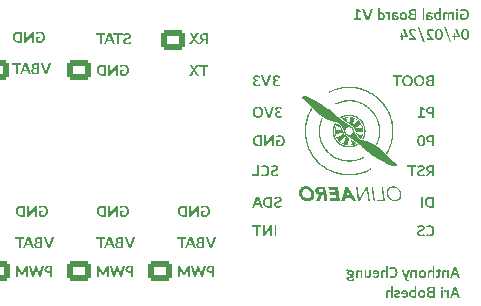
<source format=gbo>
G04 #@! TF.GenerationSoftware,KiCad,Pcbnew,7.0.8*
G04 #@! TF.CreationDate,2024-04-19T19:29:06-04:00*
G04 #@! TF.ProjectId,2 Axis Gimbal,32204178-6973-4204-9769-6d62616c2e6b,rev?*
G04 #@! TF.SameCoordinates,Original*
G04 #@! TF.FileFunction,Legend,Bot*
G04 #@! TF.FilePolarity,Positive*
%FSLAX46Y46*%
G04 Gerber Fmt 4.6, Leading zero omitted, Abs format (unit mm)*
G04 Created by KiCad (PCBNEW 7.0.8) date 2024-04-19 19:29:06*
%MOMM*%
%LPD*%
G01*
G04 APERTURE LIST*
G04 Aperture macros list*
%AMRoundRect*
0 Rectangle with rounded corners*
0 $1 Rounding radius*
0 $2 $3 $4 $5 $6 $7 $8 $9 X,Y pos of 4 corners*
0 Add a 4 corners polygon primitive as box body*
4,1,4,$2,$3,$4,$5,$6,$7,$8,$9,$2,$3,0*
0 Add four circle primitives for the rounded corners*
1,1,$1+$1,$2,$3*
1,1,$1+$1,$4,$5*
1,1,$1+$1,$6,$7*
1,1,$1+$1,$8,$9*
0 Add four rect primitives between the rounded corners*
20,1,$1+$1,$2,$3,$4,$5,0*
20,1,$1+$1,$4,$5,$6,$7,0*
20,1,$1+$1,$6,$7,$8,$9,0*
20,1,$1+$1,$8,$9,$2,$3,0*%
G04 Aperture macros list end*
%ADD10C,0.150000*%
%ADD11RoundRect,0.250000X-0.750000X0.600000X-0.750000X-0.600000X0.750000X-0.600000X0.750000X0.600000X0*%
%ADD12O,2.000000X1.700000*%
%ADD13RoundRect,0.250000X0.750000X-0.600000X0.750000X0.600000X-0.750000X0.600000X-0.750000X-0.600000X0*%
%ADD14RoundRect,0.250000X0.725000X-0.600000X0.725000X0.600000X-0.725000X0.600000X-0.725000X-0.600000X0*%
%ADD15O,1.950000X1.700000*%
%ADD16R,1.700000X1.700000*%
%ADD17O,1.700000X1.700000*%
G04 APERTURE END LIST*
D10*
G36*
X114700758Y-88110631D02*
G01*
X114719026Y-88110406D01*
X114736887Y-88109730D01*
X114754342Y-88108605D01*
X114771390Y-88107028D01*
X114788032Y-88105002D01*
X114804267Y-88102525D01*
X114820096Y-88099598D01*
X114835519Y-88096221D01*
X114850535Y-88092393D01*
X114865145Y-88088115D01*
X114879348Y-88083387D01*
X114893145Y-88078208D01*
X114906536Y-88072579D01*
X114919519Y-88066499D01*
X114932097Y-88059970D01*
X114944268Y-88052990D01*
X114956009Y-88045573D01*
X114967357Y-88037793D01*
X114978311Y-88029651D01*
X114988873Y-88021147D01*
X114999042Y-88012279D01*
X115008817Y-88003050D01*
X115018199Y-87993457D01*
X115027189Y-87983503D01*
X115035785Y-87973185D01*
X115043988Y-87962505D01*
X115051798Y-87951463D01*
X115059215Y-87940058D01*
X115066239Y-87928290D01*
X115072870Y-87916160D01*
X115079107Y-87903668D01*
X115084952Y-87890812D01*
X115090394Y-87877634D01*
X115095485Y-87864171D01*
X115100225Y-87850424D01*
X115104614Y-87836392D01*
X115108651Y-87822076D01*
X115112338Y-87807476D01*
X115115673Y-87792592D01*
X115118658Y-87777423D01*
X115121291Y-87761970D01*
X115123573Y-87746232D01*
X115125504Y-87730210D01*
X115127084Y-87713904D01*
X115128313Y-87697314D01*
X115129191Y-87680439D01*
X115129717Y-87663280D01*
X115129893Y-87645837D01*
X115129836Y-87635455D01*
X115129665Y-87625194D01*
X115129380Y-87615052D01*
X115128981Y-87605029D01*
X115128468Y-87595127D01*
X115127841Y-87585344D01*
X115126244Y-87566137D01*
X115124192Y-87547410D01*
X115121684Y-87529161D01*
X115118720Y-87511392D01*
X115115299Y-87494101D01*
X115111423Y-87477289D01*
X115107090Y-87460957D01*
X115102302Y-87445103D01*
X115097057Y-87429728D01*
X115091357Y-87414832D01*
X115085200Y-87400415D01*
X115078587Y-87386477D01*
X115071519Y-87373018D01*
X115064077Y-87360027D01*
X115056345Y-87347494D01*
X115048323Y-87335420D01*
X115040011Y-87323803D01*
X115031409Y-87312644D01*
X115022517Y-87301943D01*
X115013335Y-87291700D01*
X115003863Y-87281915D01*
X114994101Y-87272588D01*
X114984049Y-87263719D01*
X114973707Y-87255308D01*
X114963075Y-87247355D01*
X114952153Y-87239859D01*
X114940940Y-87232822D01*
X114929438Y-87226243D01*
X114917646Y-87220122D01*
X114905596Y-87214384D01*
X114893382Y-87209016D01*
X114881004Y-87204019D01*
X114868461Y-87199392D01*
X114855755Y-87195134D01*
X114842884Y-87191248D01*
X114829850Y-87187731D01*
X114816651Y-87184584D01*
X114803289Y-87181808D01*
X114789762Y-87179402D01*
X114776071Y-87177366D01*
X114762216Y-87175700D01*
X114748196Y-87174404D01*
X114734013Y-87173479D01*
X114719666Y-87172924D01*
X114705154Y-87172739D01*
X114694461Y-87172822D01*
X114683875Y-87173071D01*
X114673395Y-87173486D01*
X114663023Y-87174067D01*
X114652757Y-87174814D01*
X114642598Y-87175727D01*
X114632546Y-87176806D01*
X114622600Y-87178051D01*
X114612762Y-87179462D01*
X114603030Y-87181039D01*
X114593406Y-87182782D01*
X114579169Y-87185708D01*
X114565173Y-87189007D01*
X114551417Y-87192680D01*
X114546885Y-87193988D01*
X114533316Y-87198100D01*
X114519811Y-87202560D01*
X114506371Y-87207368D01*
X114492995Y-87212523D01*
X114479684Y-87218027D01*
X114466437Y-87223878D01*
X114453254Y-87230077D01*
X114440136Y-87236623D01*
X114431426Y-87241181D01*
X114422745Y-87245893D01*
X114414092Y-87250760D01*
X114405468Y-87255781D01*
X114470193Y-87375460D01*
X114483929Y-87367445D01*
X114497720Y-87359947D01*
X114511566Y-87352966D01*
X114525468Y-87346502D01*
X114539425Y-87340555D01*
X114553438Y-87335126D01*
X114567505Y-87330213D01*
X114581629Y-87325818D01*
X114595807Y-87321939D01*
X114610041Y-87318578D01*
X114624330Y-87315734D01*
X114638675Y-87313407D01*
X114653074Y-87311597D01*
X114667530Y-87310304D01*
X114682040Y-87309529D01*
X114696606Y-87309270D01*
X114713389Y-87309609D01*
X114729605Y-87310625D01*
X114745255Y-87312319D01*
X114760338Y-87314689D01*
X114774854Y-87317738D01*
X114788804Y-87321463D01*
X114802187Y-87325866D01*
X114815003Y-87330947D01*
X114827252Y-87336705D01*
X114838935Y-87343140D01*
X114850051Y-87350252D01*
X114860600Y-87358043D01*
X114870582Y-87366510D01*
X114879998Y-87375655D01*
X114888847Y-87385477D01*
X114897129Y-87395976D01*
X114904878Y-87407052D01*
X114912127Y-87418664D01*
X114918876Y-87430813D01*
X114925126Y-87443497D01*
X114930875Y-87456718D01*
X114936124Y-87470474D01*
X114940874Y-87484767D01*
X114945123Y-87499596D01*
X114948873Y-87514962D01*
X114952122Y-87530863D01*
X114954872Y-87547301D01*
X114957121Y-87564275D01*
X114958871Y-87581785D01*
X114960121Y-87599831D01*
X114960871Y-87618414D01*
X114961121Y-87637533D01*
X114961052Y-87647431D01*
X114960503Y-87666808D01*
X114959404Y-87685626D01*
X114957755Y-87703885D01*
X114955557Y-87721585D01*
X114952809Y-87738726D01*
X114949512Y-87755308D01*
X114945665Y-87771331D01*
X114941269Y-87786794D01*
X114936323Y-87801699D01*
X114930827Y-87816044D01*
X114924782Y-87829831D01*
X114918188Y-87843058D01*
X114911044Y-87855726D01*
X114903350Y-87867835D01*
X114895107Y-87879385D01*
X114890779Y-87884951D01*
X114881745Y-87895598D01*
X114872228Y-87905559D01*
X114862228Y-87914832D01*
X114851746Y-87923419D01*
X114840781Y-87931319D01*
X114829333Y-87938531D01*
X114817402Y-87945057D01*
X114804989Y-87950896D01*
X114792092Y-87956048D01*
X114778713Y-87960513D01*
X114764852Y-87964291D01*
X114750507Y-87967383D01*
X114735680Y-87969787D01*
X114720370Y-87971504D01*
X114704577Y-87972535D01*
X114688302Y-87972878D01*
X114675754Y-87972724D01*
X114663480Y-87972260D01*
X114651482Y-87971487D01*
X114639758Y-87970405D01*
X114628310Y-87969014D01*
X114617135Y-87967314D01*
X114606236Y-87965305D01*
X114595612Y-87962986D01*
X114585262Y-87960359D01*
X114575187Y-87957422D01*
X114568623Y-87955293D01*
X114558842Y-87951867D01*
X114549011Y-87948183D01*
X114539127Y-87944242D01*
X114529193Y-87940043D01*
X114519206Y-87935586D01*
X114509169Y-87930872D01*
X114499079Y-87925900D01*
X114488938Y-87920671D01*
X114478746Y-87915184D01*
X114468502Y-87909440D01*
X114461644Y-87905467D01*
X114398385Y-88020750D01*
X114407861Y-88026279D01*
X114417299Y-88031634D01*
X114426698Y-88036812D01*
X114436060Y-88041816D01*
X114445383Y-88046643D01*
X114454668Y-88051295D01*
X114463915Y-88055772D01*
X114473124Y-88060073D01*
X114482294Y-88064198D01*
X114491427Y-88068148D01*
X114500521Y-88071922D01*
X114514091Y-88077255D01*
X114527575Y-88082192D01*
X114540973Y-88086734D01*
X114545420Y-88088161D01*
X114558862Y-88092176D01*
X114572536Y-88095797D01*
X114586442Y-88099023D01*
X114600580Y-88101854D01*
X114614950Y-88104289D01*
X114624659Y-88105694D01*
X114634470Y-88106923D01*
X114644385Y-88107976D01*
X114654403Y-88108854D01*
X114664524Y-88109556D01*
X114674748Y-88110082D01*
X114685075Y-88110434D01*
X114695504Y-88110609D01*
X114700758Y-88110631D01*
G37*
G36*
X114006864Y-88110631D02*
G01*
X114019828Y-88110521D01*
X114032647Y-88110192D01*
X114045321Y-88109644D01*
X114057850Y-88108876D01*
X114070234Y-88107888D01*
X114082473Y-88106681D01*
X114094566Y-88105255D01*
X114106515Y-88103609D01*
X114118319Y-88101744D01*
X114129978Y-88099659D01*
X114141492Y-88097355D01*
X114152860Y-88094832D01*
X114164084Y-88092089D01*
X114175163Y-88089126D01*
X114186096Y-88085944D01*
X114196885Y-88082543D01*
X114207525Y-88078943D01*
X114218012Y-88075166D01*
X114228347Y-88071212D01*
X114238528Y-88067079D01*
X114248558Y-88062770D01*
X114258434Y-88058283D01*
X114268158Y-88053618D01*
X114277729Y-88048777D01*
X114287148Y-88043757D01*
X114296414Y-88038560D01*
X114305527Y-88033186D01*
X114314488Y-88027634D01*
X114323296Y-88021905D01*
X114331951Y-88015998D01*
X114340454Y-88009914D01*
X114348804Y-88003653D01*
X114274310Y-87891057D01*
X114262631Y-87899050D01*
X114250857Y-87906636D01*
X114238989Y-87913814D01*
X114227026Y-87920583D01*
X114214969Y-87926945D01*
X114202817Y-87932900D01*
X114190571Y-87938446D01*
X114178231Y-87943584D01*
X114165796Y-87948315D01*
X114153267Y-87952637D01*
X114144861Y-87955293D01*
X114132269Y-87958915D01*
X114119771Y-87962182D01*
X114107368Y-87965092D01*
X114095059Y-87967646D01*
X114082844Y-87969843D01*
X114070724Y-87971685D01*
X114058698Y-87973169D01*
X114046767Y-87974298D01*
X114034931Y-87975070D01*
X114023188Y-87975486D01*
X114015413Y-87975565D01*
X114003982Y-87975444D01*
X113992893Y-87975080D01*
X113982145Y-87974474D01*
X113971739Y-87973626D01*
X113961674Y-87972536D01*
X113951951Y-87971203D01*
X113938007Y-87968749D01*
X113924832Y-87965750D01*
X113912425Y-87962206D01*
X113900786Y-87958117D01*
X113889916Y-87953482D01*
X113879815Y-87948302D01*
X113873508Y-87944546D01*
X113864690Y-87938455D01*
X113856741Y-87931815D01*
X113849658Y-87924625D01*
X113843443Y-87916885D01*
X113838095Y-87908596D01*
X113833614Y-87899758D01*
X113830000Y-87890370D01*
X113827254Y-87880432D01*
X113825375Y-87869945D01*
X113824363Y-87858908D01*
X113824170Y-87851245D01*
X113824582Y-87839948D01*
X113825816Y-87829259D01*
X113827873Y-87819178D01*
X113830754Y-87809705D01*
X113835296Y-87799140D01*
X113841023Y-87789452D01*
X113848185Y-87780255D01*
X113855438Y-87772815D01*
X113863860Y-87765577D01*
X113873451Y-87758542D01*
X113881965Y-87753060D01*
X113891227Y-87747707D01*
X113898665Y-87743778D01*
X113909434Y-87738477D01*
X113921349Y-87732955D01*
X113931036Y-87728668D01*
X113941367Y-87724257D01*
X113952342Y-87719721D01*
X113963961Y-87715061D01*
X113976225Y-87710276D01*
X113989132Y-87705366D01*
X114002683Y-87700332D01*
X114012075Y-87696907D01*
X114016878Y-87695174D01*
X114043501Y-87685404D01*
X114054626Y-87681233D01*
X114065471Y-87677085D01*
X114076035Y-87672959D01*
X114086319Y-87668857D01*
X114096323Y-87664777D01*
X114106046Y-87660720D01*
X114115488Y-87656687D01*
X114124650Y-87652676D01*
X114137867Y-87646702D01*
X114150453Y-87640780D01*
X114162408Y-87634910D01*
X114173732Y-87629091D01*
X114184424Y-87623324D01*
X114187848Y-87621413D01*
X114197834Y-87615479D01*
X114207460Y-87609220D01*
X114216725Y-87602634D01*
X114225629Y-87595721D01*
X114234173Y-87588483D01*
X114242356Y-87580918D01*
X114250179Y-87573027D01*
X114257640Y-87564809D01*
X114264742Y-87556266D01*
X114271482Y-87547396D01*
X114275775Y-87541301D01*
X114281799Y-87531779D01*
X114287230Y-87521806D01*
X114292069Y-87511383D01*
X114296315Y-87500509D01*
X114299968Y-87489184D01*
X114303030Y-87477408D01*
X114305498Y-87465181D01*
X114307374Y-87452503D01*
X114308658Y-87439375D01*
X114309349Y-87425796D01*
X114309481Y-87416493D01*
X114309303Y-87406488D01*
X114308767Y-87396686D01*
X114307295Y-87382362D01*
X114305021Y-87368493D01*
X114301943Y-87355080D01*
X114298063Y-87342121D01*
X114293379Y-87329617D01*
X114287893Y-87317569D01*
X114281604Y-87305975D01*
X114274512Y-87294837D01*
X114266618Y-87284154D01*
X114263808Y-87280694D01*
X114255001Y-87270641D01*
X114245710Y-87261090D01*
X114235933Y-87252042D01*
X114225671Y-87243496D01*
X114214924Y-87235453D01*
X114203692Y-87227912D01*
X114191975Y-87220873D01*
X114179773Y-87214336D01*
X114167085Y-87208302D01*
X114153913Y-87202770D01*
X114144861Y-87199361D01*
X114131039Y-87194603D01*
X114117049Y-87190313D01*
X114107630Y-87187714D01*
X114098136Y-87185322D01*
X114088567Y-87183138D01*
X114078924Y-87181162D01*
X114069207Y-87179394D01*
X114059415Y-87177834D01*
X114049549Y-87176482D01*
X114039609Y-87175338D01*
X114029594Y-87174402D01*
X114019505Y-87173674D01*
X114009341Y-87173154D01*
X113999103Y-87172843D01*
X113988790Y-87172739D01*
X113978088Y-87172832D01*
X113967443Y-87173112D01*
X113956856Y-87173578D01*
X113946326Y-87174231D01*
X113935855Y-87175070D01*
X113925441Y-87176096D01*
X113915084Y-87177308D01*
X113904786Y-87178707D01*
X113894545Y-87180293D01*
X113884362Y-87182065D01*
X113874237Y-87184023D01*
X113864169Y-87186168D01*
X113854159Y-87188500D01*
X113844207Y-87191018D01*
X113834313Y-87193722D01*
X113824476Y-87196613D01*
X113814697Y-87199691D01*
X113804975Y-87202955D01*
X113795312Y-87206406D01*
X113785706Y-87210043D01*
X113776158Y-87213866D01*
X113766667Y-87217877D01*
X113757235Y-87222073D01*
X113747860Y-87226457D01*
X113738543Y-87231026D01*
X113729283Y-87235783D01*
X113720081Y-87240726D01*
X113710937Y-87245855D01*
X113701851Y-87251171D01*
X113692822Y-87256673D01*
X113683851Y-87262362D01*
X113674938Y-87268237D01*
X113748211Y-87380833D01*
X113760005Y-87373645D01*
X113771667Y-87366826D01*
X113783195Y-87360376D01*
X113794590Y-87354295D01*
X113805852Y-87348583D01*
X113816982Y-87343241D01*
X113827977Y-87338268D01*
X113838840Y-87333664D01*
X113849570Y-87329429D01*
X113860167Y-87325564D01*
X113867157Y-87323192D01*
X113877660Y-87319918D01*
X113888378Y-87316967D01*
X113899310Y-87314337D01*
X113910457Y-87312029D01*
X113921818Y-87310044D01*
X113933395Y-87308380D01*
X113945186Y-87307038D01*
X113957191Y-87306019D01*
X113969411Y-87305321D01*
X113981846Y-87304945D01*
X113990256Y-87304874D01*
X114003416Y-87305110D01*
X114016061Y-87305818D01*
X114028191Y-87306999D01*
X114039806Y-87308652D01*
X114050906Y-87310777D01*
X114061491Y-87313375D01*
X114071560Y-87316444D01*
X114081114Y-87319986D01*
X114090153Y-87324001D01*
X114101403Y-87330088D01*
X114104073Y-87331741D01*
X114113976Y-87338858D01*
X114122559Y-87346777D01*
X114129821Y-87355497D01*
X114135763Y-87365019D01*
X114140385Y-87375342D01*
X114143686Y-87386466D01*
X114145667Y-87398392D01*
X114146327Y-87411120D01*
X114145786Y-87421670D01*
X114144163Y-87431705D01*
X114141458Y-87441224D01*
X114136935Y-87451680D01*
X114131886Y-87460083D01*
X114130939Y-87461434D01*
X114124296Y-87469468D01*
X114116090Y-87477451D01*
X114108058Y-87484063D01*
X114098941Y-87490641D01*
X114088738Y-87497182D01*
X114079795Y-87502389D01*
X114077450Y-87503688D01*
X114067421Y-87508885D01*
X114056384Y-87514221D01*
X114047446Y-87518312D01*
X114037940Y-87522481D01*
X114027868Y-87526727D01*
X114017229Y-87531050D01*
X114006024Y-87535451D01*
X113994251Y-87539929D01*
X113981912Y-87544484D01*
X113969006Y-87549117D01*
X113940919Y-87558886D01*
X113929608Y-87562878D01*
X113918574Y-87566855D01*
X113907817Y-87570816D01*
X113897336Y-87574762D01*
X113887133Y-87578693D01*
X113877206Y-87582609D01*
X113867555Y-87586509D01*
X113858181Y-87590394D01*
X113849084Y-87594264D01*
X113835957Y-87600039D01*
X113823453Y-87605781D01*
X113811571Y-87611488D01*
X113800312Y-87617161D01*
X113793152Y-87620924D01*
X113782767Y-87626765D01*
X113772678Y-87633023D01*
X113762886Y-87639697D01*
X113753390Y-87646787D01*
X113744190Y-87654294D01*
X113735286Y-87662217D01*
X113726679Y-87670557D01*
X113718368Y-87679313D01*
X113710353Y-87688486D01*
X113702634Y-87698075D01*
X113697653Y-87704699D01*
X113690582Y-87715006D01*
X113684206Y-87725866D01*
X113678526Y-87737279D01*
X113673541Y-87749247D01*
X113669252Y-87761769D01*
X113665659Y-87774844D01*
X113662761Y-87788473D01*
X113660558Y-87802656D01*
X113659476Y-87812419D01*
X113658704Y-87822428D01*
X113658240Y-87832684D01*
X113658085Y-87843185D01*
X113658259Y-87853863D01*
X113658780Y-87864343D01*
X113659648Y-87874624D01*
X113660864Y-87884706D01*
X113662426Y-87894591D01*
X113664336Y-87904276D01*
X113667853Y-87918433D01*
X113672150Y-87932143D01*
X113677229Y-87945406D01*
X113683090Y-87958224D01*
X113689731Y-87970594D01*
X113697155Y-87982518D01*
X113702538Y-87990219D01*
X113711125Y-88001308D01*
X113720309Y-88011861D01*
X113730090Y-88021876D01*
X113740468Y-88031355D01*
X113751442Y-88040297D01*
X113763013Y-88048703D01*
X113775181Y-88056572D01*
X113783625Y-88061520D01*
X113792334Y-88066229D01*
X113801308Y-88070700D01*
X113810547Y-88074932D01*
X113820051Y-88078926D01*
X113824903Y-88080833D01*
X113834744Y-88084442D01*
X113844790Y-88087817D01*
X113855040Y-88090960D01*
X113865493Y-88093870D01*
X113876151Y-88096547D01*
X113887013Y-88098991D01*
X113898080Y-88101203D01*
X113909350Y-88103182D01*
X113920825Y-88104928D01*
X113932504Y-88106441D01*
X113944387Y-88107721D01*
X113956474Y-88108769D01*
X113968765Y-88109583D01*
X113981261Y-88110165D01*
X113993960Y-88110515D01*
X114006864Y-88110631D01*
G37*
G36*
X89070111Y-88204370D02*
G01*
X88906957Y-88204370D01*
X88906957Y-88214140D01*
X89241814Y-89111000D01*
X89427439Y-89111000D01*
X89762296Y-88214140D01*
X89762296Y-88204370D01*
X89593524Y-88204370D01*
X89331695Y-88952974D01*
X89070111Y-88204370D01*
G37*
G36*
X88781905Y-89111000D02*
G01*
X88439965Y-89111000D01*
X88426566Y-89110873D01*
X88413419Y-89110492D01*
X88400523Y-89109857D01*
X88387880Y-89108969D01*
X88375489Y-89107827D01*
X88363349Y-89106431D01*
X88351461Y-89104782D01*
X88339825Y-89102878D01*
X88328441Y-89100721D01*
X88317309Y-89098310D01*
X88306429Y-89095646D01*
X88295801Y-89092727D01*
X88285424Y-89089555D01*
X88275299Y-89086129D01*
X88265427Y-89082449D01*
X88255806Y-89078515D01*
X88251095Y-89076459D01*
X88241892Y-89072195D01*
X88232981Y-89067726D01*
X88220162Y-89060640D01*
X88207999Y-89053094D01*
X88196494Y-89045089D01*
X88185645Y-89036625D01*
X88175454Y-89027701D01*
X88165919Y-89018318D01*
X88157041Y-89008476D01*
X88148820Y-88998174D01*
X88141256Y-88987413D01*
X88134316Y-88976198D01*
X88128058Y-88964626D01*
X88122483Y-88952699D01*
X88117591Y-88940415D01*
X88113381Y-88927775D01*
X88109854Y-88914778D01*
X88107010Y-88901425D01*
X88104848Y-88887716D01*
X88103369Y-88873650D01*
X88102573Y-88859228D01*
X88102421Y-88849415D01*
X88102561Y-88843798D01*
X88268506Y-88843798D01*
X88268669Y-88851164D01*
X88269520Y-88861903D01*
X88271101Y-88872267D01*
X88273413Y-88882259D01*
X88276454Y-88891876D01*
X88280225Y-88901121D01*
X88284726Y-88909991D01*
X88289956Y-88918489D01*
X88295917Y-88926612D01*
X88302607Y-88934363D01*
X88310028Y-88941739D01*
X88312674Y-88944098D01*
X88321232Y-88950727D01*
X88330718Y-88956681D01*
X88341130Y-88961961D01*
X88352471Y-88966567D01*
X88364738Y-88970499D01*
X88377933Y-88973757D01*
X88392055Y-88976341D01*
X88401985Y-88977689D01*
X88412327Y-88978737D01*
X88423082Y-88979486D01*
X88434248Y-88979936D01*
X88445827Y-88980085D01*
X88621682Y-88980085D01*
X88621682Y-88704824D01*
X88442896Y-88704824D01*
X88437489Y-88704860D01*
X88426931Y-88705154D01*
X88416715Y-88705742D01*
X88402031Y-88707174D01*
X88388115Y-88709268D01*
X88374969Y-88712023D01*
X88362590Y-88715439D01*
X88350980Y-88719516D01*
X88340139Y-88724255D01*
X88330066Y-88729654D01*
X88320762Y-88735715D01*
X88312226Y-88742437D01*
X88306932Y-88747241D01*
X88299631Y-88754829D01*
X88293099Y-88762877D01*
X88287335Y-88771384D01*
X88282339Y-88780351D01*
X88278113Y-88789777D01*
X88274654Y-88799662D01*
X88271965Y-88810007D01*
X88270043Y-88820811D01*
X88268891Y-88832075D01*
X88268506Y-88843798D01*
X88102561Y-88843798D01*
X88102719Y-88837455D01*
X88103612Y-88825632D01*
X88105100Y-88813947D01*
X88107184Y-88802399D01*
X88109863Y-88790988D01*
X88113137Y-88779715D01*
X88117007Y-88768579D01*
X88121472Y-88757580D01*
X88123941Y-88752122D01*
X88129406Y-88741429D01*
X88135573Y-88731033D01*
X88142443Y-88720935D01*
X88150014Y-88711135D01*
X88158288Y-88701632D01*
X88167264Y-88692427D01*
X88174457Y-88685719D01*
X88182044Y-88679178D01*
X88187319Y-88674917D01*
X88195550Y-88668805D01*
X88204164Y-88663028D01*
X88213159Y-88657585D01*
X88222536Y-88652477D01*
X88232296Y-88647705D01*
X88242437Y-88643267D01*
X88252961Y-88639164D01*
X88263867Y-88635396D01*
X88275155Y-88631962D01*
X88286825Y-88628864D01*
X88277483Y-88625473D01*
X88264047Y-88620037D01*
X88251303Y-88614179D01*
X88239249Y-88607901D01*
X88227887Y-88601202D01*
X88217216Y-88594082D01*
X88207236Y-88586541D01*
X88197947Y-88578580D01*
X88189350Y-88570198D01*
X88181444Y-88561395D01*
X88174229Y-88552172D01*
X88169792Y-88545802D01*
X88163674Y-88536056D01*
X88158200Y-88526084D01*
X88153370Y-88515883D01*
X88149184Y-88505456D01*
X88145642Y-88494800D01*
X88142744Y-88483917D01*
X88140490Y-88472807D01*
X88138880Y-88461469D01*
X88138031Y-88451300D01*
X88300991Y-88451300D01*
X88301181Y-88459669D01*
X88302177Y-88471664D01*
X88304028Y-88482990D01*
X88306734Y-88493646D01*
X88310294Y-88503632D01*
X88314708Y-88512949D01*
X88319977Y-88521596D01*
X88326100Y-88529573D01*
X88333077Y-88536880D01*
X88340909Y-88543517D01*
X88349595Y-88549485D01*
X88355759Y-88553123D01*
X88365453Y-88558140D01*
X88375683Y-88562629D01*
X88386450Y-88566589D01*
X88397754Y-88570022D01*
X88409594Y-88572926D01*
X88421971Y-88575302D01*
X88434885Y-88577151D01*
X88448335Y-88578471D01*
X88462322Y-88579263D01*
X88476846Y-88579527D01*
X88621682Y-88579527D01*
X88621682Y-88333819D01*
X88457062Y-88333819D01*
X88447882Y-88333945D01*
X88434605Y-88334606D01*
X88421921Y-88335834D01*
X88409830Y-88337628D01*
X88398331Y-88339990D01*
X88387424Y-88342918D01*
X88377110Y-88346413D01*
X88367389Y-88350474D01*
X88358260Y-88355102D01*
X88349723Y-88360297D01*
X88341779Y-88366059D01*
X88339270Y-88368079D01*
X88330029Y-88376576D01*
X88322062Y-88385737D01*
X88315370Y-88395562D01*
X88309953Y-88406051D01*
X88305810Y-88417205D01*
X88302942Y-88429022D01*
X88301349Y-88441503D01*
X88300991Y-88451300D01*
X88138031Y-88451300D01*
X88137914Y-88449904D01*
X88137592Y-88438110D01*
X88137738Y-88429535D01*
X88138505Y-88416916D01*
X88139928Y-88404588D01*
X88142008Y-88392552D01*
X88144745Y-88380809D01*
X88148139Y-88369357D01*
X88152190Y-88358197D01*
X88156897Y-88347329D01*
X88162262Y-88336753D01*
X88168283Y-88326470D01*
X88174961Y-88316478D01*
X88179737Y-88309974D01*
X88187410Y-88300558D01*
X88195691Y-88291549D01*
X88204583Y-88282949D01*
X88214084Y-88274757D01*
X88224195Y-88266972D01*
X88234915Y-88259596D01*
X88246245Y-88252627D01*
X88258185Y-88246066D01*
X88270735Y-88239913D01*
X88283894Y-88234168D01*
X88292984Y-88230559D01*
X88302303Y-88227184D01*
X88311852Y-88224041D01*
X88321629Y-88221131D01*
X88331636Y-88218454D01*
X88341871Y-88216010D01*
X88352335Y-88213798D01*
X88363028Y-88211819D01*
X88373951Y-88210074D01*
X88385102Y-88208560D01*
X88396482Y-88207280D01*
X88408091Y-88206232D01*
X88419929Y-88205418D01*
X88431996Y-88204836D01*
X88444293Y-88204486D01*
X88456818Y-88204370D01*
X88781905Y-88204370D01*
X88781905Y-89111000D01*
G37*
G36*
X88047711Y-89101230D02*
G01*
X88047711Y-89111000D01*
X87883091Y-89111000D01*
X87798583Y-88865291D01*
X87432952Y-88865291D01*
X87346978Y-89111000D01*
X87178206Y-89111000D01*
X87178206Y-89101230D01*
X87315227Y-88735842D01*
X87479358Y-88735842D01*
X87753642Y-88735842D01*
X87617111Y-88351160D01*
X87479358Y-88735842D01*
X87315227Y-88735842D01*
X87514529Y-88204370D01*
X87712854Y-88204370D01*
X88047711Y-89101230D01*
G37*
G36*
X86504829Y-88204370D02*
G01*
X86504829Y-88342123D01*
X86805736Y-88342123D01*
X86805736Y-89111000D01*
X86966204Y-89111000D01*
X86966204Y-88342123D01*
X87271507Y-88342123D01*
X87271507Y-88204370D01*
X86504829Y-88204370D01*
G37*
G36*
X96483031Y-91524000D02*
G01*
X96322807Y-91524000D01*
X96322807Y-91202820D01*
X96180658Y-91202820D01*
X96166385Y-91202665D01*
X96152387Y-91202198D01*
X96138664Y-91201421D01*
X96125215Y-91200332D01*
X96112041Y-91198932D01*
X96099142Y-91197222D01*
X96086518Y-91195200D01*
X96074168Y-91192867D01*
X96062093Y-91190224D01*
X96050293Y-91187269D01*
X96038768Y-91184003D01*
X96027518Y-91180426D01*
X96016542Y-91176538D01*
X96005841Y-91172339D01*
X95995415Y-91167830D01*
X95985264Y-91163009D01*
X95975409Y-91157920D01*
X95965873Y-91152609D01*
X95956656Y-91147075D01*
X95947757Y-91141317D01*
X95939177Y-91135336D01*
X95930916Y-91129131D01*
X95922973Y-91122704D01*
X95915349Y-91116053D01*
X95908044Y-91109179D01*
X95901057Y-91102081D01*
X95894389Y-91094761D01*
X95888040Y-91087217D01*
X95882009Y-91079450D01*
X95876297Y-91071459D01*
X95870904Y-91063246D01*
X95865829Y-91054809D01*
X95861038Y-91046160D01*
X95856555Y-91037372D01*
X95852382Y-91028445D01*
X95848518Y-91019379D01*
X95844963Y-91010173D01*
X95841718Y-91000828D01*
X95838781Y-90991343D01*
X95836153Y-90981719D01*
X95833835Y-90971956D01*
X95831826Y-90962054D01*
X95830126Y-90952012D01*
X95828735Y-90941831D01*
X95827653Y-90931511D01*
X95826880Y-90921052D01*
X95826416Y-90910453D01*
X95826343Y-90905332D01*
X95992103Y-90905332D01*
X95992301Y-90915505D01*
X95992894Y-90925356D01*
X95995270Y-90944087D01*
X95999229Y-90961526D01*
X96004773Y-90977674D01*
X96011900Y-90992530D01*
X96020610Y-91006094D01*
X96030905Y-91018366D01*
X96042783Y-91029347D01*
X96056245Y-91039035D01*
X96071291Y-91047432D01*
X96087920Y-91054537D01*
X96106133Y-91060350D01*
X96115834Y-91062772D01*
X96125930Y-91064872D01*
X96136423Y-91066648D01*
X96147311Y-91068101D01*
X96158596Y-91069231D01*
X96170276Y-91070039D01*
X96182352Y-91070523D01*
X96194824Y-91070685D01*
X96322807Y-91070685D01*
X96322807Y-90749505D01*
X96175040Y-90749505D01*
X96163946Y-90749660D01*
X96153192Y-90750124D01*
X96142780Y-90750896D01*
X96132710Y-90751978D01*
X96118245Y-90754181D01*
X96104549Y-90757079D01*
X96091621Y-90760672D01*
X96079461Y-90764961D01*
X96068070Y-90769946D01*
X96057448Y-90775626D01*
X96047594Y-90782002D01*
X96038509Y-90789073D01*
X96032889Y-90794164D01*
X96025140Y-90802344D01*
X96018206Y-90811177D01*
X96012088Y-90820662D01*
X96006786Y-90830800D01*
X96002299Y-90841591D01*
X95998628Y-90853034D01*
X95995773Y-90865130D01*
X95993734Y-90877878D01*
X95992510Y-90891279D01*
X95992103Y-90905332D01*
X95826343Y-90905332D01*
X95826262Y-90899715D01*
X95826300Y-90894484D01*
X95826603Y-90884141D01*
X95827210Y-90873960D01*
X95828120Y-90863938D01*
X95829334Y-90854077D01*
X95830851Y-90844376D01*
X95833695Y-90830125D01*
X95837222Y-90816234D01*
X95841431Y-90802705D01*
X95846324Y-90789535D01*
X95851899Y-90776727D01*
X95858156Y-90764279D01*
X95865096Y-90752192D01*
X95870072Y-90744363D01*
X95878104Y-90733027D01*
X95886819Y-90722181D01*
X95896216Y-90711824D01*
X95906296Y-90701956D01*
X95917059Y-90692578D01*
X95928504Y-90683690D01*
X95936513Y-90678036D01*
X95944826Y-90672599D01*
X95953443Y-90667381D01*
X95962362Y-90662379D01*
X95971585Y-90657596D01*
X95981112Y-90653030D01*
X95990902Y-90648711D01*
X96000979Y-90644672D01*
X96011342Y-90640911D01*
X96021992Y-90637428D01*
X96032927Y-90634225D01*
X96044149Y-90631300D01*
X96055657Y-90628653D01*
X96067451Y-90626285D01*
X96079532Y-90624195D01*
X96091899Y-90622385D01*
X96104552Y-90620852D01*
X96117491Y-90619599D01*
X96130716Y-90618624D01*
X96144228Y-90617927D01*
X96158025Y-90617509D01*
X96172110Y-90617370D01*
X96483031Y-90617370D01*
X96483031Y-91524000D01*
G37*
G36*
X94527622Y-90617370D02*
G01*
X94527622Y-90627140D01*
X94772354Y-91524000D01*
X94967992Y-91524000D01*
X95104280Y-90993748D01*
X95107427Y-90980566D01*
X95110519Y-90967275D01*
X95113556Y-90953875D01*
X95116538Y-90940366D01*
X95119464Y-90926748D01*
X95122335Y-90913022D01*
X95125150Y-90899187D01*
X95127910Y-90885243D01*
X95130615Y-90871191D01*
X95133265Y-90857030D01*
X95135859Y-90842759D01*
X95138397Y-90828381D01*
X95140881Y-90813893D01*
X95143309Y-90799297D01*
X95145682Y-90784591D01*
X95147999Y-90769778D01*
X95150317Y-90784591D01*
X95152689Y-90799297D01*
X95155118Y-90813893D01*
X95157601Y-90828381D01*
X95160140Y-90842759D01*
X95162734Y-90857030D01*
X95165383Y-90871191D01*
X95168088Y-90885243D01*
X95170848Y-90899187D01*
X95173664Y-90913022D01*
X95176535Y-90926748D01*
X95179461Y-90940366D01*
X95182442Y-90953875D01*
X95185479Y-90967275D01*
X95188571Y-90980566D01*
X95191719Y-90993748D01*
X95322389Y-91524000D01*
X95519493Y-91524000D01*
X95768620Y-90627140D01*
X95768620Y-90617370D01*
X95605222Y-90617370D01*
X95466003Y-91153239D01*
X95463160Y-91163428D01*
X95460248Y-91174335D01*
X95457268Y-91185960D01*
X95454219Y-91198302D01*
X95451887Y-91208029D01*
X95449516Y-91218160D01*
X95447107Y-91228694D01*
X95444659Y-91239632D01*
X95442172Y-91250974D01*
X95441335Y-91254844D01*
X95438848Y-91266448D01*
X95436426Y-91277996D01*
X95434068Y-91289489D01*
X95431775Y-91300926D01*
X95429546Y-91312307D01*
X95427382Y-91323632D01*
X95425281Y-91334901D01*
X95423246Y-91346114D01*
X95421274Y-91357272D01*
X95419367Y-91368374D01*
X95418132Y-91375744D01*
X95415505Y-91358160D01*
X95412877Y-91341065D01*
X95410246Y-91324462D01*
X95407614Y-91308348D01*
X95404980Y-91292725D01*
X95402344Y-91277593D01*
X95399706Y-91262951D01*
X95397066Y-91248799D01*
X95394424Y-91235137D01*
X95391780Y-91221967D01*
X95389135Y-91209286D01*
X95386487Y-91197096D01*
X95383838Y-91185396D01*
X95381186Y-91174186D01*
X95378533Y-91163467D01*
X95375878Y-91153239D01*
X95235194Y-90617370D01*
X95051035Y-90617370D01*
X94910351Y-91149087D01*
X94907365Y-91160482D01*
X94904390Y-91172259D01*
X94901427Y-91184418D01*
X94898475Y-91196958D01*
X94895534Y-91209880D01*
X94892605Y-91223184D01*
X94889688Y-91236869D01*
X94886782Y-91250936D01*
X94883887Y-91265384D01*
X94881004Y-91280215D01*
X94878132Y-91295426D01*
X94875272Y-91311020D01*
X94872423Y-91326995D01*
X94869585Y-91343351D01*
X94866759Y-91360090D01*
X94863945Y-91377210D01*
X94861445Y-91363038D01*
X94858892Y-91348854D01*
X94856286Y-91334660D01*
X94853626Y-91320454D01*
X94850912Y-91306236D01*
X94848145Y-91292007D01*
X94845325Y-91277766D01*
X94842451Y-91263515D01*
X94839524Y-91249251D01*
X94836544Y-91234976D01*
X94833510Y-91220690D01*
X94830423Y-91206392D01*
X94827282Y-91192083D01*
X94824087Y-91177762D01*
X94820840Y-91163430D01*
X94817539Y-91149087D01*
X94686625Y-90617370D01*
X94527622Y-90617370D01*
G37*
G36*
X93446848Y-90617370D02*
G01*
X93446848Y-91524000D01*
X93604384Y-91524000D01*
X93604384Y-90889457D01*
X93608958Y-90901389D01*
X93613704Y-90913373D01*
X93618621Y-90925409D01*
X93623710Y-90937496D01*
X93628971Y-90949635D01*
X93634403Y-90961825D01*
X93640008Y-90974067D01*
X93645784Y-90986360D01*
X93651731Y-90998705D01*
X93657851Y-91011101D01*
X93662026Y-91019394D01*
X93854733Y-91398947D01*
X93992731Y-91398947D01*
X94182752Y-91019394D01*
X94188259Y-91008629D01*
X94193548Y-90998194D01*
X94198617Y-90988090D01*
X94203466Y-90978315D01*
X94208097Y-90968871D01*
X94212507Y-90959757D01*
X94218712Y-90946704D01*
X94224423Y-90934394D01*
X94229640Y-90922827D01*
X94234363Y-90912003D01*
X94238593Y-90901922D01*
X94242329Y-90892583D01*
X94244545Y-90886770D01*
X94244545Y-91524000D01*
X94399151Y-91524000D01*
X94399151Y-90617370D01*
X94226227Y-90617370D01*
X94019353Y-91019638D01*
X94014925Y-91028473D01*
X94006341Y-91045755D01*
X93998117Y-91062520D01*
X93990253Y-91078768D01*
X93982750Y-91094499D01*
X93975608Y-91109712D01*
X93968827Y-91124409D01*
X93962406Y-91138588D01*
X93956345Y-91152251D01*
X93950646Y-91165396D01*
X93945307Y-91178024D01*
X93940328Y-91190135D01*
X93935711Y-91201729D01*
X93931454Y-91212806D01*
X93927557Y-91223365D01*
X93924021Y-91233408D01*
X93922389Y-91238235D01*
X93918861Y-91227621D01*
X93914993Y-91216601D01*
X93910785Y-91205174D01*
X93906238Y-91193340D01*
X93901351Y-91181101D01*
X93896125Y-91168454D01*
X93890559Y-91155402D01*
X93884653Y-91141943D01*
X93878408Y-91128077D01*
X93871823Y-91113805D01*
X93864898Y-91099127D01*
X93857634Y-91084042D01*
X93850030Y-91068551D01*
X93842086Y-91052653D01*
X93833803Y-91036349D01*
X93825180Y-91019638D01*
X93617085Y-90617370D01*
X93446848Y-90617370D01*
G37*
G36*
X81368998Y-71196159D02*
G01*
X81368998Y-71644588D01*
X81380036Y-71649960D01*
X81390987Y-71655144D01*
X81401850Y-71660142D01*
X81412626Y-71664952D01*
X81423313Y-71669576D01*
X81433913Y-71674012D01*
X81444425Y-71678262D01*
X81454849Y-71682324D01*
X81465186Y-71686199D01*
X81475434Y-71689888D01*
X81485595Y-71693389D01*
X81495668Y-71696704D01*
X81505654Y-71699831D01*
X81515551Y-71702772D01*
X81525361Y-71705525D01*
X81535083Y-71708092D01*
X81544787Y-71710458D01*
X81554603Y-71712671D01*
X81564532Y-71714732D01*
X81574574Y-71716640D01*
X81584728Y-71718396D01*
X81594995Y-71719998D01*
X81605374Y-71721449D01*
X81615866Y-71722746D01*
X81626471Y-71723891D01*
X81637188Y-71724883D01*
X81648018Y-71725723D01*
X81658960Y-71726410D01*
X81670015Y-71726944D01*
X81681182Y-71727326D01*
X81692462Y-71727555D01*
X81703855Y-71727631D01*
X81722807Y-71727397D01*
X81741319Y-71726696D01*
X81759390Y-71725527D01*
X81777021Y-71723891D01*
X81794210Y-71721787D01*
X81810959Y-71719216D01*
X81827267Y-71716177D01*
X81843134Y-71712671D01*
X81858561Y-71708697D01*
X81873546Y-71704256D01*
X81888091Y-71699348D01*
X81902195Y-71693971D01*
X81915859Y-71688128D01*
X81929081Y-71681816D01*
X81941863Y-71675038D01*
X81954204Y-71667792D01*
X81966122Y-71660141D01*
X81977636Y-71652149D01*
X81988745Y-71643815D01*
X81999450Y-71635139D01*
X82009750Y-71626122D01*
X82019646Y-71616764D01*
X82029137Y-71607064D01*
X82038223Y-71597022D01*
X82046905Y-71586639D01*
X82055183Y-71575914D01*
X82063056Y-71564848D01*
X82070524Y-71553440D01*
X82077588Y-71541691D01*
X82084248Y-71529600D01*
X82090503Y-71517167D01*
X82096353Y-71504393D01*
X82101795Y-71491279D01*
X82106886Y-71477889D01*
X82111626Y-71464222D01*
X82116015Y-71450278D01*
X82120052Y-71436058D01*
X82123739Y-71421560D01*
X82127074Y-71406787D01*
X82130059Y-71391736D01*
X82132692Y-71376409D01*
X82134974Y-71360805D01*
X82136905Y-71344924D01*
X82138485Y-71328767D01*
X82139714Y-71312333D01*
X82140592Y-71295623D01*
X82141118Y-71278635D01*
X82141294Y-71261371D01*
X82141235Y-71251260D01*
X82141060Y-71241261D01*
X82140768Y-71231372D01*
X82140359Y-71221594D01*
X82139190Y-71202372D01*
X82137554Y-71183595D01*
X82135450Y-71165263D01*
X82132879Y-71147375D01*
X82129840Y-71129932D01*
X82126334Y-71112933D01*
X82122360Y-71096379D01*
X82117919Y-71080269D01*
X82113010Y-71064604D01*
X82107634Y-71049384D01*
X82101790Y-71034608D01*
X82095479Y-71020277D01*
X82088700Y-71006391D01*
X82081454Y-70992949D01*
X82073819Y-70979952D01*
X82065872Y-70967402D01*
X82057615Y-70955299D01*
X82049046Y-70943642D01*
X82040167Y-70932432D01*
X82030976Y-70921668D01*
X82021474Y-70911350D01*
X82011662Y-70901480D01*
X82001538Y-70892055D01*
X81991103Y-70883077D01*
X81980358Y-70874546D01*
X81969301Y-70866461D01*
X81957933Y-70858823D01*
X81946254Y-70851631D01*
X81934265Y-70844886D01*
X81921964Y-70838587D01*
X81909383Y-70832672D01*
X81896616Y-70827138D01*
X81883661Y-70821986D01*
X81870520Y-70817216D01*
X81857192Y-70812827D01*
X81843676Y-70808820D01*
X81829974Y-70805195D01*
X81816084Y-70801951D01*
X81802008Y-70799088D01*
X81787745Y-70796608D01*
X81773294Y-70794509D01*
X81758657Y-70792792D01*
X81743832Y-70791456D01*
X81728821Y-70790502D01*
X81713623Y-70789929D01*
X81698237Y-70789739D01*
X81687453Y-70789821D01*
X81676746Y-70790069D01*
X81666116Y-70790481D01*
X81655563Y-70791059D01*
X81645088Y-70791802D01*
X81634690Y-70792709D01*
X81624369Y-70793782D01*
X81614126Y-70795020D01*
X81603960Y-70796423D01*
X81593871Y-70797991D01*
X81583860Y-70799724D01*
X81573925Y-70801622D01*
X81564068Y-70803686D01*
X81554288Y-70805914D01*
X81544586Y-70808307D01*
X81534961Y-70810866D01*
X81525413Y-70813589D01*
X81515942Y-70816477D01*
X81506549Y-70819531D01*
X81497233Y-70822749D01*
X81487994Y-70826133D01*
X81478833Y-70829682D01*
X81469748Y-70833395D01*
X81460742Y-70837274D01*
X81451812Y-70841318D01*
X81442960Y-70845527D01*
X81434184Y-70849901D01*
X81425487Y-70854440D01*
X81416866Y-70859144D01*
X81408323Y-70864013D01*
X81399857Y-70869047D01*
X81391468Y-70874247D01*
X81459123Y-70992216D01*
X81472378Y-70984053D01*
X81485765Y-70976416D01*
X81499283Y-70969307D01*
X81512933Y-70962724D01*
X81526715Y-70956667D01*
X81540628Y-70951137D01*
X81554673Y-70946134D01*
X81568850Y-70941658D01*
X81583158Y-70937708D01*
X81597598Y-70934284D01*
X81612169Y-70931388D01*
X81626872Y-70929018D01*
X81641707Y-70927175D01*
X81656674Y-70925858D01*
X81671772Y-70925068D01*
X81687002Y-70924805D01*
X81705168Y-70925146D01*
X81722723Y-70926171D01*
X81739667Y-70927879D01*
X81756001Y-70930270D01*
X81771724Y-70933344D01*
X81786836Y-70937101D01*
X81801338Y-70941541D01*
X81815230Y-70946665D01*
X81828510Y-70952471D01*
X81841180Y-70958961D01*
X81853240Y-70966133D01*
X81864689Y-70973989D01*
X81875527Y-70982528D01*
X81885755Y-70991750D01*
X81895372Y-71001655D01*
X81904378Y-71012244D01*
X81912807Y-71023408D01*
X81920693Y-71035103D01*
X81928034Y-71047329D01*
X81934832Y-71060085D01*
X81941086Y-71073371D01*
X81946796Y-71087188D01*
X81951963Y-71101535D01*
X81956585Y-71116413D01*
X81960664Y-71131822D01*
X81964199Y-71147760D01*
X81967190Y-71164230D01*
X81969637Y-71181229D01*
X81971540Y-71198759D01*
X81972900Y-71216820D01*
X81973715Y-71235411D01*
X81973987Y-71254533D01*
X81973923Y-71264759D01*
X81973732Y-71274830D01*
X81973412Y-71284745D01*
X81972965Y-71294505D01*
X81971686Y-71313557D01*
X81969896Y-71331988D01*
X81967595Y-71349797D01*
X81964782Y-71366984D01*
X81961458Y-71383548D01*
X81957623Y-71399491D01*
X81953276Y-71414811D01*
X81948418Y-71429510D01*
X81943049Y-71443586D01*
X81937168Y-71457040D01*
X81930775Y-71469873D01*
X81923872Y-71482083D01*
X81916457Y-71493671D01*
X81908530Y-71504637D01*
X81900032Y-71514959D01*
X81890903Y-71524616D01*
X81881142Y-71533606D01*
X81870749Y-71541930D01*
X81859725Y-71549589D01*
X81848069Y-71556581D01*
X81835781Y-71562907D01*
X81822862Y-71568568D01*
X81809311Y-71573562D01*
X81795129Y-71577891D01*
X81780315Y-71581554D01*
X81764870Y-71584551D01*
X81748793Y-71586881D01*
X81732084Y-71588546D01*
X81714744Y-71589545D01*
X81696772Y-71589878D01*
X81686042Y-71589763D01*
X81675347Y-71589416D01*
X81664686Y-71588839D01*
X81654060Y-71588031D01*
X81643468Y-71586992D01*
X81632910Y-71585722D01*
X81622386Y-71584221D01*
X81611897Y-71582490D01*
X81601443Y-71580527D01*
X81591022Y-71578334D01*
X81580636Y-71575909D01*
X81570284Y-71573254D01*
X81559967Y-71570368D01*
X81549684Y-71567251D01*
X81539435Y-71563903D01*
X81529221Y-71560325D01*
X81529221Y-71328294D01*
X81746109Y-71328294D01*
X81727791Y-71196159D01*
X81368998Y-71196159D01*
G37*
G36*
X80414253Y-70805370D02*
G01*
X80414253Y-71712000D01*
X80590107Y-71712000D01*
X80940352Y-71197136D01*
X80946090Y-71188277D01*
X80951669Y-71179890D01*
X80957473Y-71171269D01*
X80963032Y-71163075D01*
X80967951Y-71155859D01*
X80974185Y-71146542D01*
X80980216Y-71137369D01*
X80986044Y-71128338D01*
X80991669Y-71119451D01*
X80997092Y-71110707D01*
X81002312Y-71102106D01*
X81004343Y-71098706D01*
X81009297Y-71090139D01*
X81014084Y-71081537D01*
X81018704Y-71072899D01*
X81024028Y-71062486D01*
X81029112Y-71052022D01*
X81033164Y-71043263D01*
X81033164Y-71712000D01*
X81189235Y-71712000D01*
X81189235Y-70805370D01*
X81017777Y-70805370D01*
X80650435Y-71345391D01*
X80644267Y-71354186D01*
X80638150Y-71363192D01*
X80632660Y-71371389D01*
X80626397Y-71380823D01*
X80625278Y-71382516D01*
X80619655Y-71390893D01*
X80614235Y-71399079D01*
X80607998Y-71408650D01*
X80602053Y-71417946D01*
X80596400Y-71426968D01*
X80592794Y-71432830D01*
X80587636Y-71441422D01*
X80582788Y-71449980D01*
X80577522Y-71459921D01*
X80572676Y-71469816D01*
X80568858Y-71478259D01*
X80568858Y-70805370D01*
X80414253Y-70805370D01*
G37*
G36*
X80202494Y-71712000D02*
G01*
X79931140Y-71712000D01*
X79913127Y-71711809D01*
X79895359Y-71711236D01*
X79877834Y-71710282D01*
X79860554Y-71708946D01*
X79843518Y-71707229D01*
X79826726Y-71705130D01*
X79810179Y-71702650D01*
X79793876Y-71699787D01*
X79777817Y-71696544D01*
X79762002Y-71692918D01*
X79746432Y-71688911D01*
X79731105Y-71684522D01*
X79716023Y-71679752D01*
X79701186Y-71674600D01*
X79686592Y-71669066D01*
X79672243Y-71663151D01*
X79658205Y-71656810D01*
X79644544Y-71650061D01*
X79631262Y-71642904D01*
X79618357Y-71635338D01*
X79605830Y-71627364D01*
X79593681Y-71618981D01*
X79581909Y-71610190D01*
X79570516Y-71600991D01*
X79559500Y-71591384D01*
X79548862Y-71581368D01*
X79538602Y-71570944D01*
X79528720Y-71560111D01*
X79519215Y-71548870D01*
X79510088Y-71537221D01*
X79501340Y-71525163D01*
X79492969Y-71512697D01*
X79485042Y-71499798D01*
X79477627Y-71486502D01*
X79470723Y-71472809D01*
X79464331Y-71458720D01*
X79458450Y-71444233D01*
X79453081Y-71429349D01*
X79448222Y-71414069D01*
X79443876Y-71398392D01*
X79440040Y-71382317D01*
X79436716Y-71365846D01*
X79433904Y-71348978D01*
X79431603Y-71331713D01*
X79429813Y-71314052D01*
X79428534Y-71295993D01*
X79427767Y-71277537D01*
X79427511Y-71258685D01*
X79598970Y-71258685D01*
X79599132Y-71274157D01*
X79599619Y-71289188D01*
X79600430Y-71303779D01*
X79601565Y-71317929D01*
X79603025Y-71331638D01*
X79604809Y-71344906D01*
X79606917Y-71357734D01*
X79609350Y-71370121D01*
X79612108Y-71382067D01*
X79615189Y-71393572D01*
X79618595Y-71404636D01*
X79622326Y-71415260D01*
X79626380Y-71425443D01*
X79630760Y-71435185D01*
X79635463Y-71444486D01*
X79640491Y-71453346D01*
X79643121Y-71457625D01*
X79648586Y-71465933D01*
X79654325Y-71473909D01*
X79663450Y-71485251D01*
X79673193Y-71495845D01*
X79683554Y-71505693D01*
X79694534Y-71514793D01*
X79706131Y-71523146D01*
X79718347Y-71530753D01*
X79731182Y-71537612D01*
X79740081Y-71541770D01*
X79749256Y-71545596D01*
X79758705Y-71549090D01*
X79768459Y-71552284D01*
X79778549Y-71555272D01*
X79788976Y-71558054D01*
X79799738Y-71560630D01*
X79810835Y-71563000D01*
X79822269Y-71565164D01*
X79834038Y-71567122D01*
X79846144Y-71568873D01*
X79858585Y-71570419D01*
X79871362Y-71571758D01*
X79884475Y-71572892D01*
X79897923Y-71573819D01*
X79911708Y-71574540D01*
X79925828Y-71575056D01*
X79940284Y-71575365D01*
X79955076Y-71575468D01*
X80042271Y-71575468D01*
X80042271Y-70941902D01*
X79912822Y-70941902D01*
X79902875Y-70941975D01*
X79893091Y-70942194D01*
X79874014Y-70943070D01*
X79855592Y-70944529D01*
X79837824Y-70946573D01*
X79820711Y-70949200D01*
X79804252Y-70952412D01*
X79788448Y-70956207D01*
X79773298Y-70960586D01*
X79758803Y-70965549D01*
X79744962Y-70971096D01*
X79731776Y-70977227D01*
X79719244Y-70983942D01*
X79707367Y-70991241D01*
X79696144Y-70999123D01*
X79685576Y-71007590D01*
X79675662Y-71016640D01*
X79666375Y-71026315D01*
X79657687Y-71036718D01*
X79649599Y-71047847D01*
X79642109Y-71059703D01*
X79635219Y-71072286D01*
X79628928Y-71085597D01*
X79623236Y-71099634D01*
X79618143Y-71114398D01*
X79613649Y-71129890D01*
X79609755Y-71146108D01*
X79606459Y-71163053D01*
X79603763Y-71180726D01*
X79601666Y-71199125D01*
X79600168Y-71218251D01*
X79599644Y-71228087D01*
X79599270Y-71238104D01*
X79599045Y-71248304D01*
X79598970Y-71258685D01*
X79427511Y-71258685D01*
X79427635Y-71243690D01*
X79428007Y-71228963D01*
X79428626Y-71214501D01*
X79429492Y-71200307D01*
X79430606Y-71186379D01*
X79431968Y-71172718D01*
X79433577Y-71159323D01*
X79435434Y-71146196D01*
X79437539Y-71133335D01*
X79439891Y-71120740D01*
X79442490Y-71108412D01*
X79445337Y-71096351D01*
X79448432Y-71084557D01*
X79451775Y-71073029D01*
X79455364Y-71061768D01*
X79459202Y-71050773D01*
X79463287Y-71040045D01*
X79467620Y-71029584D01*
X79472200Y-71019390D01*
X79477028Y-71009462D01*
X79482103Y-70999800D01*
X79487426Y-70990406D01*
X79492997Y-70981278D01*
X79498815Y-70972417D01*
X79504881Y-70963822D01*
X79511194Y-70955494D01*
X79517755Y-70947433D01*
X79524564Y-70939639D01*
X79531620Y-70932111D01*
X79538923Y-70924850D01*
X79546475Y-70917855D01*
X79554273Y-70911127D01*
X79562287Y-70904621D01*
X79570511Y-70898321D01*
X79578947Y-70892227D01*
X79587594Y-70886340D01*
X79596452Y-70880660D01*
X79605522Y-70875186D01*
X79614803Y-70869919D01*
X79624295Y-70864858D01*
X79633999Y-70860004D01*
X79643913Y-70855357D01*
X79654040Y-70850916D01*
X79664377Y-70846681D01*
X79674926Y-70842654D01*
X79685687Y-70838832D01*
X79696658Y-70835218D01*
X79707841Y-70831809D01*
X79719235Y-70828608D01*
X79730841Y-70825613D01*
X79742658Y-70822824D01*
X79754686Y-70820242D01*
X79766926Y-70817867D01*
X79779377Y-70815698D01*
X79792039Y-70813736D01*
X79804912Y-70811980D01*
X79817997Y-70810431D01*
X79831294Y-70809088D01*
X79844801Y-70807952D01*
X79858520Y-70807023D01*
X79872450Y-70806300D01*
X79886592Y-70805783D01*
X79900944Y-70805473D01*
X79915509Y-70805370D01*
X80202494Y-70805370D01*
X80202494Y-71712000D01*
G37*
G36*
X81622998Y-85928159D02*
G01*
X81622998Y-86376588D01*
X81634036Y-86381960D01*
X81644987Y-86387144D01*
X81655850Y-86392142D01*
X81666626Y-86396952D01*
X81677313Y-86401576D01*
X81687913Y-86406012D01*
X81698425Y-86410262D01*
X81708849Y-86414324D01*
X81719186Y-86418199D01*
X81729434Y-86421888D01*
X81739595Y-86425389D01*
X81749668Y-86428704D01*
X81759654Y-86431831D01*
X81769551Y-86434772D01*
X81779361Y-86437525D01*
X81789083Y-86440092D01*
X81798787Y-86442458D01*
X81808603Y-86444671D01*
X81818532Y-86446732D01*
X81828574Y-86448640D01*
X81838728Y-86450396D01*
X81848995Y-86451998D01*
X81859374Y-86453449D01*
X81869866Y-86454746D01*
X81880471Y-86455891D01*
X81891188Y-86456883D01*
X81902018Y-86457723D01*
X81912960Y-86458410D01*
X81924015Y-86458944D01*
X81935182Y-86459326D01*
X81946462Y-86459555D01*
X81957855Y-86459631D01*
X81976807Y-86459397D01*
X81995319Y-86458696D01*
X82013390Y-86457527D01*
X82031021Y-86455891D01*
X82048210Y-86453787D01*
X82064959Y-86451216D01*
X82081267Y-86448177D01*
X82097134Y-86444671D01*
X82112561Y-86440697D01*
X82127546Y-86436256D01*
X82142091Y-86431348D01*
X82156195Y-86425971D01*
X82169859Y-86420128D01*
X82183081Y-86413816D01*
X82195863Y-86407038D01*
X82208204Y-86399792D01*
X82220122Y-86392141D01*
X82231636Y-86384149D01*
X82242745Y-86375815D01*
X82253450Y-86367139D01*
X82263750Y-86358122D01*
X82273646Y-86348764D01*
X82283137Y-86339064D01*
X82292223Y-86329022D01*
X82300905Y-86318639D01*
X82309183Y-86307914D01*
X82317056Y-86296848D01*
X82324524Y-86285440D01*
X82331588Y-86273691D01*
X82338248Y-86261600D01*
X82344503Y-86249167D01*
X82350353Y-86236393D01*
X82355795Y-86223279D01*
X82360886Y-86209889D01*
X82365626Y-86196222D01*
X82370015Y-86182278D01*
X82374052Y-86168058D01*
X82377739Y-86153560D01*
X82381074Y-86138787D01*
X82384059Y-86123736D01*
X82386692Y-86108409D01*
X82388974Y-86092805D01*
X82390905Y-86076924D01*
X82392485Y-86060767D01*
X82393714Y-86044333D01*
X82394592Y-86027623D01*
X82395118Y-86010635D01*
X82395294Y-85993371D01*
X82395235Y-85983260D01*
X82395060Y-85973261D01*
X82394768Y-85963372D01*
X82394359Y-85953594D01*
X82393190Y-85934372D01*
X82391554Y-85915595D01*
X82389450Y-85897263D01*
X82386879Y-85879375D01*
X82383840Y-85861932D01*
X82380334Y-85844933D01*
X82376360Y-85828379D01*
X82371919Y-85812269D01*
X82367010Y-85796604D01*
X82361634Y-85781384D01*
X82355790Y-85766608D01*
X82349479Y-85752277D01*
X82342700Y-85738391D01*
X82335454Y-85724949D01*
X82327819Y-85711952D01*
X82319872Y-85699402D01*
X82311615Y-85687299D01*
X82303046Y-85675642D01*
X82294167Y-85664432D01*
X82284976Y-85653668D01*
X82275474Y-85643350D01*
X82265662Y-85633480D01*
X82255538Y-85624055D01*
X82245103Y-85615077D01*
X82234358Y-85606546D01*
X82223301Y-85598461D01*
X82211933Y-85590823D01*
X82200254Y-85583631D01*
X82188265Y-85576886D01*
X82175964Y-85570587D01*
X82163383Y-85564672D01*
X82150616Y-85559138D01*
X82137661Y-85553986D01*
X82124520Y-85549216D01*
X82111192Y-85544827D01*
X82097676Y-85540820D01*
X82083974Y-85537195D01*
X82070084Y-85533951D01*
X82056008Y-85531088D01*
X82041745Y-85528608D01*
X82027294Y-85526509D01*
X82012657Y-85524792D01*
X81997832Y-85523456D01*
X81982821Y-85522502D01*
X81967623Y-85521929D01*
X81952237Y-85521739D01*
X81941453Y-85521821D01*
X81930746Y-85522069D01*
X81920116Y-85522481D01*
X81909563Y-85523059D01*
X81899088Y-85523802D01*
X81888690Y-85524709D01*
X81878369Y-85525782D01*
X81868126Y-85527020D01*
X81857960Y-85528423D01*
X81847871Y-85529991D01*
X81837860Y-85531724D01*
X81827925Y-85533622D01*
X81818068Y-85535686D01*
X81808288Y-85537914D01*
X81798586Y-85540307D01*
X81788961Y-85542866D01*
X81779413Y-85545589D01*
X81769942Y-85548477D01*
X81760549Y-85551531D01*
X81751233Y-85554749D01*
X81741994Y-85558133D01*
X81732833Y-85561682D01*
X81723748Y-85565395D01*
X81714742Y-85569274D01*
X81705812Y-85573318D01*
X81696960Y-85577527D01*
X81688184Y-85581901D01*
X81679487Y-85586440D01*
X81670866Y-85591144D01*
X81662323Y-85596013D01*
X81653857Y-85601047D01*
X81645468Y-85606247D01*
X81713123Y-85724216D01*
X81726378Y-85716053D01*
X81739765Y-85708416D01*
X81753283Y-85701307D01*
X81766933Y-85694724D01*
X81780715Y-85688667D01*
X81794628Y-85683137D01*
X81808673Y-85678134D01*
X81822850Y-85673658D01*
X81837158Y-85669708D01*
X81851598Y-85666284D01*
X81866169Y-85663388D01*
X81880872Y-85661018D01*
X81895707Y-85659175D01*
X81910674Y-85657858D01*
X81925772Y-85657068D01*
X81941002Y-85656805D01*
X81959168Y-85657146D01*
X81976723Y-85658171D01*
X81993667Y-85659879D01*
X82010001Y-85662270D01*
X82025724Y-85665344D01*
X82040836Y-85669101D01*
X82055338Y-85673541D01*
X82069230Y-85678665D01*
X82082510Y-85684471D01*
X82095180Y-85690961D01*
X82107240Y-85698133D01*
X82118689Y-85705989D01*
X82129527Y-85714528D01*
X82139755Y-85723750D01*
X82149372Y-85733655D01*
X82158378Y-85744244D01*
X82166807Y-85755408D01*
X82174693Y-85767103D01*
X82182034Y-85779329D01*
X82188832Y-85792085D01*
X82195086Y-85805371D01*
X82200796Y-85819188D01*
X82205963Y-85833535D01*
X82210585Y-85848413D01*
X82214664Y-85863822D01*
X82218199Y-85879760D01*
X82221190Y-85896230D01*
X82223637Y-85913229D01*
X82225540Y-85930759D01*
X82226900Y-85948820D01*
X82227715Y-85967411D01*
X82227987Y-85986533D01*
X82227923Y-85996759D01*
X82227732Y-86006830D01*
X82227412Y-86016745D01*
X82226965Y-86026505D01*
X82225686Y-86045557D01*
X82223896Y-86063988D01*
X82221595Y-86081797D01*
X82218782Y-86098984D01*
X82215458Y-86115548D01*
X82211623Y-86131491D01*
X82207276Y-86146811D01*
X82202418Y-86161510D01*
X82197049Y-86175586D01*
X82191168Y-86189040D01*
X82184775Y-86201873D01*
X82177872Y-86214083D01*
X82170457Y-86225671D01*
X82162530Y-86236637D01*
X82154032Y-86246959D01*
X82144903Y-86256616D01*
X82135142Y-86265606D01*
X82124749Y-86273930D01*
X82113725Y-86281589D01*
X82102069Y-86288581D01*
X82089781Y-86294907D01*
X82076862Y-86300568D01*
X82063311Y-86305562D01*
X82049129Y-86309891D01*
X82034315Y-86313554D01*
X82018870Y-86316551D01*
X82002793Y-86318881D01*
X81986084Y-86320546D01*
X81968744Y-86321545D01*
X81950772Y-86321878D01*
X81940042Y-86321763D01*
X81929347Y-86321416D01*
X81918686Y-86320839D01*
X81908060Y-86320031D01*
X81897468Y-86318992D01*
X81886910Y-86317722D01*
X81876386Y-86316221D01*
X81865897Y-86314490D01*
X81855443Y-86312527D01*
X81845022Y-86310334D01*
X81834636Y-86307909D01*
X81824284Y-86305254D01*
X81813967Y-86302368D01*
X81803684Y-86299251D01*
X81793435Y-86295903D01*
X81783221Y-86292325D01*
X81783221Y-86060294D01*
X82000109Y-86060294D01*
X81981791Y-85928159D01*
X81622998Y-85928159D01*
G37*
G36*
X80668253Y-85537370D02*
G01*
X80668253Y-86444000D01*
X80844107Y-86444000D01*
X81194352Y-85929136D01*
X81200090Y-85920277D01*
X81205669Y-85911890D01*
X81211473Y-85903269D01*
X81217032Y-85895075D01*
X81221951Y-85887859D01*
X81228185Y-85878542D01*
X81234216Y-85869369D01*
X81240044Y-85860338D01*
X81245669Y-85851451D01*
X81251092Y-85842707D01*
X81256312Y-85834106D01*
X81258343Y-85830706D01*
X81263297Y-85822139D01*
X81268084Y-85813537D01*
X81272704Y-85804899D01*
X81278028Y-85794486D01*
X81283112Y-85784022D01*
X81287164Y-85775263D01*
X81287164Y-86444000D01*
X81443235Y-86444000D01*
X81443235Y-85537370D01*
X81271777Y-85537370D01*
X80904435Y-86077391D01*
X80898267Y-86086186D01*
X80892150Y-86095192D01*
X80886660Y-86103389D01*
X80880397Y-86112823D01*
X80879278Y-86114516D01*
X80873655Y-86122893D01*
X80868235Y-86131079D01*
X80861998Y-86140650D01*
X80856053Y-86149946D01*
X80850400Y-86158968D01*
X80846794Y-86164830D01*
X80841636Y-86173422D01*
X80836788Y-86181980D01*
X80831522Y-86191921D01*
X80826676Y-86201816D01*
X80822858Y-86210259D01*
X80822858Y-85537370D01*
X80668253Y-85537370D01*
G37*
G36*
X80456494Y-86444000D02*
G01*
X80185140Y-86444000D01*
X80167127Y-86443809D01*
X80149359Y-86443236D01*
X80131834Y-86442282D01*
X80114554Y-86440946D01*
X80097518Y-86439229D01*
X80080726Y-86437130D01*
X80064179Y-86434650D01*
X80047876Y-86431787D01*
X80031817Y-86428544D01*
X80016002Y-86424918D01*
X80000432Y-86420911D01*
X79985105Y-86416522D01*
X79970023Y-86411752D01*
X79955186Y-86406600D01*
X79940592Y-86401066D01*
X79926243Y-86395151D01*
X79912205Y-86388810D01*
X79898544Y-86382061D01*
X79885262Y-86374904D01*
X79872357Y-86367338D01*
X79859830Y-86359364D01*
X79847681Y-86350981D01*
X79835909Y-86342190D01*
X79824516Y-86332991D01*
X79813500Y-86323384D01*
X79802862Y-86313368D01*
X79792602Y-86302944D01*
X79782720Y-86292111D01*
X79773215Y-86280870D01*
X79764088Y-86269221D01*
X79755340Y-86257163D01*
X79746969Y-86244697D01*
X79739042Y-86231798D01*
X79731627Y-86218502D01*
X79724723Y-86204809D01*
X79718331Y-86190720D01*
X79712450Y-86176233D01*
X79707081Y-86161349D01*
X79702222Y-86146069D01*
X79697876Y-86130392D01*
X79694040Y-86114317D01*
X79690716Y-86097846D01*
X79687904Y-86080978D01*
X79685603Y-86063713D01*
X79683813Y-86046052D01*
X79682534Y-86027993D01*
X79681767Y-86009537D01*
X79681511Y-85990685D01*
X79852970Y-85990685D01*
X79853132Y-86006157D01*
X79853619Y-86021188D01*
X79854430Y-86035779D01*
X79855565Y-86049929D01*
X79857025Y-86063638D01*
X79858809Y-86076906D01*
X79860917Y-86089734D01*
X79863350Y-86102121D01*
X79866108Y-86114067D01*
X79869189Y-86125572D01*
X79872595Y-86136636D01*
X79876326Y-86147260D01*
X79880380Y-86157443D01*
X79884760Y-86167185D01*
X79889463Y-86176486D01*
X79894491Y-86185346D01*
X79897121Y-86189625D01*
X79902586Y-86197933D01*
X79908325Y-86205909D01*
X79917450Y-86217251D01*
X79927193Y-86227845D01*
X79937554Y-86237693D01*
X79948534Y-86246793D01*
X79960131Y-86255146D01*
X79972347Y-86262753D01*
X79985182Y-86269612D01*
X79994081Y-86273770D01*
X80003256Y-86277596D01*
X80012705Y-86281090D01*
X80022459Y-86284284D01*
X80032549Y-86287272D01*
X80042976Y-86290054D01*
X80053738Y-86292630D01*
X80064835Y-86295000D01*
X80076269Y-86297164D01*
X80088038Y-86299122D01*
X80100144Y-86300873D01*
X80112585Y-86302419D01*
X80125362Y-86303758D01*
X80138475Y-86304892D01*
X80151923Y-86305819D01*
X80165708Y-86306540D01*
X80179828Y-86307056D01*
X80194284Y-86307365D01*
X80209076Y-86307468D01*
X80296271Y-86307468D01*
X80296271Y-85673902D01*
X80166822Y-85673902D01*
X80156875Y-85673975D01*
X80147091Y-85674194D01*
X80128014Y-85675070D01*
X80109592Y-85676529D01*
X80091824Y-85678573D01*
X80074711Y-85681200D01*
X80058252Y-85684412D01*
X80042448Y-85688207D01*
X80027298Y-85692586D01*
X80012803Y-85697549D01*
X79998962Y-85703096D01*
X79985776Y-85709227D01*
X79973244Y-85715942D01*
X79961367Y-85723241D01*
X79950144Y-85731123D01*
X79939576Y-85739590D01*
X79929662Y-85748640D01*
X79920375Y-85758315D01*
X79911687Y-85768718D01*
X79903599Y-85779847D01*
X79896109Y-85791703D01*
X79889219Y-85804286D01*
X79882928Y-85817597D01*
X79877236Y-85831634D01*
X79872143Y-85846398D01*
X79867649Y-85861890D01*
X79863755Y-85878108D01*
X79860459Y-85895053D01*
X79857763Y-85912726D01*
X79855666Y-85931125D01*
X79854168Y-85950251D01*
X79853644Y-85960087D01*
X79853270Y-85970104D01*
X79853045Y-85980304D01*
X79852970Y-85990685D01*
X79681511Y-85990685D01*
X79681635Y-85975690D01*
X79682007Y-85960963D01*
X79682626Y-85946501D01*
X79683492Y-85932307D01*
X79684606Y-85918379D01*
X79685968Y-85904718D01*
X79687577Y-85891323D01*
X79689434Y-85878196D01*
X79691539Y-85865335D01*
X79693891Y-85852740D01*
X79696490Y-85840412D01*
X79699337Y-85828351D01*
X79702432Y-85816557D01*
X79705775Y-85805029D01*
X79709364Y-85793768D01*
X79713202Y-85782773D01*
X79717287Y-85772045D01*
X79721620Y-85761584D01*
X79726200Y-85751390D01*
X79731028Y-85741462D01*
X79736103Y-85731800D01*
X79741426Y-85722406D01*
X79746997Y-85713278D01*
X79752815Y-85704417D01*
X79758881Y-85695822D01*
X79765194Y-85687494D01*
X79771755Y-85679433D01*
X79778564Y-85671639D01*
X79785620Y-85664111D01*
X79792923Y-85656850D01*
X79800475Y-85649855D01*
X79808273Y-85643127D01*
X79816287Y-85636621D01*
X79824511Y-85630321D01*
X79832947Y-85624227D01*
X79841594Y-85618340D01*
X79850452Y-85612660D01*
X79859522Y-85607186D01*
X79868803Y-85601919D01*
X79878295Y-85596858D01*
X79887999Y-85592004D01*
X79897913Y-85587357D01*
X79908040Y-85582916D01*
X79918377Y-85578681D01*
X79928926Y-85574654D01*
X79939687Y-85570832D01*
X79950658Y-85567218D01*
X79961841Y-85563809D01*
X79973235Y-85560608D01*
X79984841Y-85557613D01*
X79996658Y-85554824D01*
X80008686Y-85552242D01*
X80020926Y-85549867D01*
X80033377Y-85547698D01*
X80046039Y-85545736D01*
X80058912Y-85543980D01*
X80071997Y-85542431D01*
X80085294Y-85541088D01*
X80098801Y-85539952D01*
X80112520Y-85539023D01*
X80126450Y-85538300D01*
X80140592Y-85537783D01*
X80154944Y-85537473D01*
X80169509Y-85537370D01*
X80456494Y-85537370D01*
X80456494Y-86444000D01*
G37*
G36*
X81958111Y-73472370D02*
G01*
X81794957Y-73472370D01*
X81794957Y-73482140D01*
X82129814Y-74379000D01*
X82315439Y-74379000D01*
X82650296Y-73482140D01*
X82650296Y-73472370D01*
X82481524Y-73472370D01*
X82219695Y-74220974D01*
X81958111Y-73472370D01*
G37*
G36*
X81669905Y-74379000D02*
G01*
X81327965Y-74379000D01*
X81314566Y-74378873D01*
X81301419Y-74378492D01*
X81288523Y-74377857D01*
X81275880Y-74376969D01*
X81263489Y-74375827D01*
X81251349Y-74374431D01*
X81239461Y-74372782D01*
X81227825Y-74370878D01*
X81216441Y-74368721D01*
X81205309Y-74366310D01*
X81194429Y-74363646D01*
X81183801Y-74360727D01*
X81173424Y-74357555D01*
X81163299Y-74354129D01*
X81153427Y-74350449D01*
X81143806Y-74346515D01*
X81139095Y-74344459D01*
X81129892Y-74340195D01*
X81120981Y-74335726D01*
X81108162Y-74328640D01*
X81095999Y-74321094D01*
X81084494Y-74313089D01*
X81073645Y-74304625D01*
X81063454Y-74295701D01*
X81053919Y-74286318D01*
X81045041Y-74276476D01*
X81036820Y-74266174D01*
X81029256Y-74255413D01*
X81022316Y-74244198D01*
X81016058Y-74232626D01*
X81010483Y-74220699D01*
X81005591Y-74208415D01*
X81001381Y-74195775D01*
X80997854Y-74182778D01*
X80995010Y-74169425D01*
X80992848Y-74155716D01*
X80991369Y-74141650D01*
X80990573Y-74127228D01*
X80990421Y-74117415D01*
X80990561Y-74111798D01*
X81156506Y-74111798D01*
X81156669Y-74119164D01*
X81157520Y-74129903D01*
X81159101Y-74140267D01*
X81161413Y-74150259D01*
X81164454Y-74159876D01*
X81168225Y-74169121D01*
X81172726Y-74177991D01*
X81177956Y-74186489D01*
X81183917Y-74194612D01*
X81190607Y-74202363D01*
X81198028Y-74209739D01*
X81200674Y-74212098D01*
X81209232Y-74218727D01*
X81218718Y-74224681D01*
X81229130Y-74229961D01*
X81240471Y-74234567D01*
X81252738Y-74238499D01*
X81265933Y-74241757D01*
X81280055Y-74244341D01*
X81289985Y-74245689D01*
X81300327Y-74246737D01*
X81311082Y-74247486D01*
X81322248Y-74247936D01*
X81333827Y-74248085D01*
X81509682Y-74248085D01*
X81509682Y-73972824D01*
X81330896Y-73972824D01*
X81325489Y-73972860D01*
X81314931Y-73973154D01*
X81304715Y-73973742D01*
X81290031Y-73975174D01*
X81276115Y-73977268D01*
X81262969Y-73980023D01*
X81250590Y-73983439D01*
X81238980Y-73987516D01*
X81228139Y-73992255D01*
X81218066Y-73997654D01*
X81208762Y-74003715D01*
X81200226Y-74010437D01*
X81194932Y-74015241D01*
X81187631Y-74022829D01*
X81181099Y-74030877D01*
X81175335Y-74039384D01*
X81170339Y-74048351D01*
X81166113Y-74057777D01*
X81162654Y-74067662D01*
X81159965Y-74078007D01*
X81158043Y-74088811D01*
X81156891Y-74100075D01*
X81156506Y-74111798D01*
X80990561Y-74111798D01*
X80990719Y-74105455D01*
X80991612Y-74093632D01*
X80993100Y-74081947D01*
X80995184Y-74070399D01*
X80997863Y-74058988D01*
X81001137Y-74047715D01*
X81005007Y-74036579D01*
X81009472Y-74025580D01*
X81011941Y-74020122D01*
X81017406Y-74009429D01*
X81023573Y-73999033D01*
X81030443Y-73988935D01*
X81038014Y-73979135D01*
X81046288Y-73969632D01*
X81055264Y-73960427D01*
X81062457Y-73953719D01*
X81070044Y-73947178D01*
X81075319Y-73942917D01*
X81083550Y-73936805D01*
X81092164Y-73931028D01*
X81101159Y-73925585D01*
X81110536Y-73920477D01*
X81120296Y-73915705D01*
X81130437Y-73911267D01*
X81140961Y-73907164D01*
X81151867Y-73903396D01*
X81163155Y-73899962D01*
X81174825Y-73896864D01*
X81165483Y-73893473D01*
X81152047Y-73888037D01*
X81139303Y-73882179D01*
X81127249Y-73875901D01*
X81115887Y-73869202D01*
X81105216Y-73862082D01*
X81095236Y-73854541D01*
X81085947Y-73846580D01*
X81077350Y-73838198D01*
X81069444Y-73829395D01*
X81062229Y-73820172D01*
X81057792Y-73813802D01*
X81051674Y-73804056D01*
X81046200Y-73794084D01*
X81041370Y-73783883D01*
X81037184Y-73773456D01*
X81033642Y-73762800D01*
X81030744Y-73751917D01*
X81028490Y-73740807D01*
X81026880Y-73729469D01*
X81026031Y-73719300D01*
X81188991Y-73719300D01*
X81189181Y-73727669D01*
X81190177Y-73739664D01*
X81192028Y-73750990D01*
X81194734Y-73761646D01*
X81198294Y-73771632D01*
X81202708Y-73780949D01*
X81207977Y-73789596D01*
X81214100Y-73797573D01*
X81221077Y-73804880D01*
X81228909Y-73811517D01*
X81237595Y-73817485D01*
X81243759Y-73821123D01*
X81253453Y-73826140D01*
X81263683Y-73830629D01*
X81274450Y-73834589D01*
X81285754Y-73838022D01*
X81297594Y-73840926D01*
X81309971Y-73843302D01*
X81322885Y-73845151D01*
X81336335Y-73846471D01*
X81350322Y-73847263D01*
X81364846Y-73847527D01*
X81509682Y-73847527D01*
X81509682Y-73601819D01*
X81345062Y-73601819D01*
X81335882Y-73601945D01*
X81322605Y-73602606D01*
X81309921Y-73603834D01*
X81297830Y-73605628D01*
X81286331Y-73607990D01*
X81275424Y-73610918D01*
X81265110Y-73614413D01*
X81255389Y-73618474D01*
X81246260Y-73623102D01*
X81237723Y-73628297D01*
X81229779Y-73634059D01*
X81227270Y-73636079D01*
X81218029Y-73644576D01*
X81210062Y-73653737D01*
X81203370Y-73663562D01*
X81197953Y-73674051D01*
X81193810Y-73685205D01*
X81190942Y-73697022D01*
X81189349Y-73709503D01*
X81188991Y-73719300D01*
X81026031Y-73719300D01*
X81025914Y-73717904D01*
X81025592Y-73706110D01*
X81025738Y-73697535D01*
X81026505Y-73684916D01*
X81027928Y-73672588D01*
X81030008Y-73660552D01*
X81032745Y-73648809D01*
X81036139Y-73637357D01*
X81040190Y-73626197D01*
X81044897Y-73615329D01*
X81050262Y-73604753D01*
X81056283Y-73594470D01*
X81062961Y-73584478D01*
X81067737Y-73577974D01*
X81075410Y-73568558D01*
X81083691Y-73559549D01*
X81092583Y-73550949D01*
X81102084Y-73542757D01*
X81112195Y-73534972D01*
X81122915Y-73527596D01*
X81134245Y-73520627D01*
X81146185Y-73514066D01*
X81158735Y-73507913D01*
X81171894Y-73502168D01*
X81180984Y-73498559D01*
X81190303Y-73495184D01*
X81199852Y-73492041D01*
X81209629Y-73489131D01*
X81219636Y-73486454D01*
X81229871Y-73484010D01*
X81240335Y-73481798D01*
X81251028Y-73479819D01*
X81261951Y-73478074D01*
X81273102Y-73476560D01*
X81284482Y-73475280D01*
X81296091Y-73474232D01*
X81307929Y-73473418D01*
X81319996Y-73472836D01*
X81332293Y-73472486D01*
X81344818Y-73472370D01*
X81669905Y-73472370D01*
X81669905Y-74379000D01*
G37*
G36*
X80935711Y-74369230D02*
G01*
X80935711Y-74379000D01*
X80771091Y-74379000D01*
X80686583Y-74133291D01*
X80320952Y-74133291D01*
X80234978Y-74379000D01*
X80066206Y-74379000D01*
X80066206Y-74369230D01*
X80203227Y-74003842D01*
X80367358Y-74003842D01*
X80641642Y-74003842D01*
X80505111Y-73619160D01*
X80367358Y-74003842D01*
X80203227Y-74003842D01*
X80402529Y-73472370D01*
X80600854Y-73472370D01*
X80935711Y-74369230D01*
G37*
G36*
X79392829Y-73472370D02*
G01*
X79392829Y-73610123D01*
X79693736Y-73610123D01*
X79693736Y-74379000D01*
X79854204Y-74379000D01*
X79854204Y-73610123D01*
X80159507Y-73610123D01*
X80159507Y-73472370D01*
X79392829Y-73472370D01*
G37*
G36*
X115080556Y-83015000D02*
G01*
X114920332Y-83015000D01*
X114920332Y-82672571D01*
X114810667Y-82672571D01*
X114564471Y-83015000D01*
X114382998Y-83015000D01*
X114382998Y-83005230D01*
X114643117Y-82653032D01*
X114630636Y-82649201D01*
X114618536Y-82645036D01*
X114606815Y-82640538D01*
X114595474Y-82635706D01*
X114584513Y-82630539D01*
X114573931Y-82625039D01*
X114563729Y-82619205D01*
X114553907Y-82613037D01*
X114544465Y-82606535D01*
X114535402Y-82599699D01*
X114526719Y-82592529D01*
X114518415Y-82585025D01*
X114510492Y-82577188D01*
X114502948Y-82569016D01*
X114495784Y-82560510D01*
X114489000Y-82551671D01*
X114482611Y-82542539D01*
X114476635Y-82533219D01*
X114471071Y-82523710D01*
X114465919Y-82514012D01*
X114461179Y-82504125D01*
X114456851Y-82494049D01*
X114452936Y-82483784D01*
X114449432Y-82473330D01*
X114446341Y-82462687D01*
X114443662Y-82451856D01*
X114441395Y-82440835D01*
X114439540Y-82429626D01*
X114438098Y-82418227D01*
X114437067Y-82406640D01*
X114436449Y-82394864D01*
X114436340Y-82388517D01*
X114602328Y-82388517D01*
X114602527Y-82398107D01*
X114603568Y-82411934D01*
X114605503Y-82425092D01*
X114608331Y-82437580D01*
X114612052Y-82449398D01*
X114616666Y-82460546D01*
X114622173Y-82471025D01*
X114628573Y-82480834D01*
X114635866Y-82489973D01*
X114644052Y-82498442D01*
X114653131Y-82506242D01*
X114663008Y-82513356D01*
X114673679Y-82519771D01*
X114685144Y-82525487D01*
X114697404Y-82530502D01*
X114710457Y-82534817D01*
X114724306Y-82538433D01*
X114733979Y-82540455D01*
X114744005Y-82542165D01*
X114754385Y-82543565D01*
X114765117Y-82544654D01*
X114776202Y-82545431D01*
X114787641Y-82545898D01*
X114799432Y-82546053D01*
X114920332Y-82546053D01*
X114920332Y-82240505D01*
X114781114Y-82240505D01*
X114770347Y-82240652D01*
X114759907Y-82241093D01*
X114749793Y-82241828D01*
X114740005Y-82242856D01*
X114725935Y-82244950D01*
X114712599Y-82247705D01*
X114699997Y-82251121D01*
X114688130Y-82255198D01*
X114676997Y-82259937D01*
X114666597Y-82265336D01*
X114656932Y-82271397D01*
X114648002Y-82278119D01*
X114642471Y-82282958D01*
X114634844Y-82290732D01*
X114628019Y-82299124D01*
X114621998Y-82308134D01*
X114616780Y-82317762D01*
X114612364Y-82328009D01*
X114608751Y-82338874D01*
X114605941Y-82350357D01*
X114603934Y-82362459D01*
X114602730Y-82375179D01*
X114602328Y-82388517D01*
X114436340Y-82388517D01*
X114436243Y-82382899D01*
X114436281Y-82377835D01*
X114436584Y-82367823D01*
X114437191Y-82357965D01*
X114438670Y-82343469D01*
X114440832Y-82329320D01*
X114443676Y-82315519D01*
X114447203Y-82302066D01*
X114451413Y-82288961D01*
X114456305Y-82276203D01*
X114461880Y-82263793D01*
X114468137Y-82251731D01*
X114475078Y-82240017D01*
X114477527Y-82236196D01*
X114485321Y-82225046D01*
X114493784Y-82214363D01*
X114502918Y-82204149D01*
X114512721Y-82194402D01*
X114523193Y-82185123D01*
X114534336Y-82176313D01*
X114546149Y-82167970D01*
X114554396Y-82162668D01*
X114562940Y-82157574D01*
X114571783Y-82152689D01*
X114580923Y-82148011D01*
X114590360Y-82143541D01*
X114600086Y-82139282D01*
X114610091Y-82135298D01*
X114620374Y-82131588D01*
X114630935Y-82128154D01*
X114641775Y-82124994D01*
X114652894Y-82122109D01*
X114664291Y-82119498D01*
X114675967Y-82117163D01*
X114687922Y-82115102D01*
X114700155Y-82113316D01*
X114712667Y-82111805D01*
X114725457Y-82110568D01*
X114738526Y-82109607D01*
X114751873Y-82108920D01*
X114765500Y-82108507D01*
X114779404Y-82108370D01*
X115080556Y-82108370D01*
X115080556Y-83015000D01*
G37*
G36*
X114006864Y-83030631D02*
G01*
X114019828Y-83030521D01*
X114032647Y-83030192D01*
X114045321Y-83029644D01*
X114057850Y-83028876D01*
X114070234Y-83027888D01*
X114082473Y-83026681D01*
X114094566Y-83025255D01*
X114106515Y-83023609D01*
X114118319Y-83021744D01*
X114129978Y-83019659D01*
X114141492Y-83017355D01*
X114152860Y-83014832D01*
X114164084Y-83012089D01*
X114175163Y-83009126D01*
X114186096Y-83005944D01*
X114196885Y-83002543D01*
X114207525Y-82998943D01*
X114218012Y-82995166D01*
X114228347Y-82991212D01*
X114238528Y-82987079D01*
X114248558Y-82982770D01*
X114258434Y-82978283D01*
X114268158Y-82973618D01*
X114277729Y-82968777D01*
X114287148Y-82963757D01*
X114296414Y-82958560D01*
X114305527Y-82953186D01*
X114314488Y-82947634D01*
X114323296Y-82941905D01*
X114331951Y-82935998D01*
X114340454Y-82929914D01*
X114348804Y-82923653D01*
X114274310Y-82811057D01*
X114262631Y-82819050D01*
X114250857Y-82826636D01*
X114238989Y-82833814D01*
X114227026Y-82840583D01*
X114214969Y-82846945D01*
X114202817Y-82852900D01*
X114190571Y-82858446D01*
X114178231Y-82863584D01*
X114165796Y-82868315D01*
X114153267Y-82872637D01*
X114144861Y-82875293D01*
X114132269Y-82878915D01*
X114119771Y-82882182D01*
X114107368Y-82885092D01*
X114095059Y-82887646D01*
X114082844Y-82889843D01*
X114070724Y-82891685D01*
X114058698Y-82893169D01*
X114046767Y-82894298D01*
X114034931Y-82895070D01*
X114023188Y-82895486D01*
X114015413Y-82895565D01*
X114003982Y-82895444D01*
X113992893Y-82895080D01*
X113982145Y-82894474D01*
X113971739Y-82893626D01*
X113961674Y-82892536D01*
X113951951Y-82891203D01*
X113938007Y-82888749D01*
X113924832Y-82885750D01*
X113912425Y-82882206D01*
X113900786Y-82878117D01*
X113889916Y-82873482D01*
X113879815Y-82868302D01*
X113873508Y-82864546D01*
X113864690Y-82858455D01*
X113856741Y-82851815D01*
X113849658Y-82844625D01*
X113843443Y-82836885D01*
X113838095Y-82828596D01*
X113833614Y-82819758D01*
X113830000Y-82810370D01*
X113827254Y-82800432D01*
X113825375Y-82789945D01*
X113824363Y-82778908D01*
X113824170Y-82771245D01*
X113824582Y-82759948D01*
X113825816Y-82749259D01*
X113827873Y-82739178D01*
X113830754Y-82729705D01*
X113835296Y-82719140D01*
X113841023Y-82709452D01*
X113848185Y-82700255D01*
X113855438Y-82692815D01*
X113863860Y-82685577D01*
X113873451Y-82678542D01*
X113881965Y-82673060D01*
X113891227Y-82667707D01*
X113898665Y-82663778D01*
X113909434Y-82658477D01*
X113921349Y-82652955D01*
X113931036Y-82648668D01*
X113941367Y-82644257D01*
X113952342Y-82639721D01*
X113963961Y-82635061D01*
X113976225Y-82630276D01*
X113989132Y-82625366D01*
X114002683Y-82620332D01*
X114012075Y-82616907D01*
X114016878Y-82615174D01*
X114043501Y-82605404D01*
X114054626Y-82601233D01*
X114065471Y-82597085D01*
X114076035Y-82592959D01*
X114086319Y-82588857D01*
X114096323Y-82584777D01*
X114106046Y-82580720D01*
X114115488Y-82576687D01*
X114124650Y-82572676D01*
X114137867Y-82566702D01*
X114150453Y-82560780D01*
X114162408Y-82554910D01*
X114173732Y-82549091D01*
X114184424Y-82543324D01*
X114187848Y-82541413D01*
X114197834Y-82535479D01*
X114207460Y-82529220D01*
X114216725Y-82522634D01*
X114225629Y-82515721D01*
X114234173Y-82508483D01*
X114242356Y-82500918D01*
X114250179Y-82493027D01*
X114257640Y-82484809D01*
X114264742Y-82476266D01*
X114271482Y-82467396D01*
X114275775Y-82461301D01*
X114281799Y-82451779D01*
X114287230Y-82441806D01*
X114292069Y-82431383D01*
X114296315Y-82420509D01*
X114299968Y-82409184D01*
X114303030Y-82397408D01*
X114305498Y-82385181D01*
X114307374Y-82372503D01*
X114308658Y-82359375D01*
X114309349Y-82345796D01*
X114309481Y-82336493D01*
X114309303Y-82326488D01*
X114308767Y-82316686D01*
X114307295Y-82302362D01*
X114305021Y-82288493D01*
X114301943Y-82275080D01*
X114298063Y-82262121D01*
X114293379Y-82249617D01*
X114287893Y-82237569D01*
X114281604Y-82225975D01*
X114274512Y-82214837D01*
X114266618Y-82204154D01*
X114263808Y-82200694D01*
X114255001Y-82190641D01*
X114245710Y-82181090D01*
X114235933Y-82172042D01*
X114225671Y-82163496D01*
X114214924Y-82155453D01*
X114203692Y-82147912D01*
X114191975Y-82140873D01*
X114179773Y-82134336D01*
X114167085Y-82128302D01*
X114153913Y-82122770D01*
X114144861Y-82119361D01*
X114131039Y-82114603D01*
X114117049Y-82110313D01*
X114107630Y-82107714D01*
X114098136Y-82105322D01*
X114088567Y-82103138D01*
X114078924Y-82101162D01*
X114069207Y-82099394D01*
X114059415Y-82097834D01*
X114049549Y-82096482D01*
X114039609Y-82095338D01*
X114029594Y-82094402D01*
X114019505Y-82093674D01*
X114009341Y-82093154D01*
X113999103Y-82092843D01*
X113988790Y-82092739D01*
X113978088Y-82092832D01*
X113967443Y-82093112D01*
X113956856Y-82093578D01*
X113946326Y-82094231D01*
X113935855Y-82095070D01*
X113925441Y-82096096D01*
X113915084Y-82097308D01*
X113904786Y-82098707D01*
X113894545Y-82100293D01*
X113884362Y-82102065D01*
X113874237Y-82104023D01*
X113864169Y-82106168D01*
X113854159Y-82108500D01*
X113844207Y-82111018D01*
X113834313Y-82113722D01*
X113824476Y-82116613D01*
X113814697Y-82119691D01*
X113804975Y-82122955D01*
X113795312Y-82126406D01*
X113785706Y-82130043D01*
X113776158Y-82133866D01*
X113766667Y-82137877D01*
X113757235Y-82142073D01*
X113747860Y-82146457D01*
X113738543Y-82151026D01*
X113729283Y-82155783D01*
X113720081Y-82160726D01*
X113710937Y-82165855D01*
X113701851Y-82171171D01*
X113692822Y-82176673D01*
X113683851Y-82182362D01*
X113674938Y-82188237D01*
X113748211Y-82300833D01*
X113760005Y-82293645D01*
X113771667Y-82286826D01*
X113783195Y-82280376D01*
X113794590Y-82274295D01*
X113805852Y-82268583D01*
X113816982Y-82263241D01*
X113827977Y-82258268D01*
X113838840Y-82253664D01*
X113849570Y-82249429D01*
X113860167Y-82245564D01*
X113867157Y-82243192D01*
X113877660Y-82239918D01*
X113888378Y-82236967D01*
X113899310Y-82234337D01*
X113910457Y-82232029D01*
X113921818Y-82230044D01*
X113933395Y-82228380D01*
X113945186Y-82227038D01*
X113957191Y-82226019D01*
X113969411Y-82225321D01*
X113981846Y-82224945D01*
X113990256Y-82224874D01*
X114003416Y-82225110D01*
X114016061Y-82225818D01*
X114028191Y-82226999D01*
X114039806Y-82228652D01*
X114050906Y-82230777D01*
X114061491Y-82233375D01*
X114071560Y-82236444D01*
X114081114Y-82239986D01*
X114090153Y-82244001D01*
X114101403Y-82250088D01*
X114104073Y-82251741D01*
X114113976Y-82258858D01*
X114122559Y-82266777D01*
X114129821Y-82275497D01*
X114135763Y-82285019D01*
X114140385Y-82295342D01*
X114143686Y-82306466D01*
X114145667Y-82318392D01*
X114146327Y-82331120D01*
X114145786Y-82341670D01*
X114144163Y-82351705D01*
X114141458Y-82361224D01*
X114136935Y-82371680D01*
X114131886Y-82380083D01*
X114130939Y-82381434D01*
X114124296Y-82389468D01*
X114116090Y-82397451D01*
X114108058Y-82404063D01*
X114098941Y-82410641D01*
X114088738Y-82417182D01*
X114079795Y-82422389D01*
X114077450Y-82423688D01*
X114067421Y-82428885D01*
X114056384Y-82434221D01*
X114047446Y-82438312D01*
X114037940Y-82442481D01*
X114027868Y-82446727D01*
X114017229Y-82451050D01*
X114006024Y-82455451D01*
X113994251Y-82459929D01*
X113981912Y-82464484D01*
X113969006Y-82469117D01*
X113940919Y-82478886D01*
X113929608Y-82482878D01*
X113918574Y-82486855D01*
X113907817Y-82490816D01*
X113897336Y-82494762D01*
X113887133Y-82498693D01*
X113877206Y-82502609D01*
X113867555Y-82506509D01*
X113858181Y-82510394D01*
X113849084Y-82514264D01*
X113835957Y-82520039D01*
X113823453Y-82525781D01*
X113811571Y-82531488D01*
X113800312Y-82537161D01*
X113793152Y-82540924D01*
X113782767Y-82546765D01*
X113772678Y-82553023D01*
X113762886Y-82559697D01*
X113753390Y-82566787D01*
X113744190Y-82574294D01*
X113735286Y-82582217D01*
X113726679Y-82590557D01*
X113718368Y-82599313D01*
X113710353Y-82608486D01*
X113702634Y-82618075D01*
X113697653Y-82624699D01*
X113690582Y-82635006D01*
X113684206Y-82645866D01*
X113678526Y-82657279D01*
X113673541Y-82669247D01*
X113669252Y-82681769D01*
X113665659Y-82694844D01*
X113662761Y-82708473D01*
X113660558Y-82722656D01*
X113659476Y-82732419D01*
X113658704Y-82742428D01*
X113658240Y-82752684D01*
X113658085Y-82763185D01*
X113658259Y-82773863D01*
X113658780Y-82784343D01*
X113659648Y-82794624D01*
X113660864Y-82804706D01*
X113662426Y-82814591D01*
X113664336Y-82824276D01*
X113667853Y-82838433D01*
X113672150Y-82852143D01*
X113677229Y-82865406D01*
X113683090Y-82878224D01*
X113689731Y-82890594D01*
X113697155Y-82902518D01*
X113702538Y-82910219D01*
X113711125Y-82921308D01*
X113720309Y-82931861D01*
X113730090Y-82941876D01*
X113740468Y-82951355D01*
X113751442Y-82960297D01*
X113763013Y-82968703D01*
X113775181Y-82976572D01*
X113783625Y-82981520D01*
X113792334Y-82986229D01*
X113801308Y-82990700D01*
X113810547Y-82994932D01*
X113820051Y-82998926D01*
X113824903Y-83000833D01*
X113834744Y-83004442D01*
X113844790Y-83007817D01*
X113855040Y-83010960D01*
X113865493Y-83013870D01*
X113876151Y-83016547D01*
X113887013Y-83018991D01*
X113898080Y-83021203D01*
X113909350Y-83023182D01*
X113920825Y-83024928D01*
X113932504Y-83026441D01*
X113944387Y-83027721D01*
X113956474Y-83028769D01*
X113968765Y-83029583D01*
X113981261Y-83030165D01*
X113993960Y-83030515D01*
X114006864Y-83030631D01*
G37*
G36*
X112830835Y-82108370D02*
G01*
X112830835Y-82246123D01*
X113131742Y-82246123D01*
X113131742Y-83015000D01*
X113292210Y-83015000D01*
X113292210Y-82246123D01*
X113597513Y-82246123D01*
X113597513Y-82108370D01*
X112830835Y-82108370D01*
G37*
G36*
X101688998Y-79959159D02*
G01*
X101688998Y-80407588D01*
X101700036Y-80412960D01*
X101710987Y-80418144D01*
X101721850Y-80423142D01*
X101732626Y-80427952D01*
X101743313Y-80432576D01*
X101753913Y-80437012D01*
X101764425Y-80441262D01*
X101774849Y-80445324D01*
X101785186Y-80449199D01*
X101795434Y-80452888D01*
X101805595Y-80456389D01*
X101815668Y-80459704D01*
X101825654Y-80462831D01*
X101835551Y-80465772D01*
X101845361Y-80468525D01*
X101855083Y-80471092D01*
X101864787Y-80473458D01*
X101874603Y-80475671D01*
X101884532Y-80477732D01*
X101894574Y-80479640D01*
X101904728Y-80481396D01*
X101914995Y-80482998D01*
X101925374Y-80484449D01*
X101935866Y-80485746D01*
X101946471Y-80486891D01*
X101957188Y-80487883D01*
X101968018Y-80488723D01*
X101978960Y-80489410D01*
X101990015Y-80489944D01*
X102001182Y-80490326D01*
X102012462Y-80490555D01*
X102023855Y-80490631D01*
X102042807Y-80490397D01*
X102061319Y-80489696D01*
X102079390Y-80488527D01*
X102097021Y-80486891D01*
X102114210Y-80484787D01*
X102130959Y-80482216D01*
X102147267Y-80479177D01*
X102163134Y-80475671D01*
X102178561Y-80471697D01*
X102193546Y-80467256D01*
X102208091Y-80462348D01*
X102222195Y-80456971D01*
X102235859Y-80451128D01*
X102249081Y-80444816D01*
X102261863Y-80438038D01*
X102274204Y-80430792D01*
X102286122Y-80423141D01*
X102297636Y-80415149D01*
X102308745Y-80406815D01*
X102319450Y-80398139D01*
X102329750Y-80389122D01*
X102339646Y-80379764D01*
X102349137Y-80370064D01*
X102358223Y-80360022D01*
X102366905Y-80349639D01*
X102375183Y-80338914D01*
X102383056Y-80327848D01*
X102390524Y-80316440D01*
X102397588Y-80304691D01*
X102404248Y-80292600D01*
X102410503Y-80280167D01*
X102416353Y-80267393D01*
X102421795Y-80254279D01*
X102426886Y-80240889D01*
X102431626Y-80227222D01*
X102436015Y-80213278D01*
X102440052Y-80199058D01*
X102443739Y-80184560D01*
X102447074Y-80169787D01*
X102450059Y-80154736D01*
X102452692Y-80139409D01*
X102454974Y-80123805D01*
X102456905Y-80107924D01*
X102458485Y-80091767D01*
X102459714Y-80075333D01*
X102460592Y-80058623D01*
X102461118Y-80041635D01*
X102461294Y-80024371D01*
X102461235Y-80014260D01*
X102461060Y-80004261D01*
X102460768Y-79994372D01*
X102460359Y-79984594D01*
X102459190Y-79965372D01*
X102457554Y-79946595D01*
X102455450Y-79928263D01*
X102452879Y-79910375D01*
X102449840Y-79892932D01*
X102446334Y-79875933D01*
X102442360Y-79859379D01*
X102437919Y-79843269D01*
X102433010Y-79827604D01*
X102427634Y-79812384D01*
X102421790Y-79797608D01*
X102415479Y-79783277D01*
X102408700Y-79769391D01*
X102401454Y-79755949D01*
X102393819Y-79742952D01*
X102385872Y-79730402D01*
X102377615Y-79718299D01*
X102369046Y-79706642D01*
X102360167Y-79695432D01*
X102350976Y-79684668D01*
X102341474Y-79674350D01*
X102331662Y-79664480D01*
X102321538Y-79655055D01*
X102311103Y-79646077D01*
X102300358Y-79637546D01*
X102289301Y-79629461D01*
X102277933Y-79621823D01*
X102266254Y-79614631D01*
X102254265Y-79607886D01*
X102241964Y-79601587D01*
X102229383Y-79595672D01*
X102216616Y-79590138D01*
X102203661Y-79584986D01*
X102190520Y-79580216D01*
X102177192Y-79575827D01*
X102163676Y-79571820D01*
X102149974Y-79568195D01*
X102136084Y-79564951D01*
X102122008Y-79562088D01*
X102107745Y-79559608D01*
X102093294Y-79557509D01*
X102078657Y-79555792D01*
X102063832Y-79554456D01*
X102048821Y-79553502D01*
X102033623Y-79552929D01*
X102018237Y-79552739D01*
X102007453Y-79552821D01*
X101996746Y-79553069D01*
X101986116Y-79553481D01*
X101975563Y-79554059D01*
X101965088Y-79554802D01*
X101954690Y-79555709D01*
X101944369Y-79556782D01*
X101934126Y-79558020D01*
X101923960Y-79559423D01*
X101913871Y-79560991D01*
X101903860Y-79562724D01*
X101893925Y-79564622D01*
X101884068Y-79566686D01*
X101874288Y-79568914D01*
X101864586Y-79571307D01*
X101854961Y-79573866D01*
X101845413Y-79576589D01*
X101835942Y-79579477D01*
X101826549Y-79582531D01*
X101817233Y-79585749D01*
X101807994Y-79589133D01*
X101798833Y-79592682D01*
X101789748Y-79596395D01*
X101780742Y-79600274D01*
X101771812Y-79604318D01*
X101762960Y-79608527D01*
X101754184Y-79612901D01*
X101745487Y-79617440D01*
X101736866Y-79622144D01*
X101728323Y-79627013D01*
X101719857Y-79632047D01*
X101711468Y-79637247D01*
X101779123Y-79755216D01*
X101792378Y-79747053D01*
X101805765Y-79739416D01*
X101819283Y-79732307D01*
X101832933Y-79725724D01*
X101846715Y-79719667D01*
X101860628Y-79714137D01*
X101874673Y-79709134D01*
X101888850Y-79704658D01*
X101903158Y-79700708D01*
X101917598Y-79697284D01*
X101932169Y-79694388D01*
X101946872Y-79692018D01*
X101961707Y-79690175D01*
X101976674Y-79688858D01*
X101991772Y-79688068D01*
X102007002Y-79687805D01*
X102025168Y-79688146D01*
X102042723Y-79689171D01*
X102059667Y-79690879D01*
X102076001Y-79693270D01*
X102091724Y-79696344D01*
X102106836Y-79700101D01*
X102121338Y-79704541D01*
X102135230Y-79709665D01*
X102148510Y-79715471D01*
X102161180Y-79721961D01*
X102173240Y-79729133D01*
X102184689Y-79736989D01*
X102195527Y-79745528D01*
X102205755Y-79754750D01*
X102215372Y-79764655D01*
X102224378Y-79775244D01*
X102232807Y-79786408D01*
X102240693Y-79798103D01*
X102248034Y-79810329D01*
X102254832Y-79823085D01*
X102261086Y-79836371D01*
X102266796Y-79850188D01*
X102271963Y-79864535D01*
X102276585Y-79879413D01*
X102280664Y-79894822D01*
X102284199Y-79910760D01*
X102287190Y-79927230D01*
X102289637Y-79944229D01*
X102291540Y-79961759D01*
X102292900Y-79979820D01*
X102293715Y-79998411D01*
X102293987Y-80017533D01*
X102293923Y-80027759D01*
X102293732Y-80037830D01*
X102293412Y-80047745D01*
X102292965Y-80057505D01*
X102291686Y-80076557D01*
X102289896Y-80094988D01*
X102287595Y-80112797D01*
X102284782Y-80129984D01*
X102281458Y-80146548D01*
X102277623Y-80162491D01*
X102273276Y-80177811D01*
X102268418Y-80192510D01*
X102263049Y-80206586D01*
X102257168Y-80220040D01*
X102250775Y-80232873D01*
X102243872Y-80245083D01*
X102236457Y-80256671D01*
X102228530Y-80267637D01*
X102220032Y-80277959D01*
X102210903Y-80287616D01*
X102201142Y-80296606D01*
X102190749Y-80304930D01*
X102179725Y-80312589D01*
X102168069Y-80319581D01*
X102155781Y-80325907D01*
X102142862Y-80331568D01*
X102129311Y-80336562D01*
X102115129Y-80340891D01*
X102100315Y-80344554D01*
X102084870Y-80347551D01*
X102068793Y-80349881D01*
X102052084Y-80351546D01*
X102034744Y-80352545D01*
X102016772Y-80352878D01*
X102006042Y-80352763D01*
X101995347Y-80352416D01*
X101984686Y-80351839D01*
X101974060Y-80351031D01*
X101963468Y-80349992D01*
X101952910Y-80348722D01*
X101942386Y-80347221D01*
X101931897Y-80345490D01*
X101921443Y-80343527D01*
X101911022Y-80341334D01*
X101900636Y-80338909D01*
X101890284Y-80336254D01*
X101879967Y-80333368D01*
X101869684Y-80330251D01*
X101859435Y-80326903D01*
X101849221Y-80323325D01*
X101849221Y-80091294D01*
X102066109Y-80091294D01*
X102047791Y-79959159D01*
X101688998Y-79959159D01*
G37*
G36*
X100734253Y-79568370D02*
G01*
X100734253Y-80475000D01*
X100910107Y-80475000D01*
X101260352Y-79960136D01*
X101266090Y-79951277D01*
X101271669Y-79942890D01*
X101277473Y-79934269D01*
X101283032Y-79926075D01*
X101287951Y-79918859D01*
X101294185Y-79909542D01*
X101300216Y-79900369D01*
X101306044Y-79891338D01*
X101311669Y-79882451D01*
X101317092Y-79873707D01*
X101322312Y-79865106D01*
X101324343Y-79861706D01*
X101329297Y-79853139D01*
X101334084Y-79844537D01*
X101338704Y-79835899D01*
X101344028Y-79825486D01*
X101349112Y-79815022D01*
X101353164Y-79806263D01*
X101353164Y-80475000D01*
X101509235Y-80475000D01*
X101509235Y-79568370D01*
X101337777Y-79568370D01*
X100970435Y-80108391D01*
X100964267Y-80117186D01*
X100958150Y-80126192D01*
X100952660Y-80134389D01*
X100946397Y-80143823D01*
X100945278Y-80145516D01*
X100939655Y-80153893D01*
X100934235Y-80162079D01*
X100927998Y-80171650D01*
X100922053Y-80180946D01*
X100916400Y-80189968D01*
X100912794Y-80195830D01*
X100907636Y-80204422D01*
X100902788Y-80212980D01*
X100897522Y-80222921D01*
X100892676Y-80232816D01*
X100888858Y-80241259D01*
X100888858Y-79568370D01*
X100734253Y-79568370D01*
G37*
G36*
X100522494Y-80475000D02*
G01*
X100251140Y-80475000D01*
X100233127Y-80474809D01*
X100215359Y-80474236D01*
X100197834Y-80473282D01*
X100180554Y-80471946D01*
X100163518Y-80470229D01*
X100146726Y-80468130D01*
X100130179Y-80465650D01*
X100113876Y-80462787D01*
X100097817Y-80459544D01*
X100082002Y-80455918D01*
X100066432Y-80451911D01*
X100051105Y-80447522D01*
X100036023Y-80442752D01*
X100021186Y-80437600D01*
X100006592Y-80432066D01*
X99992243Y-80426151D01*
X99978205Y-80419810D01*
X99964544Y-80413061D01*
X99951262Y-80405904D01*
X99938357Y-80398338D01*
X99925830Y-80390364D01*
X99913681Y-80381981D01*
X99901909Y-80373190D01*
X99890516Y-80363991D01*
X99879500Y-80354384D01*
X99868862Y-80344368D01*
X99858602Y-80333944D01*
X99848720Y-80323111D01*
X99839215Y-80311870D01*
X99830088Y-80300221D01*
X99821340Y-80288163D01*
X99812969Y-80275697D01*
X99805042Y-80262798D01*
X99797627Y-80249502D01*
X99790723Y-80235809D01*
X99784331Y-80221720D01*
X99778450Y-80207233D01*
X99773081Y-80192349D01*
X99768222Y-80177069D01*
X99763876Y-80161392D01*
X99760040Y-80145317D01*
X99756716Y-80128846D01*
X99753904Y-80111978D01*
X99751603Y-80094713D01*
X99749813Y-80077052D01*
X99748534Y-80058993D01*
X99747767Y-80040537D01*
X99747511Y-80021685D01*
X99918970Y-80021685D01*
X99919132Y-80037157D01*
X99919619Y-80052188D01*
X99920430Y-80066779D01*
X99921565Y-80080929D01*
X99923025Y-80094638D01*
X99924809Y-80107906D01*
X99926917Y-80120734D01*
X99929350Y-80133121D01*
X99932108Y-80145067D01*
X99935189Y-80156572D01*
X99938595Y-80167636D01*
X99942326Y-80178260D01*
X99946380Y-80188443D01*
X99950760Y-80198185D01*
X99955463Y-80207486D01*
X99960491Y-80216346D01*
X99963121Y-80220625D01*
X99968586Y-80228933D01*
X99974325Y-80236909D01*
X99983450Y-80248251D01*
X99993193Y-80258845D01*
X100003554Y-80268693D01*
X100014534Y-80277793D01*
X100026131Y-80286146D01*
X100038347Y-80293753D01*
X100051182Y-80300612D01*
X100060081Y-80304770D01*
X100069256Y-80308596D01*
X100078705Y-80312090D01*
X100088459Y-80315284D01*
X100098549Y-80318272D01*
X100108976Y-80321054D01*
X100119738Y-80323630D01*
X100130835Y-80326000D01*
X100142269Y-80328164D01*
X100154038Y-80330122D01*
X100166144Y-80331873D01*
X100178585Y-80333419D01*
X100191362Y-80334758D01*
X100204475Y-80335892D01*
X100217923Y-80336819D01*
X100231708Y-80337540D01*
X100245828Y-80338056D01*
X100260284Y-80338365D01*
X100275076Y-80338468D01*
X100362271Y-80338468D01*
X100362271Y-79704902D01*
X100232822Y-79704902D01*
X100222875Y-79704975D01*
X100213091Y-79705194D01*
X100194014Y-79706070D01*
X100175592Y-79707529D01*
X100157824Y-79709573D01*
X100140711Y-79712200D01*
X100124252Y-79715412D01*
X100108448Y-79719207D01*
X100093298Y-79723586D01*
X100078803Y-79728549D01*
X100064962Y-79734096D01*
X100051776Y-79740227D01*
X100039244Y-79746942D01*
X100027367Y-79754241D01*
X100016144Y-79762123D01*
X100005576Y-79770590D01*
X99995662Y-79779640D01*
X99986375Y-79789315D01*
X99977687Y-79799718D01*
X99969599Y-79810847D01*
X99962109Y-79822703D01*
X99955219Y-79835286D01*
X99948928Y-79848597D01*
X99943236Y-79862634D01*
X99938143Y-79877398D01*
X99933649Y-79892890D01*
X99929755Y-79909108D01*
X99926459Y-79926053D01*
X99923763Y-79943726D01*
X99921666Y-79962125D01*
X99920168Y-79981251D01*
X99919644Y-79991087D01*
X99919270Y-80001104D01*
X99919045Y-80011304D01*
X99918970Y-80021685D01*
X99747511Y-80021685D01*
X99747635Y-80006690D01*
X99748007Y-79991963D01*
X99748626Y-79977501D01*
X99749492Y-79963307D01*
X99750606Y-79949379D01*
X99751968Y-79935718D01*
X99753577Y-79922323D01*
X99755434Y-79909196D01*
X99757539Y-79896335D01*
X99759891Y-79883740D01*
X99762490Y-79871412D01*
X99765337Y-79859351D01*
X99768432Y-79847557D01*
X99771775Y-79836029D01*
X99775364Y-79824768D01*
X99779202Y-79813773D01*
X99783287Y-79803045D01*
X99787620Y-79792584D01*
X99792200Y-79782390D01*
X99797028Y-79772462D01*
X99802103Y-79762800D01*
X99807426Y-79753406D01*
X99812997Y-79744278D01*
X99818815Y-79735417D01*
X99824881Y-79726822D01*
X99831194Y-79718494D01*
X99837755Y-79710433D01*
X99844564Y-79702639D01*
X99851620Y-79695111D01*
X99858923Y-79687850D01*
X99866475Y-79680855D01*
X99874273Y-79674127D01*
X99882287Y-79667621D01*
X99890511Y-79661321D01*
X99898947Y-79655227D01*
X99907594Y-79649340D01*
X99916452Y-79643660D01*
X99925522Y-79638186D01*
X99934803Y-79632919D01*
X99944295Y-79627858D01*
X99953999Y-79623004D01*
X99963913Y-79618357D01*
X99974040Y-79613916D01*
X99984377Y-79609681D01*
X99994926Y-79605654D01*
X100005687Y-79601832D01*
X100016658Y-79598218D01*
X100027841Y-79594809D01*
X100039235Y-79591608D01*
X100050841Y-79588613D01*
X100062658Y-79585824D01*
X100074686Y-79583242D01*
X100086926Y-79580867D01*
X100099377Y-79578698D01*
X100112039Y-79576736D01*
X100124912Y-79574980D01*
X100137997Y-79573431D01*
X100151294Y-79572088D01*
X100164801Y-79570952D01*
X100178520Y-79570023D01*
X100192450Y-79569300D01*
X100206592Y-79568783D01*
X100220944Y-79568473D01*
X100235509Y-79568370D01*
X100522494Y-79568370D01*
X100522494Y-80475000D01*
G37*
G36*
X95928111Y-88204370D02*
G01*
X95764957Y-88204370D01*
X95764957Y-88214140D01*
X96099814Y-89111000D01*
X96285439Y-89111000D01*
X96620296Y-88214140D01*
X96620296Y-88204370D01*
X96451524Y-88204370D01*
X96189695Y-88952974D01*
X95928111Y-88204370D01*
G37*
G36*
X95639905Y-89111000D02*
G01*
X95297965Y-89111000D01*
X95284566Y-89110873D01*
X95271419Y-89110492D01*
X95258523Y-89109857D01*
X95245880Y-89108969D01*
X95233489Y-89107827D01*
X95221349Y-89106431D01*
X95209461Y-89104782D01*
X95197825Y-89102878D01*
X95186441Y-89100721D01*
X95175309Y-89098310D01*
X95164429Y-89095646D01*
X95153801Y-89092727D01*
X95143424Y-89089555D01*
X95133299Y-89086129D01*
X95123427Y-89082449D01*
X95113806Y-89078515D01*
X95109095Y-89076459D01*
X95099892Y-89072195D01*
X95090981Y-89067726D01*
X95078162Y-89060640D01*
X95065999Y-89053094D01*
X95054494Y-89045089D01*
X95043645Y-89036625D01*
X95033454Y-89027701D01*
X95023919Y-89018318D01*
X95015041Y-89008476D01*
X95006820Y-88998174D01*
X94999256Y-88987413D01*
X94992316Y-88976198D01*
X94986058Y-88964626D01*
X94980483Y-88952699D01*
X94975591Y-88940415D01*
X94971381Y-88927775D01*
X94967854Y-88914778D01*
X94965010Y-88901425D01*
X94962848Y-88887716D01*
X94961369Y-88873650D01*
X94960573Y-88859228D01*
X94960421Y-88849415D01*
X94960561Y-88843798D01*
X95126506Y-88843798D01*
X95126669Y-88851164D01*
X95127520Y-88861903D01*
X95129101Y-88872267D01*
X95131413Y-88882259D01*
X95134454Y-88891876D01*
X95138225Y-88901121D01*
X95142726Y-88909991D01*
X95147956Y-88918489D01*
X95153917Y-88926612D01*
X95160607Y-88934363D01*
X95168028Y-88941739D01*
X95170674Y-88944098D01*
X95179232Y-88950727D01*
X95188718Y-88956681D01*
X95199130Y-88961961D01*
X95210471Y-88966567D01*
X95222738Y-88970499D01*
X95235933Y-88973757D01*
X95250055Y-88976341D01*
X95259985Y-88977689D01*
X95270327Y-88978737D01*
X95281082Y-88979486D01*
X95292248Y-88979936D01*
X95303827Y-88980085D01*
X95479682Y-88980085D01*
X95479682Y-88704824D01*
X95300896Y-88704824D01*
X95295489Y-88704860D01*
X95284931Y-88705154D01*
X95274715Y-88705742D01*
X95260031Y-88707174D01*
X95246115Y-88709268D01*
X95232969Y-88712023D01*
X95220590Y-88715439D01*
X95208980Y-88719516D01*
X95198139Y-88724255D01*
X95188066Y-88729654D01*
X95178762Y-88735715D01*
X95170226Y-88742437D01*
X95164932Y-88747241D01*
X95157631Y-88754829D01*
X95151099Y-88762877D01*
X95145335Y-88771384D01*
X95140339Y-88780351D01*
X95136113Y-88789777D01*
X95132654Y-88799662D01*
X95129965Y-88810007D01*
X95128043Y-88820811D01*
X95126891Y-88832075D01*
X95126506Y-88843798D01*
X94960561Y-88843798D01*
X94960719Y-88837455D01*
X94961612Y-88825632D01*
X94963100Y-88813947D01*
X94965184Y-88802399D01*
X94967863Y-88790988D01*
X94971137Y-88779715D01*
X94975007Y-88768579D01*
X94979472Y-88757580D01*
X94981941Y-88752122D01*
X94987406Y-88741429D01*
X94993573Y-88731033D01*
X95000443Y-88720935D01*
X95008014Y-88711135D01*
X95016288Y-88701632D01*
X95025264Y-88692427D01*
X95032457Y-88685719D01*
X95040044Y-88679178D01*
X95045319Y-88674917D01*
X95053550Y-88668805D01*
X95062164Y-88663028D01*
X95071159Y-88657585D01*
X95080536Y-88652477D01*
X95090296Y-88647705D01*
X95100437Y-88643267D01*
X95110961Y-88639164D01*
X95121867Y-88635396D01*
X95133155Y-88631962D01*
X95144825Y-88628864D01*
X95135483Y-88625473D01*
X95122047Y-88620037D01*
X95109303Y-88614179D01*
X95097249Y-88607901D01*
X95085887Y-88601202D01*
X95075216Y-88594082D01*
X95065236Y-88586541D01*
X95055947Y-88578580D01*
X95047350Y-88570198D01*
X95039444Y-88561395D01*
X95032229Y-88552172D01*
X95027792Y-88545802D01*
X95021674Y-88536056D01*
X95016200Y-88526084D01*
X95011370Y-88515883D01*
X95007184Y-88505456D01*
X95003642Y-88494800D01*
X95000744Y-88483917D01*
X94998490Y-88472807D01*
X94996880Y-88461469D01*
X94996031Y-88451300D01*
X95158991Y-88451300D01*
X95159181Y-88459669D01*
X95160177Y-88471664D01*
X95162028Y-88482990D01*
X95164734Y-88493646D01*
X95168294Y-88503632D01*
X95172708Y-88512949D01*
X95177977Y-88521596D01*
X95184100Y-88529573D01*
X95191077Y-88536880D01*
X95198909Y-88543517D01*
X95207595Y-88549485D01*
X95213759Y-88553123D01*
X95223453Y-88558140D01*
X95233683Y-88562629D01*
X95244450Y-88566589D01*
X95255754Y-88570022D01*
X95267594Y-88572926D01*
X95279971Y-88575302D01*
X95292885Y-88577151D01*
X95306335Y-88578471D01*
X95320322Y-88579263D01*
X95334846Y-88579527D01*
X95479682Y-88579527D01*
X95479682Y-88333819D01*
X95315062Y-88333819D01*
X95305882Y-88333945D01*
X95292605Y-88334606D01*
X95279921Y-88335834D01*
X95267830Y-88337628D01*
X95256331Y-88339990D01*
X95245424Y-88342918D01*
X95235110Y-88346413D01*
X95225389Y-88350474D01*
X95216260Y-88355102D01*
X95207723Y-88360297D01*
X95199779Y-88366059D01*
X95197270Y-88368079D01*
X95188029Y-88376576D01*
X95180062Y-88385737D01*
X95173370Y-88395562D01*
X95167953Y-88406051D01*
X95163810Y-88417205D01*
X95160942Y-88429022D01*
X95159349Y-88441503D01*
X95158991Y-88451300D01*
X94996031Y-88451300D01*
X94995914Y-88449904D01*
X94995592Y-88438110D01*
X94995738Y-88429535D01*
X94996505Y-88416916D01*
X94997928Y-88404588D01*
X95000008Y-88392552D01*
X95002745Y-88380809D01*
X95006139Y-88369357D01*
X95010190Y-88358197D01*
X95014897Y-88347329D01*
X95020262Y-88336753D01*
X95026283Y-88326470D01*
X95032961Y-88316478D01*
X95037737Y-88309974D01*
X95045410Y-88300558D01*
X95053691Y-88291549D01*
X95062583Y-88282949D01*
X95072084Y-88274757D01*
X95082195Y-88266972D01*
X95092915Y-88259596D01*
X95104245Y-88252627D01*
X95116185Y-88246066D01*
X95128735Y-88239913D01*
X95141894Y-88234168D01*
X95150984Y-88230559D01*
X95160303Y-88227184D01*
X95169852Y-88224041D01*
X95179629Y-88221131D01*
X95189636Y-88218454D01*
X95199871Y-88216010D01*
X95210335Y-88213798D01*
X95221028Y-88211819D01*
X95231951Y-88210074D01*
X95243102Y-88208560D01*
X95254482Y-88207280D01*
X95266091Y-88206232D01*
X95277929Y-88205418D01*
X95289996Y-88204836D01*
X95302293Y-88204486D01*
X95314818Y-88204370D01*
X95639905Y-88204370D01*
X95639905Y-89111000D01*
G37*
G36*
X94905711Y-89101230D02*
G01*
X94905711Y-89111000D01*
X94741091Y-89111000D01*
X94656583Y-88865291D01*
X94290952Y-88865291D01*
X94204978Y-89111000D01*
X94036206Y-89111000D01*
X94036206Y-89101230D01*
X94173227Y-88735842D01*
X94337358Y-88735842D01*
X94611642Y-88735842D01*
X94475111Y-88351160D01*
X94337358Y-88735842D01*
X94173227Y-88735842D01*
X94372529Y-88204370D01*
X94570854Y-88204370D01*
X94905711Y-89101230D01*
G37*
G36*
X93362829Y-88204370D02*
G01*
X93362829Y-88342123D01*
X93663736Y-88342123D01*
X93663736Y-89111000D01*
X93824204Y-89111000D01*
X93824204Y-88342123D01*
X94129507Y-88342123D01*
X94129507Y-88204370D01*
X93362829Y-88204370D01*
G37*
G36*
X95222932Y-73599370D02*
G01*
X95222932Y-73737123D01*
X95523839Y-73737123D01*
X95523839Y-74506000D01*
X95684307Y-74506000D01*
X95684307Y-73737123D01*
X95989610Y-73737123D01*
X95989610Y-73599370D01*
X95222932Y-73599370D01*
G37*
G36*
X94686086Y-74030214D02*
G01*
X94377852Y-74506000D01*
X94569094Y-74506000D01*
X94783050Y-74145009D01*
X95010929Y-74506000D01*
X95184097Y-74506000D01*
X94880015Y-74041450D01*
X95171397Y-73599370D01*
X94981376Y-73599370D01*
X94777433Y-73928121D01*
X94570559Y-73599370D01*
X94397635Y-73599370D01*
X94686086Y-74030214D01*
G37*
G36*
X89131661Y-71854631D02*
G01*
X89144624Y-71854521D01*
X89157443Y-71854192D01*
X89170117Y-71853644D01*
X89182646Y-71852876D01*
X89195030Y-71851888D01*
X89207269Y-71850681D01*
X89219363Y-71849255D01*
X89231312Y-71847609D01*
X89243115Y-71845744D01*
X89254774Y-71843659D01*
X89266288Y-71841355D01*
X89277657Y-71838832D01*
X89288880Y-71836089D01*
X89299959Y-71833126D01*
X89310893Y-71829944D01*
X89321681Y-71826543D01*
X89332321Y-71822943D01*
X89342808Y-71819166D01*
X89353143Y-71815212D01*
X89363325Y-71811079D01*
X89373354Y-71806770D01*
X89383231Y-71802283D01*
X89392955Y-71797618D01*
X89402526Y-71792777D01*
X89411944Y-71787757D01*
X89421210Y-71782560D01*
X89430324Y-71777186D01*
X89439284Y-71771634D01*
X89448092Y-71765905D01*
X89456748Y-71759998D01*
X89465250Y-71753914D01*
X89473601Y-71747653D01*
X89399106Y-71635057D01*
X89387427Y-71643050D01*
X89375653Y-71650636D01*
X89363785Y-71657814D01*
X89351823Y-71664583D01*
X89339765Y-71670945D01*
X89327614Y-71676900D01*
X89315368Y-71682446D01*
X89303027Y-71687584D01*
X89290593Y-71692315D01*
X89278063Y-71696637D01*
X89269658Y-71699293D01*
X89257065Y-71702915D01*
X89244568Y-71706182D01*
X89232164Y-71709092D01*
X89219855Y-71711646D01*
X89207641Y-71713843D01*
X89195521Y-71715685D01*
X89183495Y-71717169D01*
X89171564Y-71718298D01*
X89159727Y-71719070D01*
X89147985Y-71719486D01*
X89140209Y-71719565D01*
X89128778Y-71719444D01*
X89117689Y-71719080D01*
X89106941Y-71718474D01*
X89096535Y-71717626D01*
X89086471Y-71716536D01*
X89076748Y-71715203D01*
X89062804Y-71712749D01*
X89049628Y-71709750D01*
X89037221Y-71706206D01*
X89025583Y-71702117D01*
X89014713Y-71697482D01*
X89004611Y-71692302D01*
X88998304Y-71688546D01*
X88989487Y-71682455D01*
X88981537Y-71675815D01*
X88974454Y-71668625D01*
X88968239Y-71660885D01*
X88962891Y-71652596D01*
X88958410Y-71643758D01*
X88954797Y-71634370D01*
X88952050Y-71624432D01*
X88950171Y-71613945D01*
X88949160Y-71602908D01*
X88948967Y-71595245D01*
X88949378Y-71583948D01*
X88950613Y-71573259D01*
X88952670Y-71563178D01*
X88955550Y-71553705D01*
X88960092Y-71543140D01*
X88965820Y-71533452D01*
X88972981Y-71524255D01*
X88980234Y-71516815D01*
X88988656Y-71509577D01*
X88998247Y-71502542D01*
X89006761Y-71497060D01*
X89016023Y-71491707D01*
X89023461Y-71487778D01*
X89034231Y-71482477D01*
X89046145Y-71476955D01*
X89055832Y-71472668D01*
X89066163Y-71468257D01*
X89077139Y-71463721D01*
X89088758Y-71459061D01*
X89101021Y-71454276D01*
X89113928Y-71449366D01*
X89127479Y-71444332D01*
X89136871Y-71440907D01*
X89141675Y-71439174D01*
X89168297Y-71429404D01*
X89179422Y-71425233D01*
X89190267Y-71421085D01*
X89200832Y-71416959D01*
X89211116Y-71412857D01*
X89221119Y-71408777D01*
X89230842Y-71404720D01*
X89240285Y-71400687D01*
X89249447Y-71396676D01*
X89262664Y-71390702D01*
X89275250Y-71384780D01*
X89287204Y-71378910D01*
X89298528Y-71373091D01*
X89309221Y-71367324D01*
X89312644Y-71365413D01*
X89322631Y-71359479D01*
X89332256Y-71353220D01*
X89341521Y-71346634D01*
X89350426Y-71339721D01*
X89358970Y-71332483D01*
X89367153Y-71324918D01*
X89374975Y-71317027D01*
X89382437Y-71308809D01*
X89389538Y-71300266D01*
X89396279Y-71291396D01*
X89400572Y-71285301D01*
X89406595Y-71275779D01*
X89412027Y-71265806D01*
X89416865Y-71255383D01*
X89421111Y-71244509D01*
X89424765Y-71233184D01*
X89427826Y-71221408D01*
X89430295Y-71209181D01*
X89432171Y-71196503D01*
X89433455Y-71183375D01*
X89434146Y-71169796D01*
X89434277Y-71160493D01*
X89434099Y-71150488D01*
X89433564Y-71140686D01*
X89432092Y-71126362D01*
X89429817Y-71112493D01*
X89426740Y-71099080D01*
X89422859Y-71086121D01*
X89418176Y-71073617D01*
X89412690Y-71061569D01*
X89406401Y-71049975D01*
X89399309Y-71038837D01*
X89391414Y-71028154D01*
X89388604Y-71024694D01*
X89379798Y-71014641D01*
X89370506Y-71005090D01*
X89360730Y-70996042D01*
X89350468Y-70987496D01*
X89339721Y-70979453D01*
X89328489Y-70971912D01*
X89316772Y-70964873D01*
X89304569Y-70958336D01*
X89291882Y-70952302D01*
X89278709Y-70946770D01*
X89269658Y-70943361D01*
X89255835Y-70938603D01*
X89241846Y-70934313D01*
X89232426Y-70931714D01*
X89222932Y-70929322D01*
X89213364Y-70927138D01*
X89203721Y-70925162D01*
X89194004Y-70923394D01*
X89184212Y-70921834D01*
X89174346Y-70920482D01*
X89164405Y-70919338D01*
X89154390Y-70918402D01*
X89144301Y-70917674D01*
X89134137Y-70917154D01*
X89123899Y-70916843D01*
X89113587Y-70916739D01*
X89102884Y-70916832D01*
X89092239Y-70917112D01*
X89081652Y-70917578D01*
X89071123Y-70918231D01*
X89060651Y-70919070D01*
X89050237Y-70920096D01*
X89039881Y-70921308D01*
X89029582Y-70922707D01*
X89019342Y-70924293D01*
X89009158Y-70926065D01*
X88999033Y-70928023D01*
X88988965Y-70930168D01*
X88978956Y-70932500D01*
X88969003Y-70935018D01*
X88959109Y-70937722D01*
X88949272Y-70940613D01*
X88939493Y-70943691D01*
X88929772Y-70946955D01*
X88920108Y-70950406D01*
X88910502Y-70954043D01*
X88900954Y-70957866D01*
X88891464Y-70961877D01*
X88882031Y-70966073D01*
X88872656Y-70970457D01*
X88863339Y-70975026D01*
X88854080Y-70979783D01*
X88844878Y-70984726D01*
X88835734Y-70989855D01*
X88826647Y-70995171D01*
X88817619Y-71000673D01*
X88808648Y-71006362D01*
X88799735Y-71012237D01*
X88873007Y-71124833D01*
X88884802Y-71117645D01*
X88896463Y-71110826D01*
X88907992Y-71104376D01*
X88919387Y-71098295D01*
X88930649Y-71092583D01*
X88941778Y-71087241D01*
X88952774Y-71082268D01*
X88963637Y-71077664D01*
X88974366Y-71073429D01*
X88984963Y-71069564D01*
X88991954Y-71067192D01*
X89002457Y-71063918D01*
X89013174Y-71060967D01*
X89024106Y-71058337D01*
X89035253Y-71056029D01*
X89046615Y-71054044D01*
X89058191Y-71052380D01*
X89069982Y-71051038D01*
X89081988Y-71050019D01*
X89094208Y-71049321D01*
X89106643Y-71048945D01*
X89115052Y-71048874D01*
X89128213Y-71049110D01*
X89140858Y-71049818D01*
X89152988Y-71050999D01*
X89164603Y-71052652D01*
X89175702Y-71054777D01*
X89186287Y-71057375D01*
X89196356Y-71060444D01*
X89205910Y-71063986D01*
X89214949Y-71068001D01*
X89226200Y-71074088D01*
X89228869Y-71075741D01*
X89238772Y-71082858D01*
X89247355Y-71090777D01*
X89254618Y-71099497D01*
X89260560Y-71109019D01*
X89265181Y-71119342D01*
X89268482Y-71130466D01*
X89270463Y-71142392D01*
X89271123Y-71155120D01*
X89270582Y-71165670D01*
X89268959Y-71175705D01*
X89266255Y-71185224D01*
X89261732Y-71195680D01*
X89256683Y-71204083D01*
X89255736Y-71205434D01*
X89249093Y-71213468D01*
X89240887Y-71221451D01*
X89232855Y-71228063D01*
X89223737Y-71234641D01*
X89213535Y-71241182D01*
X89204591Y-71246389D01*
X89202247Y-71247688D01*
X89192218Y-71252885D01*
X89181181Y-71258221D01*
X89172242Y-71262312D01*
X89162737Y-71266481D01*
X89152664Y-71270727D01*
X89142026Y-71275050D01*
X89130820Y-71279451D01*
X89119048Y-71283929D01*
X89106709Y-71288484D01*
X89093803Y-71293117D01*
X89065715Y-71302886D01*
X89054404Y-71306878D01*
X89043371Y-71310855D01*
X89032613Y-71314816D01*
X89022133Y-71318762D01*
X89011929Y-71322693D01*
X89002002Y-71326609D01*
X88992351Y-71330509D01*
X88982978Y-71334394D01*
X88973881Y-71338264D01*
X88960754Y-71344039D01*
X88948249Y-71349781D01*
X88936368Y-71355488D01*
X88925108Y-71361161D01*
X88917948Y-71364924D01*
X88907563Y-71370765D01*
X88897475Y-71377023D01*
X88887682Y-71383697D01*
X88878186Y-71390787D01*
X88868986Y-71398294D01*
X88860083Y-71406217D01*
X88851475Y-71414557D01*
X88843164Y-71423313D01*
X88835149Y-71432486D01*
X88827430Y-71442075D01*
X88822449Y-71448699D01*
X88815378Y-71459006D01*
X88809002Y-71469866D01*
X88803322Y-71481279D01*
X88798338Y-71493247D01*
X88794049Y-71505769D01*
X88790455Y-71518844D01*
X88787557Y-71532473D01*
X88785355Y-71546656D01*
X88784273Y-71556419D01*
X88783500Y-71566428D01*
X88783036Y-71576684D01*
X88782882Y-71587185D01*
X88783055Y-71597863D01*
X88783576Y-71608343D01*
X88784445Y-71618624D01*
X88785660Y-71628706D01*
X88787223Y-71638591D01*
X88789133Y-71648276D01*
X88792649Y-71662433D01*
X88796947Y-71676143D01*
X88802026Y-71689406D01*
X88807886Y-71702224D01*
X88814528Y-71714594D01*
X88821951Y-71726518D01*
X88827334Y-71734219D01*
X88835921Y-71745308D01*
X88845105Y-71755861D01*
X88854886Y-71765876D01*
X88865264Y-71775355D01*
X88876239Y-71784297D01*
X88887810Y-71792703D01*
X88899978Y-71800572D01*
X88908421Y-71805520D01*
X88917130Y-71810229D01*
X88926104Y-71814700D01*
X88935343Y-71818932D01*
X88944848Y-71822926D01*
X88949700Y-71824833D01*
X88959541Y-71828442D01*
X88969586Y-71831817D01*
X88979836Y-71834960D01*
X88990290Y-71837870D01*
X89000948Y-71840547D01*
X89011810Y-71842991D01*
X89022876Y-71845203D01*
X89034147Y-71847182D01*
X89045621Y-71848928D01*
X89057300Y-71850441D01*
X89069183Y-71851721D01*
X89081270Y-71852769D01*
X89093562Y-71853583D01*
X89106057Y-71854165D01*
X89118757Y-71854515D01*
X89131661Y-71854631D01*
G37*
G36*
X87955631Y-70932370D02*
G01*
X87955631Y-71070123D01*
X88256538Y-71070123D01*
X88256538Y-71839000D01*
X88417006Y-71839000D01*
X88417006Y-71070123D01*
X88722310Y-71070123D01*
X88722310Y-70932370D01*
X87955631Y-70932370D01*
G37*
G36*
X88047711Y-71829230D02*
G01*
X88047711Y-71839000D01*
X87883091Y-71839000D01*
X87798583Y-71593291D01*
X87432952Y-71593291D01*
X87346978Y-71839000D01*
X87178206Y-71839000D01*
X87178206Y-71829230D01*
X87315227Y-71463842D01*
X87479358Y-71463842D01*
X87753642Y-71463842D01*
X87617111Y-71079160D01*
X87479358Y-71463842D01*
X87315227Y-71463842D01*
X87514529Y-70932370D01*
X87712854Y-70932370D01*
X88047711Y-71829230D01*
G37*
G36*
X86504829Y-70932370D02*
G01*
X86504829Y-71070123D01*
X86805736Y-71070123D01*
X86805736Y-71839000D01*
X86966203Y-71839000D01*
X86966203Y-71070123D01*
X87271507Y-71070123D01*
X87271507Y-70932370D01*
X86504829Y-70932370D01*
G37*
G36*
X117326995Y-91612230D02*
G01*
X117326995Y-91622000D01*
X117162375Y-91622000D01*
X117077867Y-91376291D01*
X116712235Y-91376291D01*
X116626262Y-91622000D01*
X116457490Y-91622000D01*
X116457490Y-91612230D01*
X116594510Y-91246842D01*
X116758642Y-91246842D01*
X117032926Y-91246842D01*
X116896394Y-90862160D01*
X116758642Y-91246842D01*
X116594510Y-91246842D01*
X116793812Y-90715370D01*
X116992138Y-90715370D01*
X117326995Y-91612230D01*
G37*
G36*
X115977064Y-90981106D02*
G01*
X115965808Y-90981290D01*
X115954876Y-90981843D01*
X115944269Y-90982763D01*
X115933986Y-90984052D01*
X115924027Y-90985710D01*
X115914393Y-90987735D01*
X115900550Y-90991464D01*
X115887437Y-90996021D01*
X115875053Y-91001407D01*
X115863400Y-91007622D01*
X115852476Y-91014665D01*
X115842282Y-91022537D01*
X115835892Y-91028245D01*
X115826944Y-91037499D01*
X115818876Y-91047677D01*
X115811688Y-91058777D01*
X115805381Y-91070801D01*
X115799953Y-91083747D01*
X115795406Y-91097617D01*
X115792863Y-91107376D01*
X115790712Y-91117545D01*
X115788952Y-91128125D01*
X115787583Y-91139115D01*
X115786605Y-91150515D01*
X115786018Y-91162326D01*
X115785822Y-91174547D01*
X115785822Y-91622000D01*
X115937741Y-91622000D01*
X115937741Y-91223884D01*
X115937886Y-91212660D01*
X115938321Y-91202070D01*
X115939046Y-91192113D01*
X115940361Y-91180558D01*
X115942128Y-91169993D01*
X115944349Y-91160417D01*
X115947023Y-91151832D01*
X115950858Y-91142639D01*
X115956461Y-91133215D01*
X115963280Y-91125194D01*
X115971314Y-91118576D01*
X115977797Y-91114707D01*
X115988090Y-91110329D01*
X115998160Y-91107433D01*
X116009380Y-91105326D01*
X116019608Y-91104174D01*
X116030636Y-91103571D01*
X116037637Y-91103472D01*
X116051236Y-91103854D01*
X116065105Y-91105000D01*
X116079245Y-91106911D01*
X116093656Y-91109586D01*
X116103413Y-91111793D01*
X116113291Y-91114341D01*
X116123289Y-91117228D01*
X116133407Y-91120454D01*
X116143645Y-91124021D01*
X116154003Y-91127927D01*
X116164482Y-91132172D01*
X116175080Y-91136758D01*
X116185799Y-91141683D01*
X116196639Y-91146947D01*
X116196639Y-91622000D01*
X116348558Y-91622000D01*
X116348558Y-90996738D01*
X116196639Y-90981106D01*
X116196639Y-91047052D01*
X116182414Y-91039066D01*
X116168257Y-91031596D01*
X116154166Y-91024641D01*
X116140142Y-91018201D01*
X116126185Y-91012276D01*
X116112295Y-91006866D01*
X116098471Y-91001972D01*
X116084714Y-90997593D01*
X116071024Y-90993729D01*
X116057401Y-90990380D01*
X116043845Y-90987546D01*
X116030355Y-90985228D01*
X116016932Y-90983425D01*
X116003576Y-90982137D01*
X115990287Y-90981364D01*
X115977064Y-90981106D01*
G37*
G36*
X115225285Y-91595377D02*
G01*
X115235504Y-91600494D01*
X115245767Y-91605280D01*
X115256074Y-91609737D01*
X115266425Y-91613863D01*
X115276819Y-91617659D01*
X115287258Y-91621126D01*
X115297740Y-91624262D01*
X115308266Y-91627068D01*
X115318837Y-91629543D01*
X115329451Y-91631689D01*
X115340109Y-91633505D01*
X115350810Y-91634990D01*
X115361556Y-91636146D01*
X115372346Y-91636971D01*
X115383179Y-91637466D01*
X115394057Y-91637631D01*
X115404262Y-91637446D01*
X115414270Y-91636893D01*
X115424080Y-91635970D01*
X115436853Y-91634164D01*
X115449275Y-91631703D01*
X115461346Y-91628585D01*
X115473066Y-91624811D01*
X115484435Y-91620380D01*
X115492731Y-91616626D01*
X115503317Y-91610944D01*
X115513339Y-91604521D01*
X115522796Y-91597358D01*
X115531688Y-91589454D01*
X115540015Y-91580810D01*
X115547777Y-91571426D01*
X115554975Y-91561301D01*
X115561607Y-91550436D01*
X115567503Y-91538850D01*
X115571410Y-91529700D01*
X115574874Y-91520154D01*
X115577895Y-91510214D01*
X115580475Y-91499878D01*
X115582612Y-91489148D01*
X115584308Y-91478022D01*
X115585561Y-91466502D01*
X115586371Y-91454586D01*
X115586740Y-91442276D01*
X115586764Y-91438085D01*
X115586764Y-91116417D01*
X115706443Y-91116417D01*
X115706443Y-90996738D01*
X115586764Y-90996738D01*
X115586764Y-90861916D01*
X115434845Y-90840422D01*
X115434845Y-90996738D01*
X115240672Y-90996738D01*
X115256060Y-91116417D01*
X115434845Y-91116417D01*
X115434845Y-91414149D01*
X115434551Y-91426716D01*
X115433670Y-91438405D01*
X115432201Y-91449217D01*
X115430144Y-91459151D01*
X115426746Y-91470334D01*
X115422430Y-91480145D01*
X115417196Y-91488585D01*
X115416039Y-91490108D01*
X115408276Y-91498160D01*
X115399277Y-91504545D01*
X115389042Y-91509265D01*
X115379568Y-91511926D01*
X115369236Y-91513430D01*
X115360351Y-91513800D01*
X115349742Y-91513449D01*
X115339163Y-91512396D01*
X115328615Y-91510640D01*
X115318097Y-91508182D01*
X115308499Y-91505456D01*
X115298082Y-91502192D01*
X115288502Y-91498966D01*
X115278321Y-91495345D01*
X115267539Y-91491330D01*
X115225285Y-91595377D01*
G37*
G36*
X114749988Y-90981106D02*
G01*
X114738729Y-90981288D01*
X114727789Y-90981831D01*
X114717167Y-90982738D01*
X114706864Y-90984007D01*
X114696880Y-90985638D01*
X114687214Y-90987632D01*
X114673313Y-90991303D01*
X114660129Y-90995789D01*
X114647662Y-91001092D01*
X114635912Y-91007210D01*
X114624879Y-91014143D01*
X114614562Y-91021893D01*
X114608083Y-91027512D01*
X114599004Y-91036625D01*
X114590818Y-91046652D01*
X114583525Y-91057594D01*
X114577125Y-91069450D01*
X114571619Y-91082220D01*
X114567005Y-91095905D01*
X114564425Y-91105537D01*
X114562242Y-91115574D01*
X114560456Y-91126019D01*
X114559067Y-91136869D01*
X114558075Y-91148126D01*
X114557479Y-91159790D01*
X114557281Y-91171860D01*
X114557281Y-91622000D01*
X114709200Y-91622000D01*
X114709200Y-91223884D01*
X114709356Y-91212660D01*
X114709826Y-91202070D01*
X114710608Y-91192113D01*
X114712026Y-91180558D01*
X114713933Y-91169993D01*
X114716329Y-91160417D01*
X114719214Y-91151832D01*
X114723298Y-91142639D01*
X114729127Y-91133215D01*
X114736101Y-91125194D01*
X114744220Y-91118576D01*
X114750721Y-91114707D01*
X114761014Y-91110329D01*
X114771084Y-91107433D01*
X114782304Y-91105326D01*
X114792532Y-91104174D01*
X114803560Y-91103571D01*
X114810561Y-91103472D01*
X114824590Y-91103841D01*
X114838745Y-91104949D01*
X114853024Y-91106795D01*
X114867427Y-91109380D01*
X114877099Y-91111513D01*
X114886825Y-91113974D01*
X114896608Y-91116764D01*
X114906445Y-91119882D01*
X114916338Y-91123328D01*
X114926286Y-91127102D01*
X114936289Y-91131205D01*
X114946348Y-91135636D01*
X114956462Y-91140395D01*
X114966632Y-91145482D01*
X114966632Y-91622000D01*
X115118551Y-91622000D01*
X115118551Y-90637212D01*
X114966632Y-90621581D01*
X114966632Y-91041434D01*
X114953106Y-91034129D01*
X114939578Y-91027295D01*
X114926048Y-91020932D01*
X114912517Y-91015041D01*
X114898983Y-91009621D01*
X114885448Y-91004672D01*
X114871910Y-91000194D01*
X114858371Y-90996188D01*
X114844830Y-90992653D01*
X114831287Y-90989590D01*
X114817742Y-90986998D01*
X114804195Y-90984877D01*
X114790646Y-90983227D01*
X114777095Y-90982049D01*
X114763543Y-90981342D01*
X114749988Y-90981106D01*
G37*
G36*
X114109635Y-90981235D02*
G01*
X114121025Y-90981621D01*
X114132273Y-90982265D01*
X114143381Y-90983167D01*
X114154347Y-90984326D01*
X114165172Y-90985743D01*
X114175855Y-90987417D01*
X114186398Y-90989349D01*
X114196799Y-90991539D01*
X114207059Y-90993986D01*
X114217178Y-90996691D01*
X114227156Y-90999653D01*
X114236992Y-91002873D01*
X114246688Y-91006351D01*
X114256242Y-91010086D01*
X114265655Y-91014079D01*
X114274849Y-91018327D01*
X114283809Y-91022887D01*
X114292534Y-91027760D01*
X114301024Y-91032947D01*
X114309280Y-91038446D01*
X114317301Y-91044258D01*
X114325087Y-91050383D01*
X114332638Y-91056822D01*
X114339955Y-91063573D01*
X114347037Y-91070637D01*
X114353885Y-91078013D01*
X114360497Y-91085703D01*
X114366875Y-91093706D01*
X114373019Y-91102022D01*
X114378927Y-91110650D01*
X114384601Y-91119592D01*
X114389954Y-91128828D01*
X114394962Y-91138402D01*
X114399625Y-91148314D01*
X114403942Y-91158564D01*
X114407914Y-91169151D01*
X114411540Y-91180076D01*
X114414821Y-91191339D01*
X114417757Y-91202940D01*
X114420347Y-91214878D01*
X114422592Y-91227154D01*
X114424492Y-91239768D01*
X114426046Y-91252720D01*
X114427255Y-91266009D01*
X114428118Y-91279636D01*
X114428636Y-91293601D01*
X114428809Y-91307903D01*
X114428674Y-91319375D01*
X114428271Y-91330709D01*
X114427598Y-91341906D01*
X114426657Y-91352966D01*
X114425446Y-91363888D01*
X114423966Y-91374673D01*
X114422217Y-91385321D01*
X114420199Y-91395831D01*
X114417913Y-91406203D01*
X114415357Y-91416439D01*
X114412532Y-91426537D01*
X114409437Y-91436497D01*
X114406074Y-91446320D01*
X114402442Y-91456006D01*
X114398541Y-91465554D01*
X114394371Y-91474965D01*
X114389931Y-91484187D01*
X114385223Y-91493169D01*
X114380246Y-91501910D01*
X114374999Y-91510411D01*
X114369484Y-91518671D01*
X114363699Y-91526691D01*
X114357646Y-91534471D01*
X114351323Y-91542010D01*
X114344731Y-91549309D01*
X114337871Y-91556367D01*
X114330741Y-91563185D01*
X114323342Y-91569762D01*
X114315674Y-91576099D01*
X114307737Y-91582196D01*
X114299531Y-91588052D01*
X114291056Y-91593667D01*
X114282290Y-91598991D01*
X114273272Y-91603971D01*
X114264002Y-91608608D01*
X114254481Y-91612901D01*
X114244707Y-91616851D01*
X114234682Y-91620458D01*
X114224404Y-91623721D01*
X114213875Y-91626640D01*
X114203094Y-91629216D01*
X114192061Y-91631449D01*
X114180777Y-91633338D01*
X114169240Y-91634883D01*
X114157451Y-91636085D01*
X114145411Y-91636944D01*
X114133119Y-91637459D01*
X114120575Y-91637631D01*
X114108897Y-91637500D01*
X114097371Y-91637108D01*
X114085999Y-91636455D01*
X114074779Y-91635540D01*
X114063712Y-91634363D01*
X114052797Y-91632926D01*
X114042035Y-91631226D01*
X114031426Y-91629266D01*
X114020969Y-91627044D01*
X114010665Y-91624560D01*
X114000514Y-91621815D01*
X113990515Y-91618809D01*
X113980669Y-91615541D01*
X113970976Y-91612012D01*
X113961435Y-91608222D01*
X113952047Y-91604170D01*
X113942824Y-91599802D01*
X113933839Y-91595125D01*
X113925093Y-91590139D01*
X113916586Y-91584844D01*
X113908317Y-91579240D01*
X113900287Y-91573326D01*
X113892495Y-91567104D01*
X113884941Y-91560572D01*
X113877626Y-91553732D01*
X113870550Y-91546582D01*
X113863712Y-91539123D01*
X113857113Y-91531355D01*
X113850752Y-91523278D01*
X113844630Y-91514891D01*
X113838746Y-91506196D01*
X113833101Y-91497191D01*
X113827718Y-91487871D01*
X113822682Y-91478228D01*
X113817994Y-91468263D01*
X113813653Y-91457975D01*
X113809659Y-91447365D01*
X113806013Y-91436432D01*
X113802713Y-91425177D01*
X113799762Y-91413599D01*
X113797157Y-91401699D01*
X113794900Y-91389476D01*
X113792990Y-91376931D01*
X113791427Y-91364064D01*
X113790211Y-91350874D01*
X113789343Y-91337361D01*
X113788822Y-91323526D01*
X113788648Y-91309369D01*
X113788665Y-91307903D01*
X113947651Y-91307903D01*
X113947687Y-91314044D01*
X113947979Y-91326077D01*
X113948563Y-91337778D01*
X113949439Y-91349146D01*
X113950607Y-91360183D01*
X113952066Y-91370888D01*
X113953818Y-91381260D01*
X113955862Y-91391301D01*
X113958197Y-91401010D01*
X113962248Y-91414950D01*
X113966956Y-91428144D01*
X113972320Y-91440590D01*
X113978341Y-91452289D01*
X113985020Y-91463242D01*
X113989857Y-91470044D01*
X113997850Y-91479425D01*
X114006727Y-91487819D01*
X114016488Y-91495225D01*
X114027134Y-91501643D01*
X114038665Y-91507074D01*
X114051080Y-91511518D01*
X114064379Y-91514974D01*
X114078563Y-91517443D01*
X114088510Y-91518540D01*
X114098850Y-91519198D01*
X114109584Y-91519418D01*
X114119619Y-91519195D01*
X114134063Y-91518028D01*
X114147777Y-91515861D01*
X114160762Y-91512693D01*
X114173016Y-91508525D01*
X114184541Y-91503356D01*
X114195336Y-91497188D01*
X114205401Y-91490018D01*
X114214736Y-91481849D01*
X114223341Y-91472679D01*
X114231217Y-91462509D01*
X114236067Y-91455207D01*
X114242756Y-91443665D01*
X114248741Y-91431414D01*
X114254022Y-91418454D01*
X114258598Y-91404787D01*
X114261258Y-91395281D01*
X114263605Y-91385461D01*
X114265640Y-91375326D01*
X114267361Y-91364876D01*
X114268769Y-91354111D01*
X114269864Y-91343031D01*
X114270646Y-91331637D01*
X114271116Y-91319927D01*
X114271272Y-91307903D01*
X114271235Y-91301689D01*
X114270933Y-91289531D01*
X114270330Y-91277731D01*
X114269426Y-91266289D01*
X114268220Y-91255207D01*
X114266712Y-91244483D01*
X114264903Y-91234118D01*
X114262793Y-91224112D01*
X114260381Y-91214464D01*
X114256198Y-91200665D01*
X114251337Y-91187674D01*
X114245797Y-91175489D01*
X114239579Y-91164112D01*
X114232682Y-91153542D01*
X114224963Y-91143852D01*
X114216367Y-91135115D01*
X114206896Y-91127331D01*
X114196549Y-91120500D01*
X114185327Y-91114623D01*
X114173228Y-91109698D01*
X114160253Y-91105727D01*
X114146403Y-91102709D01*
X114136683Y-91101226D01*
X114126574Y-91100167D01*
X114116075Y-91099532D01*
X114105187Y-91099320D01*
X114095335Y-91099534D01*
X114081166Y-91100661D01*
X114067726Y-91102754D01*
X114055017Y-91105813D01*
X114043037Y-91109838D01*
X114031787Y-91114829D01*
X114021267Y-91120786D01*
X114011477Y-91127709D01*
X114002416Y-91135598D01*
X113994086Y-91144453D01*
X113986485Y-91154274D01*
X113981783Y-91161315D01*
X113975297Y-91172515D01*
X113969495Y-91184484D01*
X113964375Y-91197222D01*
X113959938Y-91210728D01*
X113957359Y-91220159D01*
X113955084Y-91229932D01*
X113953112Y-91240046D01*
X113951443Y-91250501D01*
X113950078Y-91261299D01*
X113949016Y-91272437D01*
X113948257Y-91283918D01*
X113947802Y-91295740D01*
X113947651Y-91307903D01*
X113788665Y-91307903D01*
X113788783Y-91297574D01*
X113789187Y-91285944D01*
X113789859Y-91274478D01*
X113790801Y-91263176D01*
X113792012Y-91252038D01*
X113793491Y-91241065D01*
X113795240Y-91230255D01*
X113797258Y-91219609D01*
X113799545Y-91209128D01*
X113802101Y-91198811D01*
X113804926Y-91188657D01*
X113808020Y-91178668D01*
X113811383Y-91168843D01*
X113815015Y-91159182D01*
X113818916Y-91149685D01*
X113823087Y-91140353D01*
X113825273Y-91135758D01*
X113829849Y-91126753D01*
X113834695Y-91117995D01*
X113839813Y-91109483D01*
X113845202Y-91101217D01*
X113850861Y-91093197D01*
X113859859Y-91081628D01*
X113869466Y-91070614D01*
X113879682Y-91060153D01*
X113886832Y-91053487D01*
X113894253Y-91047067D01*
X113901945Y-91040893D01*
X113909907Y-91034966D01*
X113918141Y-91029284D01*
X113926646Y-91023849D01*
X113935387Y-91018673D01*
X113944391Y-91013831D01*
X113953659Y-91009323D01*
X113963191Y-91005149D01*
X113972985Y-91001309D01*
X113983043Y-90997803D01*
X113993364Y-90994630D01*
X114003949Y-90991792D01*
X114014796Y-90989287D01*
X114025908Y-90987117D01*
X114037282Y-90985280D01*
X114048920Y-90983778D01*
X114060821Y-90982609D01*
X114072985Y-90981774D01*
X114085413Y-90981273D01*
X114098104Y-90981106D01*
X114109635Y-90981235D01*
G37*
G36*
X113281600Y-90981106D02*
G01*
X113270344Y-90981290D01*
X113259412Y-90981843D01*
X113248805Y-90982763D01*
X113238522Y-90984052D01*
X113228563Y-90985710D01*
X113218929Y-90987735D01*
X113205086Y-90991464D01*
X113191973Y-90996021D01*
X113179589Y-91001407D01*
X113167936Y-91007622D01*
X113157012Y-91014665D01*
X113146818Y-91022537D01*
X113140428Y-91028245D01*
X113131480Y-91037499D01*
X113123412Y-91047677D01*
X113116224Y-91058777D01*
X113109917Y-91070801D01*
X113104489Y-91083747D01*
X113099942Y-91097617D01*
X113097399Y-91107376D01*
X113095248Y-91117545D01*
X113093488Y-91128125D01*
X113092118Y-91139115D01*
X113091141Y-91150515D01*
X113090554Y-91162326D01*
X113090358Y-91174547D01*
X113090358Y-91622000D01*
X113242277Y-91622000D01*
X113242277Y-91223884D01*
X113242422Y-91212660D01*
X113242857Y-91202070D01*
X113243582Y-91192113D01*
X113244897Y-91180558D01*
X113246664Y-91169993D01*
X113248885Y-91160417D01*
X113251558Y-91151832D01*
X113255394Y-91142639D01*
X113260997Y-91133215D01*
X113267816Y-91125194D01*
X113275850Y-91118576D01*
X113282333Y-91114707D01*
X113292626Y-91110329D01*
X113302696Y-91107433D01*
X113313916Y-91105326D01*
X113324144Y-91104174D01*
X113335172Y-91103571D01*
X113342173Y-91103472D01*
X113355772Y-91103854D01*
X113369641Y-91105000D01*
X113383781Y-91106911D01*
X113398192Y-91109586D01*
X113407949Y-91111793D01*
X113417827Y-91114341D01*
X113427825Y-91117228D01*
X113437942Y-91120454D01*
X113448181Y-91124021D01*
X113458539Y-91127927D01*
X113469018Y-91132172D01*
X113479616Y-91136758D01*
X113490335Y-91141683D01*
X113501175Y-91146947D01*
X113501175Y-91622000D01*
X113653094Y-91622000D01*
X113653094Y-90996738D01*
X113501175Y-90981106D01*
X113501175Y-91047052D01*
X113486950Y-91039066D01*
X113472793Y-91031596D01*
X113458702Y-91024641D01*
X113444678Y-91018201D01*
X113430721Y-91012276D01*
X113416831Y-91006866D01*
X113403007Y-91001972D01*
X113389250Y-90997593D01*
X113375560Y-90993729D01*
X113361937Y-90990380D01*
X113348381Y-90987546D01*
X113334891Y-90985228D01*
X113321468Y-90983425D01*
X113308112Y-90982137D01*
X113294823Y-90981364D01*
X113281600Y-90981106D01*
G37*
G36*
X112392556Y-90996738D02*
G01*
X112392556Y-91005286D01*
X112607734Y-91636410D01*
X112611822Y-91648262D01*
X112615962Y-91659823D01*
X112620156Y-91671091D01*
X112624404Y-91682068D01*
X112628705Y-91692753D01*
X112633059Y-91703145D01*
X112637467Y-91713246D01*
X112641928Y-91723055D01*
X112646443Y-91732572D01*
X112651011Y-91741797D01*
X112655633Y-91750730D01*
X112660308Y-91759371D01*
X112667420Y-91771785D01*
X112674653Y-91783542D01*
X112679542Y-91791016D01*
X112687029Y-91801727D01*
X112694743Y-91811881D01*
X112702685Y-91821477D01*
X112710854Y-91830514D01*
X112719251Y-91838994D01*
X112727876Y-91846915D01*
X112736728Y-91854278D01*
X112745808Y-91861083D01*
X112755115Y-91867330D01*
X112764650Y-91873018D01*
X112771133Y-91876501D01*
X112781059Y-91881302D01*
X112791329Y-91885631D01*
X112801942Y-91889488D01*
X112812898Y-91892872D01*
X112824198Y-91895785D01*
X112835842Y-91898225D01*
X112847829Y-91900193D01*
X112860159Y-91901688D01*
X112872833Y-91902711D01*
X112885851Y-91903262D01*
X112894720Y-91903367D01*
X112906661Y-91903170D01*
X112918671Y-91902577D01*
X112930749Y-91901590D01*
X112942897Y-91900207D01*
X112955113Y-91898430D01*
X112967397Y-91896258D01*
X112979751Y-91893690D01*
X112992173Y-91890728D01*
X113004663Y-91887370D01*
X113017223Y-91883618D01*
X113025634Y-91880897D01*
X112986311Y-91769766D01*
X112976423Y-91772743D01*
X112966542Y-91775323D01*
X112956670Y-91777506D01*
X112946804Y-91779292D01*
X112936947Y-91780681D01*
X112927097Y-91781673D01*
X112917255Y-91782269D01*
X112907420Y-91782467D01*
X112897090Y-91782223D01*
X112887165Y-91781489D01*
X112875791Y-91779964D01*
X112865000Y-91777734D01*
X112854794Y-91774800D01*
X112848314Y-91772453D01*
X112838865Y-91768060D01*
X112829572Y-91762206D01*
X112820433Y-91754893D01*
X112812935Y-91747684D01*
X112805544Y-91739461D01*
X112799709Y-91732153D01*
X112793920Y-91724062D01*
X112788153Y-91715056D01*
X112782410Y-91705134D01*
X112776689Y-91694295D01*
X112770992Y-91682541D01*
X112766733Y-91673124D01*
X112762488Y-91663193D01*
X112758255Y-91652745D01*
X112754036Y-91641783D01*
X112746953Y-91622000D01*
X112787741Y-91622000D01*
X113024168Y-91005286D01*
X113024168Y-90996738D01*
X112863701Y-90996738D01*
X112734252Y-91367987D01*
X112730125Y-91379520D01*
X112726169Y-91390856D01*
X112722385Y-91401994D01*
X112718773Y-91412935D01*
X112715333Y-91423679D01*
X112712064Y-91434224D01*
X112708967Y-91444573D01*
X112706042Y-91454724D01*
X112703289Y-91464677D01*
X112700707Y-91474433D01*
X112699081Y-91480827D01*
X112696322Y-91470798D01*
X112693662Y-91461166D01*
X112689858Y-91447461D01*
X112686277Y-91434650D01*
X112682920Y-91422732D01*
X112679786Y-91411706D01*
X112676875Y-91401574D01*
X112673341Y-91389454D01*
X112670204Y-91378921D01*
X112666841Y-91367987D01*
X112548628Y-90996738D01*
X112392556Y-90996738D01*
G37*
G36*
X111573366Y-91637631D02*
G01*
X111591634Y-91637406D01*
X111609495Y-91636730D01*
X111626950Y-91635605D01*
X111643998Y-91634028D01*
X111660640Y-91632002D01*
X111676875Y-91629525D01*
X111692704Y-91626598D01*
X111708127Y-91623221D01*
X111723143Y-91619393D01*
X111737753Y-91615115D01*
X111751956Y-91610387D01*
X111765753Y-91605208D01*
X111779143Y-91599579D01*
X111792127Y-91593499D01*
X111804705Y-91586970D01*
X111816876Y-91579990D01*
X111828617Y-91572573D01*
X111839965Y-91564793D01*
X111850919Y-91556651D01*
X111861481Y-91548147D01*
X111871649Y-91539279D01*
X111881425Y-91530050D01*
X111890807Y-91520457D01*
X111899796Y-91510503D01*
X111908393Y-91500185D01*
X111916596Y-91489505D01*
X111924406Y-91478463D01*
X111931823Y-91467058D01*
X111938847Y-91455290D01*
X111945477Y-91443160D01*
X111951715Y-91430668D01*
X111957560Y-91417812D01*
X111963002Y-91404634D01*
X111968093Y-91391171D01*
X111972833Y-91377424D01*
X111977221Y-91363392D01*
X111981259Y-91349076D01*
X111984946Y-91334476D01*
X111988281Y-91319592D01*
X111991265Y-91304423D01*
X111993899Y-91288970D01*
X111996181Y-91273232D01*
X111998112Y-91257210D01*
X111999692Y-91240904D01*
X112000921Y-91224314D01*
X112001798Y-91207439D01*
X112002325Y-91190280D01*
X112002501Y-91172837D01*
X112002444Y-91162455D01*
X112002273Y-91152194D01*
X112001987Y-91142052D01*
X112001588Y-91132029D01*
X112001075Y-91122127D01*
X112000448Y-91112344D01*
X111998852Y-91093137D01*
X111996800Y-91074410D01*
X111994292Y-91056161D01*
X111991327Y-91038392D01*
X111987907Y-91021101D01*
X111984031Y-91004289D01*
X111979698Y-90987957D01*
X111974910Y-90972103D01*
X111969665Y-90956728D01*
X111963965Y-90941832D01*
X111957808Y-90927415D01*
X111951195Y-90913477D01*
X111944127Y-90900018D01*
X111936685Y-90887027D01*
X111928953Y-90874494D01*
X111920931Y-90862420D01*
X111912619Y-90850803D01*
X111904017Y-90839644D01*
X111895125Y-90828943D01*
X111885943Y-90818700D01*
X111876471Y-90808915D01*
X111866709Y-90799588D01*
X111856657Y-90790719D01*
X111846315Y-90782308D01*
X111835683Y-90774355D01*
X111824760Y-90766859D01*
X111813548Y-90759822D01*
X111802046Y-90753243D01*
X111790254Y-90747122D01*
X111778204Y-90741384D01*
X111765990Y-90736016D01*
X111753611Y-90731019D01*
X111741069Y-90726392D01*
X111728363Y-90722134D01*
X111715492Y-90718248D01*
X111702458Y-90714731D01*
X111689259Y-90711584D01*
X111675896Y-90708808D01*
X111662369Y-90706402D01*
X111648679Y-90704366D01*
X111634823Y-90702700D01*
X111620804Y-90701404D01*
X111606621Y-90700479D01*
X111592274Y-90699924D01*
X111577762Y-90699739D01*
X111567069Y-90699822D01*
X111556483Y-90700071D01*
X111546003Y-90700486D01*
X111535630Y-90701067D01*
X111525365Y-90701814D01*
X111515206Y-90702727D01*
X111505153Y-90703806D01*
X111495208Y-90705051D01*
X111485370Y-90706462D01*
X111475638Y-90708039D01*
X111466014Y-90709782D01*
X111451777Y-90712708D01*
X111437781Y-90716007D01*
X111424025Y-90719680D01*
X111419493Y-90720988D01*
X111405924Y-90725100D01*
X111392419Y-90729560D01*
X111378979Y-90734368D01*
X111365603Y-90739523D01*
X111352292Y-90745027D01*
X111339044Y-90750878D01*
X111325862Y-90757077D01*
X111312743Y-90763623D01*
X111304034Y-90768181D01*
X111295353Y-90772893D01*
X111286700Y-90777760D01*
X111278076Y-90782781D01*
X111342801Y-90902460D01*
X111356536Y-90894445D01*
X111370328Y-90886947D01*
X111384174Y-90879966D01*
X111398076Y-90873502D01*
X111412033Y-90867555D01*
X111426045Y-90862126D01*
X111440113Y-90857213D01*
X111454236Y-90852818D01*
X111468415Y-90848939D01*
X111482649Y-90845578D01*
X111496938Y-90842734D01*
X111511282Y-90840407D01*
X111525682Y-90838597D01*
X111540137Y-90837304D01*
X111554648Y-90836529D01*
X111569214Y-90836270D01*
X111585997Y-90836609D01*
X111602213Y-90837625D01*
X111617863Y-90839319D01*
X111632946Y-90841689D01*
X111647462Y-90844738D01*
X111661412Y-90848463D01*
X111674794Y-90852866D01*
X111687610Y-90857947D01*
X111699860Y-90863705D01*
X111711542Y-90870140D01*
X111722658Y-90877252D01*
X111733208Y-90885043D01*
X111743190Y-90893510D01*
X111752606Y-90902655D01*
X111761455Y-90912477D01*
X111769737Y-90922976D01*
X111777486Y-90934052D01*
X111784735Y-90945664D01*
X111791484Y-90957813D01*
X111797733Y-90970497D01*
X111803483Y-90983718D01*
X111808732Y-90997474D01*
X111813481Y-91011767D01*
X111817731Y-91026596D01*
X111821480Y-91041962D01*
X111824730Y-91057863D01*
X111827480Y-91074301D01*
X111829729Y-91091275D01*
X111831479Y-91108785D01*
X111832729Y-91126831D01*
X111833479Y-91145414D01*
X111833729Y-91164533D01*
X111833660Y-91174431D01*
X111833110Y-91193808D01*
X111832011Y-91212626D01*
X111830363Y-91230885D01*
X111828165Y-91248585D01*
X111825417Y-91265726D01*
X111822120Y-91282308D01*
X111818273Y-91298331D01*
X111813876Y-91313794D01*
X111808930Y-91328699D01*
X111803435Y-91343044D01*
X111797390Y-91356831D01*
X111790795Y-91370058D01*
X111783651Y-91382726D01*
X111775958Y-91394835D01*
X111767714Y-91406385D01*
X111763387Y-91411951D01*
X111754353Y-91422598D01*
X111744836Y-91432559D01*
X111734836Y-91441832D01*
X111724354Y-91450419D01*
X111713389Y-91458319D01*
X111701941Y-91465531D01*
X111690010Y-91472057D01*
X111677596Y-91477896D01*
X111664700Y-91483048D01*
X111651321Y-91487513D01*
X111637460Y-91491291D01*
X111623115Y-91494383D01*
X111608288Y-91496787D01*
X111592978Y-91498504D01*
X111577185Y-91499535D01*
X111560909Y-91499878D01*
X111548362Y-91499724D01*
X111536088Y-91499260D01*
X111524090Y-91498487D01*
X111512366Y-91497405D01*
X111500917Y-91496014D01*
X111489743Y-91494314D01*
X111478844Y-91492305D01*
X111468219Y-91489986D01*
X111457870Y-91487359D01*
X111447795Y-91484422D01*
X111441230Y-91482293D01*
X111431450Y-91478867D01*
X111421619Y-91475183D01*
X111411735Y-91471242D01*
X111401801Y-91467043D01*
X111391814Y-91462586D01*
X111381776Y-91457872D01*
X111371687Y-91452900D01*
X111361546Y-91447671D01*
X111351354Y-91442184D01*
X111341110Y-91436440D01*
X111334252Y-91432467D01*
X111270993Y-91547750D01*
X111280469Y-91553279D01*
X111289907Y-91558634D01*
X111299306Y-91563812D01*
X111308668Y-91568816D01*
X111317991Y-91573643D01*
X111327276Y-91578295D01*
X111336523Y-91582772D01*
X111345732Y-91587073D01*
X111354902Y-91591198D01*
X111364034Y-91595148D01*
X111373129Y-91598922D01*
X111386698Y-91604255D01*
X111400182Y-91609192D01*
X111413580Y-91613734D01*
X111418027Y-91615161D01*
X111431470Y-91619176D01*
X111445144Y-91622797D01*
X111459050Y-91626023D01*
X111473188Y-91628854D01*
X111487558Y-91631289D01*
X111497267Y-91632694D01*
X111507078Y-91633923D01*
X111516993Y-91634976D01*
X111527011Y-91635854D01*
X111537132Y-91636556D01*
X111547355Y-91637082D01*
X111557682Y-91637434D01*
X111568112Y-91637609D01*
X111573366Y-91637631D01*
G37*
G36*
X110795208Y-90981106D02*
G01*
X110783949Y-90981288D01*
X110773009Y-90981831D01*
X110762387Y-90982738D01*
X110752084Y-90984007D01*
X110742100Y-90985638D01*
X110732434Y-90987632D01*
X110718533Y-90991303D01*
X110705349Y-90995789D01*
X110692882Y-91001092D01*
X110681131Y-91007210D01*
X110670098Y-91014143D01*
X110659782Y-91021893D01*
X110653303Y-91027512D01*
X110644224Y-91036625D01*
X110636038Y-91046652D01*
X110628745Y-91057594D01*
X110622345Y-91069450D01*
X110616838Y-91082220D01*
X110612224Y-91095905D01*
X110609645Y-91105537D01*
X110607462Y-91115574D01*
X110605676Y-91126019D01*
X110604287Y-91136869D01*
X110603294Y-91148126D01*
X110602699Y-91159790D01*
X110602501Y-91171860D01*
X110602501Y-91622000D01*
X110754420Y-91622000D01*
X110754420Y-91223884D01*
X110754576Y-91212660D01*
X110755045Y-91202070D01*
X110755828Y-91192113D01*
X110757246Y-91180558D01*
X110759153Y-91169993D01*
X110761549Y-91160417D01*
X110764434Y-91151832D01*
X110768518Y-91142639D01*
X110774347Y-91133215D01*
X110781321Y-91125194D01*
X110789440Y-91118576D01*
X110795941Y-91114707D01*
X110806234Y-91110329D01*
X110816303Y-91107433D01*
X110827523Y-91105326D01*
X110837752Y-91104174D01*
X110848780Y-91103571D01*
X110855780Y-91103472D01*
X110869810Y-91103841D01*
X110883965Y-91104949D01*
X110898244Y-91106795D01*
X110912647Y-91109380D01*
X110922318Y-91111513D01*
X110932045Y-91113974D01*
X110941827Y-91116764D01*
X110951665Y-91119882D01*
X110961558Y-91123328D01*
X110971506Y-91127102D01*
X110981509Y-91131205D01*
X110991568Y-91135636D01*
X111001682Y-91140395D01*
X111011852Y-91145482D01*
X111011852Y-91622000D01*
X111163771Y-91622000D01*
X111163771Y-90637212D01*
X111011852Y-90621581D01*
X111011852Y-91041434D01*
X110998326Y-91034129D01*
X110984798Y-91027295D01*
X110971268Y-91020932D01*
X110957737Y-91015041D01*
X110944203Y-91009621D01*
X110930668Y-91004672D01*
X110917130Y-91000194D01*
X110903591Y-90996188D01*
X110890050Y-90992653D01*
X110876507Y-90989590D01*
X110862962Y-90986998D01*
X110849415Y-90984877D01*
X110835866Y-90983227D01*
X110822315Y-90982049D01*
X110808763Y-90981342D01*
X110795208Y-90981106D01*
G37*
G36*
X110180737Y-90981276D02*
G01*
X110192531Y-90981786D01*
X110204108Y-90982635D01*
X110215467Y-90983823D01*
X110226609Y-90985352D01*
X110237533Y-90987220D01*
X110248240Y-90989428D01*
X110258729Y-90991975D01*
X110269000Y-90994862D01*
X110279054Y-90998089D01*
X110288891Y-91001655D01*
X110298510Y-91005561D01*
X110307911Y-91009807D01*
X110317095Y-91014392D01*
X110326062Y-91019317D01*
X110334810Y-91024581D01*
X110343288Y-91030114D01*
X110351503Y-91035904D01*
X110359454Y-91041952D01*
X110367142Y-91048258D01*
X110374567Y-91054821D01*
X110381728Y-91061642D01*
X110388626Y-91068720D01*
X110395260Y-91076056D01*
X110401632Y-91083649D01*
X110407740Y-91091500D01*
X110413584Y-91099609D01*
X110419166Y-91107975D01*
X110424484Y-91116599D01*
X110429538Y-91125481D01*
X110434330Y-91134620D01*
X110438858Y-91144016D01*
X110443117Y-91153596D01*
X110447101Y-91163346D01*
X110450810Y-91173265D01*
X110454245Y-91183355D01*
X110457405Y-91193614D01*
X110460290Y-91204043D01*
X110462900Y-91214642D01*
X110465236Y-91225410D01*
X110467297Y-91236349D01*
X110469083Y-91247457D01*
X110470594Y-91258735D01*
X110471831Y-91270183D01*
X110472792Y-91281801D01*
X110473479Y-91293588D01*
X110473891Y-91305546D01*
X110474029Y-91317673D01*
X110473869Y-91331675D01*
X110473391Y-91345349D01*
X110472595Y-91358694D01*
X110471480Y-91371712D01*
X110470046Y-91384401D01*
X110468293Y-91396762D01*
X110466222Y-91408795D01*
X110463832Y-91420499D01*
X110461123Y-91431876D01*
X110458096Y-91442924D01*
X110454750Y-91453644D01*
X110451085Y-91464035D01*
X110447102Y-91474099D01*
X110442800Y-91483834D01*
X110438179Y-91493242D01*
X110433240Y-91502321D01*
X110428029Y-91511053D01*
X110422593Y-91519482D01*
X110416931Y-91527608D01*
X110411045Y-91535431D01*
X110401793Y-91546595D01*
X110392034Y-91557078D01*
X110381768Y-91566877D01*
X110370996Y-91575994D01*
X110359718Y-91584428D01*
X110347933Y-91592180D01*
X110335641Y-91599249D01*
X110322842Y-91605635D01*
X110309610Y-91611353D01*
X110296018Y-91616509D01*
X110286756Y-91619633D01*
X110277333Y-91622508D01*
X110267750Y-91625133D01*
X110258007Y-91627507D01*
X110248104Y-91629632D01*
X110238041Y-91631507D01*
X110227817Y-91633132D01*
X110217433Y-91634506D01*
X110206888Y-91635631D01*
X110196183Y-91636506D01*
X110185318Y-91637131D01*
X110174293Y-91637506D01*
X110163108Y-91637631D01*
X110154020Y-91637549D01*
X110140543Y-91637118D01*
X110127250Y-91636318D01*
X110114142Y-91635149D01*
X110101218Y-91633611D01*
X110088479Y-91631703D01*
X110075924Y-91629426D01*
X110063555Y-91626780D01*
X110051369Y-91623765D01*
X110039369Y-91620380D01*
X110027553Y-91616626D01*
X110019754Y-91613916D01*
X110008235Y-91609646D01*
X109996931Y-91605131D01*
X109985841Y-91600372D01*
X109974966Y-91595368D01*
X109964306Y-91590120D01*
X109953860Y-91584627D01*
X109943629Y-91578888D01*
X109933613Y-91572906D01*
X109923811Y-91566678D01*
X109914224Y-91560206D01*
X109967713Y-91461776D01*
X109977369Y-91467176D01*
X109986827Y-91472292D01*
X109996088Y-91477125D01*
X110005151Y-91481674D01*
X110016928Y-91487300D01*
X110028354Y-91492421D01*
X110039429Y-91497039D01*
X110050153Y-91501153D01*
X110060526Y-91504763D01*
X110070875Y-91507854D01*
X110081531Y-91510533D01*
X110092491Y-91512800D01*
X110103757Y-91514655D01*
X110115328Y-91516097D01*
X110127204Y-91517128D01*
X110139386Y-91517746D01*
X110151872Y-91517952D01*
X110160575Y-91517781D01*
X110173288Y-91516885D01*
X110185593Y-91515220D01*
X110197491Y-91512786D01*
X110208980Y-91509584D01*
X110220062Y-91505613D01*
X110230736Y-91500874D01*
X110241002Y-91495367D01*
X110250860Y-91489090D01*
X110260311Y-91482046D01*
X110269353Y-91474233D01*
X110275083Y-91468543D01*
X110283070Y-91459283D01*
X110290328Y-91449152D01*
X110296855Y-91438149D01*
X110302652Y-91426274D01*
X110307720Y-91413528D01*
X110312058Y-91399910D01*
X110314544Y-91390348D01*
X110316706Y-91380398D01*
X110318543Y-91370060D01*
X110320057Y-91359335D01*
X110321245Y-91348223D01*
X110322110Y-91336724D01*
X109902745Y-91336724D01*
X109901772Y-91324374D01*
X109900928Y-91312239D01*
X109900215Y-91300316D01*
X109899631Y-91288608D01*
X109899177Y-91277113D01*
X109898852Y-91265832D01*
X109898658Y-91254765D01*
X109898593Y-91243912D01*
X109898714Y-91234627D01*
X109898872Y-91231211D01*
X110044894Y-91231211D01*
X110315027Y-91231211D01*
X110314210Y-91227028D01*
X110311481Y-91214843D01*
X110308337Y-91203203D01*
X110304775Y-91192108D01*
X110300797Y-91181559D01*
X110296403Y-91171555D01*
X110291593Y-91162096D01*
X110286365Y-91153182D01*
X110280722Y-91144814D01*
X110274662Y-91136990D01*
X110265934Y-91127408D01*
X110261255Y-91122971D01*
X110251302Y-91114957D01*
X110240556Y-91108088D01*
X110229015Y-91102363D01*
X110219839Y-91098821D01*
X110210216Y-91095923D01*
X110200147Y-91093669D01*
X110189631Y-91092059D01*
X110178669Y-91091093D01*
X110167260Y-91090771D01*
X110163771Y-91090804D01*
X110153578Y-91091290D01*
X110140622Y-91092847D01*
X110128391Y-91095442D01*
X110116885Y-91099076D01*
X110106104Y-91103747D01*
X110096048Y-91109456D01*
X110086717Y-91116203D01*
X110078111Y-91123988D01*
X110074089Y-91128255D01*
X110066823Y-91137658D01*
X110060594Y-91148222D01*
X110055404Y-91159945D01*
X110052193Y-91169500D01*
X110049565Y-91179706D01*
X110047522Y-91190566D01*
X110046062Y-91202077D01*
X110045186Y-91214242D01*
X110044894Y-91227059D01*
X110044894Y-91231211D01*
X109898872Y-91231211D01*
X109899350Y-91220914D01*
X109900531Y-91207458D01*
X109902258Y-91194261D01*
X109904530Y-91181321D01*
X109907347Y-91168638D01*
X109910709Y-91156213D01*
X109914617Y-91144046D01*
X109919070Y-91132136D01*
X109924068Y-91120484D01*
X109929612Y-91109090D01*
X109933575Y-91101681D01*
X109939956Y-91090951D01*
X109946861Y-91080681D01*
X109954290Y-91070870D01*
X109962243Y-91061518D01*
X109970719Y-91052626D01*
X109979719Y-91044193D01*
X109989243Y-91036220D01*
X109999291Y-91028706D01*
X110009863Y-91021651D01*
X110020958Y-91015056D01*
X110028634Y-91010945D01*
X110040537Y-91005276D01*
X110052908Y-91000203D01*
X110065748Y-90995727D01*
X110079055Y-90991848D01*
X110092830Y-90988566D01*
X110107073Y-90985880D01*
X110116828Y-90984422D01*
X110126792Y-90983228D01*
X110136963Y-90982300D01*
X110147343Y-90981637D01*
X110157930Y-90981239D01*
X110168725Y-90981106D01*
X110180737Y-90981276D01*
G37*
G36*
X109211293Y-90981106D02*
G01*
X109211293Y-91622000D01*
X109343429Y-91622000D01*
X109354664Y-91571441D01*
X109368379Y-91579456D01*
X109382107Y-91586954D01*
X109395848Y-91593935D01*
X109409603Y-91600399D01*
X109423371Y-91606346D01*
X109437153Y-91611776D01*
X109450948Y-91616688D01*
X109464756Y-91621084D01*
X109478578Y-91624962D01*
X109492413Y-91628323D01*
X109506261Y-91631167D01*
X109520123Y-91633494D01*
X109533998Y-91635304D01*
X109547887Y-91636597D01*
X109561788Y-91637372D01*
X109575704Y-91637631D01*
X109586646Y-91637434D01*
X109597308Y-91636841D01*
X109607689Y-91635854D01*
X109617790Y-91634471D01*
X109627610Y-91632694D01*
X109637150Y-91630521D01*
X109650934Y-91626522D01*
X109664086Y-91621634D01*
X109676608Y-91615857D01*
X109688498Y-91609192D01*
X109699757Y-91601638D01*
X109710385Y-91593195D01*
X109717120Y-91587073D01*
X109726548Y-91577163D01*
X109735049Y-91566485D01*
X109742623Y-91555038D01*
X109749269Y-91542823D01*
X109754987Y-91529839D01*
X109759779Y-91516087D01*
X109762458Y-91506492D01*
X109764725Y-91496555D01*
X109766579Y-91486277D01*
X109768022Y-91475657D01*
X109769052Y-91464696D01*
X109769671Y-91453393D01*
X109769877Y-91441748D01*
X109769877Y-90996494D01*
X109617958Y-90981106D01*
X109617958Y-91396808D01*
X109617816Y-91407108D01*
X109617393Y-91416881D01*
X109616466Y-91428358D01*
X109615098Y-91439011D01*
X109613289Y-91448842D01*
X109610536Y-91459552D01*
X109608921Y-91464463D01*
X109604977Y-91473516D01*
X109599203Y-91482884D01*
X109592167Y-91490967D01*
X109583869Y-91497764D01*
X109577169Y-91501832D01*
X109568142Y-91505899D01*
X109557912Y-91509125D01*
X109546480Y-91511509D01*
X109536036Y-91512853D01*
X109524756Y-91513613D01*
X109515131Y-91513800D01*
X109503296Y-91513379D01*
X109490963Y-91512117D01*
X109478131Y-91510013D01*
X109464802Y-91507068D01*
X109450975Y-91503281D01*
X109441480Y-91500289D01*
X109431763Y-91496923D01*
X109421826Y-91493183D01*
X109411667Y-91489069D01*
X109401287Y-91484581D01*
X109390685Y-91479719D01*
X109379862Y-91474483D01*
X109368818Y-91468874D01*
X109363212Y-91465928D01*
X109363212Y-90996494D01*
X109211293Y-90981106D01*
G37*
G36*
X108657595Y-90981106D02*
G01*
X108646339Y-90981290D01*
X108635407Y-90981843D01*
X108624799Y-90982763D01*
X108614516Y-90984052D01*
X108604558Y-90985710D01*
X108594924Y-90987735D01*
X108581080Y-90991464D01*
X108567967Y-90996021D01*
X108555584Y-91001407D01*
X108543930Y-91007622D01*
X108533007Y-91014665D01*
X108522813Y-91022537D01*
X108516422Y-91028245D01*
X108507474Y-91037499D01*
X108499406Y-91047677D01*
X108492219Y-91058777D01*
X108485911Y-91070801D01*
X108480484Y-91083747D01*
X108475936Y-91097617D01*
X108473394Y-91107376D01*
X108471242Y-91117545D01*
X108469482Y-91128125D01*
X108468113Y-91139115D01*
X108467135Y-91150515D01*
X108466548Y-91162326D01*
X108466353Y-91174547D01*
X108466353Y-91622000D01*
X108618272Y-91622000D01*
X108618272Y-91223884D01*
X108618417Y-91212660D01*
X108618852Y-91202070D01*
X108619577Y-91192113D01*
X108620891Y-91180558D01*
X108622658Y-91169993D01*
X108624879Y-91160417D01*
X108627553Y-91151832D01*
X108631388Y-91142639D01*
X108636992Y-91133215D01*
X108643810Y-91125194D01*
X108651845Y-91118576D01*
X108658327Y-91114707D01*
X108668621Y-91110329D01*
X108678690Y-91107433D01*
X108689910Y-91105326D01*
X108700139Y-91104174D01*
X108711167Y-91103571D01*
X108718167Y-91103472D01*
X108731766Y-91103854D01*
X108745636Y-91105000D01*
X108759776Y-91106911D01*
X108774186Y-91109586D01*
X108783944Y-91111793D01*
X108793821Y-91114341D01*
X108803819Y-91117228D01*
X108813937Y-91120454D01*
X108824175Y-91124021D01*
X108834533Y-91127927D01*
X108845012Y-91132172D01*
X108855611Y-91136758D01*
X108866330Y-91141683D01*
X108877169Y-91146947D01*
X108877169Y-91622000D01*
X109029088Y-91622000D01*
X109029088Y-90996738D01*
X108877169Y-90981106D01*
X108877169Y-91047052D01*
X108862945Y-91039066D01*
X108848787Y-91031596D01*
X108834697Y-91024641D01*
X108820673Y-91018201D01*
X108806716Y-91012276D01*
X108792825Y-91006866D01*
X108779002Y-91001972D01*
X108765245Y-90997593D01*
X108751555Y-90993729D01*
X108737932Y-90990380D01*
X108724375Y-90987546D01*
X108710885Y-90985228D01*
X108697463Y-90983425D01*
X108684107Y-90982137D01*
X108670817Y-90981364D01*
X108657595Y-90981106D01*
G37*
G36*
X107945383Y-90988189D02*
G01*
X107955259Y-90986529D01*
X107965227Y-90985090D01*
X107975287Y-90983873D01*
X107985438Y-90982877D01*
X107995681Y-90982102D01*
X108006016Y-90981549D01*
X108016442Y-90981217D01*
X108026960Y-90981106D01*
X108037100Y-90981201D01*
X108047125Y-90981484D01*
X108057036Y-90981956D01*
X108066832Y-90982618D01*
X108081312Y-90983963D01*
X108095535Y-90985734D01*
X108109499Y-90987931D01*
X108123207Y-90990552D01*
X108136656Y-90993598D01*
X108149848Y-90997069D01*
X108162783Y-91000965D01*
X108175459Y-91005286D01*
X108183693Y-91008384D01*
X108195664Y-91013428D01*
X108207180Y-91018949D01*
X108218241Y-91024946D01*
X108228847Y-91031419D01*
X108238998Y-91038370D01*
X108248694Y-91045796D01*
X108257935Y-91053700D01*
X108266720Y-91062079D01*
X108275051Y-91070936D01*
X108282926Y-91080269D01*
X108290216Y-91090087D01*
X108296788Y-91100399D01*
X108302643Y-91111204D01*
X108307782Y-91122504D01*
X108312203Y-91134297D01*
X108315908Y-91146584D01*
X108318895Y-91159364D01*
X108321165Y-91172638D01*
X108322719Y-91186406D01*
X108323555Y-91200668D01*
X108323715Y-91210450D01*
X108323611Y-91218032D01*
X108323065Y-91229216D01*
X108322051Y-91240172D01*
X108320569Y-91250900D01*
X108318619Y-91261401D01*
X108316201Y-91271674D01*
X108313315Y-91281720D01*
X108309962Y-91291538D01*
X108306140Y-91301128D01*
X108301850Y-91310491D01*
X108297092Y-91319627D01*
X108293631Y-91325564D01*
X108288052Y-91334180D01*
X108282010Y-91342448D01*
X108275504Y-91350369D01*
X108268535Y-91357941D01*
X108261102Y-91365166D01*
X108253205Y-91372044D01*
X108244844Y-91378573D01*
X108236020Y-91384755D01*
X108226732Y-91390589D01*
X108216981Y-91396075D01*
X108223932Y-91401056D01*
X108232598Y-91407664D01*
X108240578Y-91414234D01*
X108249587Y-91422392D01*
X108257523Y-91430491D01*
X108264385Y-91438530D01*
X108271203Y-91448099D01*
X108273155Y-91451254D01*
X108278255Y-91460845D01*
X108282222Y-91470625D01*
X108285056Y-91480594D01*
X108286756Y-91490752D01*
X108287323Y-91501099D01*
X108286685Y-91511793D01*
X108284773Y-91522135D01*
X108281587Y-91532126D01*
X108277125Y-91541766D01*
X108271390Y-91551055D01*
X108264379Y-91559992D01*
X108256094Y-91568579D01*
X108246534Y-91576815D01*
X108249415Y-91578562D01*
X108257826Y-91583898D01*
X108268501Y-91591225D01*
X108278557Y-91598796D01*
X108287994Y-91606612D01*
X108296814Y-91614672D01*
X108305015Y-91622976D01*
X108312598Y-91631525D01*
X108319563Y-91640318D01*
X108325802Y-91649481D01*
X108331210Y-91659140D01*
X108335786Y-91669295D01*
X108339530Y-91679946D01*
X108342441Y-91691094D01*
X108344521Y-91702737D01*
X108345769Y-91714877D01*
X108346185Y-91727512D01*
X108345847Y-91738506D01*
X108344834Y-91749139D01*
X108343145Y-91759412D01*
X108340781Y-91769324D01*
X108337742Y-91778875D01*
X108334026Y-91788066D01*
X108329636Y-91796896D01*
X108324570Y-91805365D01*
X108318828Y-91813473D01*
X108312411Y-91821222D01*
X108305318Y-91828609D01*
X108297550Y-91835636D01*
X108289107Y-91842302D01*
X108279988Y-91848607D01*
X108270193Y-91854552D01*
X108259723Y-91860136D01*
X108248709Y-91865371D01*
X108237283Y-91870269D01*
X108225445Y-91874828D01*
X108213195Y-91879050D01*
X108200532Y-91882934D01*
X108187458Y-91886480D01*
X108173971Y-91889689D01*
X108160072Y-91892560D01*
X108145761Y-91895093D01*
X108131038Y-91897288D01*
X108115902Y-91899145D01*
X108100355Y-91900665D01*
X108084395Y-91901847D01*
X108068023Y-91902692D01*
X108051239Y-91903198D01*
X108034043Y-91903367D01*
X108020601Y-91903260D01*
X108007386Y-91902940D01*
X107994398Y-91902406D01*
X107981637Y-91901658D01*
X107969104Y-91900696D01*
X107956797Y-91899520D01*
X107944718Y-91898131D01*
X107932865Y-91896528D01*
X107921240Y-91894712D01*
X107909841Y-91892682D01*
X107898670Y-91890438D01*
X107887726Y-91887980D01*
X107877009Y-91885309D01*
X107866519Y-91882423D01*
X107856256Y-91879325D01*
X107846220Y-91876012D01*
X107836411Y-91872535D01*
X107826890Y-91868883D01*
X107817658Y-91865055D01*
X107808713Y-91861052D01*
X107795837Y-91854718D01*
X107783609Y-91847989D01*
X107772029Y-91840865D01*
X107761098Y-91833346D01*
X107750814Y-91825432D01*
X107741179Y-91817123D01*
X107732193Y-91808419D01*
X107723854Y-91799320D01*
X107718649Y-91793059D01*
X107711470Y-91783432D01*
X107705048Y-91773522D01*
X107699380Y-91763328D01*
X107694469Y-91752851D01*
X107690313Y-91742090D01*
X107686913Y-91731046D01*
X107684268Y-91719719D01*
X107682379Y-91708108D01*
X107682063Y-91704798D01*
X107844022Y-91704798D01*
X107844073Y-91707554D01*
X107845292Y-91718129D01*
X107848137Y-91727986D01*
X107852608Y-91737126D01*
X107858704Y-91745549D01*
X107866427Y-91753254D01*
X107875775Y-91760241D01*
X107886748Y-91766512D01*
X107896046Y-91770743D01*
X107902670Y-91773346D01*
X107913060Y-91776935D01*
X107923996Y-91780147D01*
X107935477Y-91782980D01*
X107947504Y-91785436D01*
X107960075Y-91787514D01*
X107973192Y-91789214D01*
X107986854Y-91790537D01*
X108001061Y-91791481D01*
X108010836Y-91791901D01*
X108020853Y-91792153D01*
X108031112Y-91792237D01*
X108036861Y-91792215D01*
X108048046Y-91792041D01*
X108058816Y-91791694D01*
X108069169Y-91791173D01*
X108079107Y-91790479D01*
X108093233Y-91789111D01*
X108106424Y-91787353D01*
X108118679Y-91785204D01*
X108129997Y-91782665D01*
X108140380Y-91779735D01*
X108152768Y-91775220D01*
X108163491Y-91770011D01*
X108165911Y-91768601D01*
X108174820Y-91762558D01*
X108182500Y-91755866D01*
X108190372Y-91746589D01*
X108196325Y-91736298D01*
X108200357Y-91724994D01*
X108202200Y-91715220D01*
X108202815Y-91704798D01*
X108202540Y-91697728D01*
X108201235Y-91687670D01*
X108198854Y-91677425D01*
X108195398Y-91666994D01*
X108191579Y-91657903D01*
X108190142Y-91654894D01*
X108185428Y-91646027D01*
X108180112Y-91637400D01*
X108174196Y-91629014D01*
X108167679Y-91620868D01*
X108160561Y-91612963D01*
X108152024Y-91614974D01*
X108141041Y-91617305D01*
X108129712Y-91619434D01*
X108118038Y-91621360D01*
X108106018Y-91623083D01*
X108096153Y-91624316D01*
X108086066Y-91625419D01*
X107994475Y-91632502D01*
X107984153Y-91633579D01*
X107974251Y-91634703D01*
X107961703Y-91636275D01*
X107949903Y-91637932D01*
X107938851Y-91639672D01*
X107928547Y-91641496D01*
X107916719Y-91643894D01*
X107906060Y-91646424D01*
X107896343Y-91649156D01*
X107885833Y-91652797D01*
X107876577Y-91656832D01*
X107867362Y-91662040D01*
X107858921Y-91668650D01*
X107853115Y-91675138D01*
X107847747Y-91684648D01*
X107844953Y-91694204D01*
X107844022Y-91704798D01*
X107682063Y-91704798D01*
X107681245Y-91696215D01*
X107680868Y-91684037D01*
X107680980Y-91676980D01*
X107681571Y-91666720D01*
X107682669Y-91656850D01*
X107684921Y-91644298D01*
X107688073Y-91632441D01*
X107692126Y-91621278D01*
X107697079Y-91610810D01*
X107702933Y-91601037D01*
X107709688Y-91591958D01*
X107715322Y-91585557D01*
X107723548Y-91577484D01*
X107732591Y-91569937D01*
X107742450Y-91562917D01*
X107753126Y-91556423D01*
X107764619Y-91550457D01*
X107773774Y-91546327D01*
X107783389Y-91542494D01*
X107793464Y-91538957D01*
X107800413Y-91536741D01*
X107811252Y-91533577D01*
X107822590Y-91530607D01*
X107834425Y-91527830D01*
X107846758Y-91525246D01*
X107859589Y-91522855D01*
X107872919Y-91520658D01*
X107886746Y-91518654D01*
X107901072Y-91516842D01*
X107910899Y-91515742D01*
X107920947Y-91514728D01*
X107931217Y-91513800D01*
X108028425Y-91505496D01*
X108031123Y-91505235D01*
X108041516Y-91504180D01*
X108051276Y-91503102D01*
X108062586Y-91501722D01*
X108072905Y-91500307D01*
X108083982Y-91498561D01*
X108095103Y-91496459D01*
X108099332Y-91495513D01*
X108109411Y-91492696D01*
X108118669Y-91489017D01*
X108127588Y-91483270D01*
X108129706Y-91481071D01*
X108134895Y-91472416D01*
X108136625Y-91462265D01*
X108136178Y-91455530D01*
X108133834Y-91445589D01*
X108129481Y-91435841D01*
X108123924Y-91427338D01*
X108112754Y-91428998D01*
X108101713Y-91430437D01*
X108090803Y-91431654D01*
X108080021Y-91432650D01*
X108069370Y-91433425D01*
X108058849Y-91433978D01*
X108048457Y-91434310D01*
X108038195Y-91434421D01*
X108033187Y-91434400D01*
X108023255Y-91434228D01*
X108013435Y-91433884D01*
X107998918Y-91433047D01*
X107984653Y-91431824D01*
X107970642Y-91430214D01*
X107956884Y-91428217D01*
X107943379Y-91425834D01*
X107930128Y-91423065D01*
X107917130Y-91419910D01*
X107904385Y-91416368D01*
X107891893Y-91412439D01*
X107883719Y-91409586D01*
X107871829Y-91404914D01*
X107860386Y-91399769D01*
X107849389Y-91394152D01*
X107838839Y-91388063D01*
X107828736Y-91381501D01*
X107819079Y-91374467D01*
X107809868Y-91366961D01*
X107801104Y-91358982D01*
X107792786Y-91350532D01*
X107784915Y-91341609D01*
X107779976Y-91335389D01*
X107773164Y-91325634D01*
X107767070Y-91315368D01*
X107761693Y-91304591D01*
X107757032Y-91293303D01*
X107753089Y-91281504D01*
X107749862Y-91269195D01*
X107747353Y-91256374D01*
X107745560Y-91243042D01*
X107744485Y-91229200D01*
X107744127Y-91214847D01*
X107744192Y-91212160D01*
X107896046Y-91212160D01*
X107896530Y-91224994D01*
X107897984Y-91237119D01*
X107900408Y-91248533D01*
X107903800Y-91259238D01*
X107908162Y-91269233D01*
X107913494Y-91278518D01*
X107919794Y-91287093D01*
X107927064Y-91294958D01*
X107931072Y-91298567D01*
X107940047Y-91305085D01*
X107950306Y-91310672D01*
X107961846Y-91315328D01*
X107971343Y-91318209D01*
X107981561Y-91320566D01*
X107992500Y-91322399D01*
X108004161Y-91323708D01*
X108016543Y-91324494D01*
X108029646Y-91324756D01*
X108038476Y-91324640D01*
X108051174Y-91324028D01*
X108063215Y-91322894D01*
X108074598Y-91321235D01*
X108085325Y-91319053D01*
X108095395Y-91316346D01*
X108104808Y-91313116D01*
X108116337Y-91307995D01*
X108126699Y-91301942D01*
X108135892Y-91294958D01*
X108140062Y-91291103D01*
X108147596Y-91282791D01*
X108154053Y-91273678D01*
X108159434Y-91263763D01*
X108163739Y-91253047D01*
X108166967Y-91241529D01*
X108169120Y-91229210D01*
X108170028Y-91219445D01*
X108170330Y-91209229D01*
X108170297Y-91205863D01*
X108169804Y-91196032D01*
X108168224Y-91183553D01*
X108165590Y-91171791D01*
X108161904Y-91160747D01*
X108157164Y-91150420D01*
X108151371Y-91140811D01*
X108144524Y-91131919D01*
X108136625Y-91123744D01*
X108132273Y-91119929D01*
X108122740Y-91113037D01*
X108112100Y-91107129D01*
X108100354Y-91102206D01*
X108090818Y-91099160D01*
X108080659Y-91096667D01*
X108069878Y-91094729D01*
X108058474Y-91093344D01*
X108046447Y-91092514D01*
X108033799Y-91092237D01*
X108029617Y-91092268D01*
X108017450Y-91092729D01*
X108005849Y-91093744D01*
X107994815Y-91095314D01*
X107984348Y-91097437D01*
X107974448Y-91100114D01*
X107962129Y-91104544D01*
X107950817Y-91109960D01*
X107940513Y-91116360D01*
X107931217Y-91123744D01*
X107926958Y-91127753D01*
X107919264Y-91136378D01*
X107912669Y-91145812D01*
X107907174Y-91156055D01*
X107902778Y-91167107D01*
X107899480Y-91178968D01*
X107897282Y-91191638D01*
X107896355Y-91201671D01*
X107896046Y-91212160D01*
X107744192Y-91212160D01*
X107744424Y-91202596D01*
X107745317Y-91190636D01*
X107746806Y-91178966D01*
X107748889Y-91167586D01*
X107751568Y-91156496D01*
X107754843Y-91145695D01*
X107758712Y-91135185D01*
X107763177Y-91124965D01*
X107768181Y-91115054D01*
X107773787Y-91105472D01*
X107779996Y-91096217D01*
X107786808Y-91087291D01*
X107794223Y-91078693D01*
X107802241Y-91070423D01*
X107810862Y-91062481D01*
X107820086Y-91054868D01*
X107682333Y-91020674D01*
X107730205Y-90902949D01*
X107945383Y-90988189D01*
G37*
G36*
X117326995Y-93292230D02*
G01*
X117326995Y-93302000D01*
X117162375Y-93302000D01*
X117077867Y-93056291D01*
X116712235Y-93056291D01*
X116626262Y-93302000D01*
X116457490Y-93302000D01*
X116457490Y-93292230D01*
X116594510Y-92926842D01*
X116758642Y-92926842D01*
X117032926Y-92926842D01*
X116896394Y-92542160D01*
X116758642Y-92926842D01*
X116594510Y-92926842D01*
X116793812Y-92395370D01*
X116992138Y-92395370D01*
X117326995Y-93292230D01*
G37*
G36*
X116019318Y-92661106D02*
G01*
X116009442Y-92661305D01*
X115999474Y-92661900D01*
X115989414Y-92662892D01*
X115979263Y-92664281D01*
X115969020Y-92666067D01*
X115958685Y-92668250D01*
X115948259Y-92670830D01*
X115937741Y-92673807D01*
X115963143Y-92828413D01*
X115972845Y-92824978D01*
X115982290Y-92821941D01*
X115992769Y-92818957D01*
X116002913Y-92816491D01*
X116005397Y-92815956D01*
X116015441Y-92814033D01*
X116026035Y-92812659D01*
X116037179Y-92811835D01*
X116047380Y-92811564D01*
X116048872Y-92811560D01*
X116058993Y-92811846D01*
X116068961Y-92812705D01*
X116078776Y-92814136D01*
X116088439Y-92816139D01*
X116097949Y-92818715D01*
X116107307Y-92821864D01*
X116116512Y-92825585D01*
X116125564Y-92829878D01*
X116134529Y-92834904D01*
X116143470Y-92840945D01*
X116152389Y-92848002D01*
X116161285Y-92856073D01*
X116170157Y-92865160D01*
X116176797Y-92872641D01*
X116183424Y-92880693D01*
X116190038Y-92889316D01*
X116196639Y-92898510D01*
X116196639Y-93302000D01*
X116348558Y-93302000D01*
X116348558Y-92675272D01*
X116196639Y-92661106D01*
X116196639Y-92755140D01*
X116190214Y-92746638D01*
X116183578Y-92738536D01*
X116176733Y-92730833D01*
X116169677Y-92723529D01*
X116162410Y-92716625D01*
X116154933Y-92710120D01*
X116147246Y-92704014D01*
X116136669Y-92696494D01*
X116125718Y-92689684D01*
X116117260Y-92685042D01*
X116105685Y-92679432D01*
X116093919Y-92674570D01*
X116081963Y-92670456D01*
X116069816Y-92667090D01*
X116057478Y-92664472D01*
X116044949Y-92662602D01*
X116032229Y-92661480D01*
X116019318Y-92661106D01*
G37*
G36*
X115756513Y-92567317D02*
G01*
X115766459Y-92566853D01*
X115776148Y-92565462D01*
X115787126Y-92562667D01*
X115797753Y-92558610D01*
X115806583Y-92554128D01*
X115814966Y-92548747D01*
X115822714Y-92542679D01*
X115829827Y-92535924D01*
X115836304Y-92528482D01*
X115842146Y-92520354D01*
X115843952Y-92517491D01*
X115848683Y-92508587D01*
X115852436Y-92499459D01*
X115855576Y-92488528D01*
X115857384Y-92477293D01*
X115857874Y-92467422D01*
X115857384Y-92457475D01*
X115855916Y-92447787D01*
X115852966Y-92436809D01*
X115849377Y-92427679D01*
X115844809Y-92418806D01*
X115843952Y-92417352D01*
X115838322Y-92408977D01*
X115832057Y-92401255D01*
X115825156Y-92394185D01*
X115817620Y-92387768D01*
X115809448Y-92382003D01*
X115806583Y-92380227D01*
X115797753Y-92375413D01*
X115788665Y-92371595D01*
X115777738Y-92368399D01*
X115768092Y-92366739D01*
X115758189Y-92366075D01*
X115756513Y-92366061D01*
X115746126Y-92366559D01*
X115736031Y-92368053D01*
X115726228Y-92370543D01*
X115716717Y-92374029D01*
X115707498Y-92378512D01*
X115704489Y-92380227D01*
X115695866Y-92385774D01*
X115687946Y-92391974D01*
X115680730Y-92398826D01*
X115674219Y-92406330D01*
X115668411Y-92414488D01*
X115666632Y-92417352D01*
X115661817Y-92426182D01*
X115657999Y-92435269D01*
X115654804Y-92446197D01*
X115653144Y-92455843D01*
X115652479Y-92465746D01*
X115652466Y-92467422D01*
X115652964Y-92477293D01*
X115654804Y-92488528D01*
X115657999Y-92499459D01*
X115661817Y-92508587D01*
X115666632Y-92517491D01*
X115672204Y-92525849D01*
X115678481Y-92533520D01*
X115685462Y-92540504D01*
X115693147Y-92546801D01*
X115701537Y-92552411D01*
X115704489Y-92554128D01*
X115713611Y-92558610D01*
X115723025Y-92562165D01*
X115732731Y-92564793D01*
X115742729Y-92566493D01*
X115753018Y-92567265D01*
X115756513Y-92567317D01*
G37*
G36*
X115829786Y-93302000D02*
G01*
X115829786Y-92676738D01*
X115677867Y-92661106D01*
X115677867Y-93302000D01*
X115829786Y-93302000D01*
G37*
G36*
X115153722Y-93302000D02*
G01*
X114811782Y-93302000D01*
X114798383Y-93301873D01*
X114785236Y-93301492D01*
X114772340Y-93300857D01*
X114759697Y-93299969D01*
X114747305Y-93298827D01*
X114735166Y-93297431D01*
X114723278Y-93295782D01*
X114711642Y-93293878D01*
X114700258Y-93291721D01*
X114689126Y-93289310D01*
X114678246Y-93286646D01*
X114667617Y-93283727D01*
X114657241Y-93280555D01*
X114647116Y-93277129D01*
X114637244Y-93273449D01*
X114627623Y-93269515D01*
X114622912Y-93267459D01*
X114613709Y-93263195D01*
X114604798Y-93258726D01*
X114591978Y-93251640D01*
X114579816Y-93244094D01*
X114568311Y-93236089D01*
X114557462Y-93227625D01*
X114547271Y-93218701D01*
X114537736Y-93209318D01*
X114528858Y-93199476D01*
X114520637Y-93189174D01*
X114513073Y-93178413D01*
X114506133Y-93167198D01*
X114499875Y-93155626D01*
X114494300Y-93143699D01*
X114489408Y-93131415D01*
X114485198Y-93118775D01*
X114481671Y-93105778D01*
X114478827Y-93092425D01*
X114476665Y-93078716D01*
X114475186Y-93064650D01*
X114474390Y-93050228D01*
X114474238Y-93040415D01*
X114474378Y-93034798D01*
X114640323Y-93034798D01*
X114640485Y-93042164D01*
X114641337Y-93052903D01*
X114642918Y-93063267D01*
X114645230Y-93073259D01*
X114648271Y-93082876D01*
X114652042Y-93092121D01*
X114656543Y-93100991D01*
X114661773Y-93109489D01*
X114667734Y-93117612D01*
X114674424Y-93125363D01*
X114681845Y-93132739D01*
X114684491Y-93135098D01*
X114693049Y-93141727D01*
X114702535Y-93147681D01*
X114712947Y-93152961D01*
X114724287Y-93157567D01*
X114736555Y-93161499D01*
X114749750Y-93164757D01*
X114763872Y-93167341D01*
X114773802Y-93168689D01*
X114784144Y-93169737D01*
X114794898Y-93170486D01*
X114806065Y-93170936D01*
X114817644Y-93171085D01*
X114993498Y-93171085D01*
X114993498Y-92895824D01*
X114814713Y-92895824D01*
X114809306Y-92895860D01*
X114798748Y-92896154D01*
X114788532Y-92896742D01*
X114773848Y-92898174D01*
X114759932Y-92900268D01*
X114746786Y-92903023D01*
X114734407Y-92906439D01*
X114722797Y-92910516D01*
X114711956Y-92915255D01*
X114701883Y-92920654D01*
X114692579Y-92926715D01*
X114684043Y-92933437D01*
X114678749Y-92938241D01*
X114671448Y-92945829D01*
X114664915Y-92953877D01*
X114659152Y-92962384D01*
X114654156Y-92971351D01*
X114649930Y-92980777D01*
X114646471Y-92990662D01*
X114643782Y-93001007D01*
X114641860Y-93011811D01*
X114640708Y-93023075D01*
X114640323Y-93034798D01*
X114474378Y-93034798D01*
X114474536Y-93028455D01*
X114475429Y-93016632D01*
X114476917Y-93004947D01*
X114479001Y-92993399D01*
X114481680Y-92981988D01*
X114484954Y-92970715D01*
X114488824Y-92959579D01*
X114493289Y-92948580D01*
X114495758Y-92943122D01*
X114501223Y-92932429D01*
X114507390Y-92922033D01*
X114514260Y-92911935D01*
X114521831Y-92902135D01*
X114530105Y-92892632D01*
X114539081Y-92883427D01*
X114546274Y-92876719D01*
X114553861Y-92870178D01*
X114559136Y-92865917D01*
X114567367Y-92859805D01*
X114575981Y-92854028D01*
X114584976Y-92848585D01*
X114594353Y-92843477D01*
X114604113Y-92838705D01*
X114614254Y-92834267D01*
X114624778Y-92830164D01*
X114635684Y-92826396D01*
X114646972Y-92822962D01*
X114658642Y-92819864D01*
X114649300Y-92816473D01*
X114635864Y-92811037D01*
X114623119Y-92805179D01*
X114611066Y-92798901D01*
X114599704Y-92792202D01*
X114589033Y-92785082D01*
X114579053Y-92777541D01*
X114569764Y-92769580D01*
X114561167Y-92761198D01*
X114553261Y-92752395D01*
X114546046Y-92743172D01*
X114541609Y-92736802D01*
X114535491Y-92727056D01*
X114530017Y-92717084D01*
X114525187Y-92706883D01*
X114521001Y-92696456D01*
X114517459Y-92685800D01*
X114514561Y-92674917D01*
X114512307Y-92663807D01*
X114510697Y-92652469D01*
X114509848Y-92642300D01*
X114672808Y-92642300D01*
X114672997Y-92650669D01*
X114673994Y-92662664D01*
X114675845Y-92673990D01*
X114678551Y-92684646D01*
X114682111Y-92694632D01*
X114686525Y-92703949D01*
X114691794Y-92712596D01*
X114697917Y-92720573D01*
X114704894Y-92727880D01*
X114712726Y-92734517D01*
X114721412Y-92740485D01*
X114727576Y-92744123D01*
X114737270Y-92749140D01*
X114747500Y-92753629D01*
X114758267Y-92757589D01*
X114769571Y-92761022D01*
X114781411Y-92763926D01*
X114793788Y-92766302D01*
X114806702Y-92768151D01*
X114820152Y-92769471D01*
X114834139Y-92770263D01*
X114848662Y-92770527D01*
X114993498Y-92770527D01*
X114993498Y-92524819D01*
X114828879Y-92524819D01*
X114819699Y-92524945D01*
X114806422Y-92525606D01*
X114793738Y-92526834D01*
X114781647Y-92528628D01*
X114770148Y-92530990D01*
X114759241Y-92533918D01*
X114748927Y-92537413D01*
X114739206Y-92541474D01*
X114730077Y-92546102D01*
X114721540Y-92551297D01*
X114713596Y-92557059D01*
X114711087Y-92559079D01*
X114701846Y-92567576D01*
X114693879Y-92576737D01*
X114687187Y-92586562D01*
X114681770Y-92597051D01*
X114677627Y-92608205D01*
X114674759Y-92620022D01*
X114673166Y-92632503D01*
X114672808Y-92642300D01*
X114509848Y-92642300D01*
X114509731Y-92640904D01*
X114509409Y-92629110D01*
X114509555Y-92620535D01*
X114510321Y-92607916D01*
X114511745Y-92595588D01*
X114513825Y-92583552D01*
X114516562Y-92571809D01*
X114519956Y-92560357D01*
X114524006Y-92549197D01*
X114528714Y-92538329D01*
X114534079Y-92527753D01*
X114540100Y-92517470D01*
X114546778Y-92507478D01*
X114551554Y-92500974D01*
X114559227Y-92491558D01*
X114567508Y-92482549D01*
X114576400Y-92473949D01*
X114585901Y-92465757D01*
X114596012Y-92457972D01*
X114606732Y-92450596D01*
X114618062Y-92443627D01*
X114630002Y-92437066D01*
X114642552Y-92430913D01*
X114655711Y-92425168D01*
X114664801Y-92421559D01*
X114674120Y-92418184D01*
X114683669Y-92415041D01*
X114693446Y-92412131D01*
X114703452Y-92409454D01*
X114713688Y-92407010D01*
X114724152Y-92404798D01*
X114734845Y-92402819D01*
X114745768Y-92401074D01*
X114756919Y-92399560D01*
X114768299Y-92398280D01*
X114779908Y-92397232D01*
X114791746Y-92396418D01*
X114803813Y-92395836D01*
X114816109Y-92395486D01*
X114828635Y-92395370D01*
X115153722Y-92395370D01*
X115153722Y-93302000D01*
G37*
G36*
X114052971Y-92661235D02*
G01*
X114064360Y-92661621D01*
X114075609Y-92662265D01*
X114086716Y-92663167D01*
X114097682Y-92664326D01*
X114108507Y-92665743D01*
X114119191Y-92667417D01*
X114129734Y-92669349D01*
X114140135Y-92671539D01*
X114150395Y-92673986D01*
X114160514Y-92676691D01*
X114170492Y-92679653D01*
X114180328Y-92682873D01*
X114190023Y-92686351D01*
X114199578Y-92690086D01*
X114208990Y-92694079D01*
X114218185Y-92698327D01*
X114227145Y-92702887D01*
X114235870Y-92707760D01*
X114244360Y-92712947D01*
X114252615Y-92718446D01*
X114260636Y-92724258D01*
X114268423Y-92730383D01*
X114275974Y-92736822D01*
X114283291Y-92743573D01*
X114290373Y-92750637D01*
X114297220Y-92758013D01*
X114303833Y-92765703D01*
X114310211Y-92773706D01*
X114316354Y-92782022D01*
X114322263Y-92790650D01*
X114327937Y-92799592D01*
X114333290Y-92808828D01*
X114338298Y-92818402D01*
X114342960Y-92828314D01*
X114347278Y-92838564D01*
X114351249Y-92849151D01*
X114354876Y-92860076D01*
X114358157Y-92871339D01*
X114361093Y-92882940D01*
X114363683Y-92894878D01*
X114365928Y-92907154D01*
X114367827Y-92919768D01*
X114369382Y-92932720D01*
X114370590Y-92946009D01*
X114371454Y-92959636D01*
X114371972Y-92973601D01*
X114372145Y-92987903D01*
X114372010Y-92999375D01*
X114371607Y-93010709D01*
X114370934Y-93021906D01*
X114369992Y-93032966D01*
X114368782Y-93043888D01*
X114367302Y-93054673D01*
X114365553Y-93065321D01*
X114363535Y-93075831D01*
X114361248Y-93086203D01*
X114358692Y-93096439D01*
X114355867Y-93106537D01*
X114352773Y-93116497D01*
X114349410Y-93126320D01*
X114345778Y-93136006D01*
X114341877Y-93145554D01*
X114337706Y-93154965D01*
X114333267Y-93164187D01*
X114328559Y-93173169D01*
X114323581Y-93181910D01*
X114318335Y-93190411D01*
X114312819Y-93198671D01*
X114307035Y-93206691D01*
X114300981Y-93214471D01*
X114294659Y-93222010D01*
X114288067Y-93229309D01*
X114281206Y-93236367D01*
X114274076Y-93243185D01*
X114266678Y-93249762D01*
X114259010Y-93256099D01*
X114251073Y-93262196D01*
X114242867Y-93268052D01*
X114234392Y-93273667D01*
X114225626Y-93278991D01*
X114216608Y-93283971D01*
X114207338Y-93288608D01*
X114197816Y-93292901D01*
X114188043Y-93296851D01*
X114178017Y-93300458D01*
X114167740Y-93303721D01*
X114157211Y-93306640D01*
X114146430Y-93309216D01*
X114135397Y-93311449D01*
X114124112Y-93313338D01*
X114112576Y-93314883D01*
X114100787Y-93316085D01*
X114088747Y-93316944D01*
X114076454Y-93317459D01*
X114063910Y-93317631D01*
X114052232Y-93317500D01*
X114040707Y-93317108D01*
X114029335Y-93316455D01*
X114018115Y-93315540D01*
X114007047Y-93314363D01*
X113996133Y-93312926D01*
X113985371Y-93311226D01*
X113974762Y-93309266D01*
X113964305Y-93307044D01*
X113954001Y-93304560D01*
X113943850Y-93301815D01*
X113933851Y-93298809D01*
X113924005Y-93295541D01*
X113914311Y-93292012D01*
X113904771Y-93288222D01*
X113895383Y-93284170D01*
X113886160Y-93279802D01*
X113877175Y-93275125D01*
X113868429Y-93270139D01*
X113859922Y-93264844D01*
X113851653Y-93259240D01*
X113843622Y-93253326D01*
X113835830Y-93247104D01*
X113828277Y-93240572D01*
X113820962Y-93233732D01*
X113813886Y-93226582D01*
X113807048Y-93219123D01*
X113800448Y-93211355D01*
X113794088Y-93203278D01*
X113787965Y-93194891D01*
X113782082Y-93186196D01*
X113776436Y-93177191D01*
X113771053Y-93167871D01*
X113766018Y-93158228D01*
X113761330Y-93148263D01*
X113756989Y-93137975D01*
X113752995Y-93127365D01*
X113749348Y-93116432D01*
X113746049Y-93105177D01*
X113743097Y-93093599D01*
X113740493Y-93081699D01*
X113738235Y-93069476D01*
X113736325Y-93056931D01*
X113734762Y-93044064D01*
X113733547Y-93030874D01*
X113732679Y-93017361D01*
X113732158Y-93003526D01*
X113731984Y-92989369D01*
X113732001Y-92987903D01*
X113890986Y-92987903D01*
X113891023Y-92994044D01*
X113891315Y-93006077D01*
X113891899Y-93017778D01*
X113892774Y-93029146D01*
X113893942Y-93040183D01*
X113895402Y-93050888D01*
X113897154Y-93061260D01*
X113899197Y-93071301D01*
X113901533Y-93081010D01*
X113905584Y-93094950D01*
X113910291Y-93108144D01*
X113915656Y-93120590D01*
X113921677Y-93132289D01*
X113928355Y-93143242D01*
X113933193Y-93150044D01*
X113941185Y-93159425D01*
X113950062Y-93167819D01*
X113959824Y-93175225D01*
X113970470Y-93181643D01*
X113982001Y-93187074D01*
X113994415Y-93191518D01*
X114007715Y-93194974D01*
X114021898Y-93197443D01*
X114031846Y-93198540D01*
X114042186Y-93199198D01*
X114052919Y-93199418D01*
X114062954Y-93199195D01*
X114077398Y-93198028D01*
X114091113Y-93195861D01*
X114104097Y-93192693D01*
X114116352Y-93188525D01*
X114127877Y-93183356D01*
X114138671Y-93177188D01*
X114148736Y-93170018D01*
X114158072Y-93161849D01*
X114166677Y-93152679D01*
X114174552Y-93142509D01*
X114179403Y-93135207D01*
X114186092Y-93123665D01*
X114192077Y-93111414D01*
X114197357Y-93098454D01*
X114201934Y-93084787D01*
X114204594Y-93075281D01*
X114206941Y-93065461D01*
X114208975Y-93055326D01*
X114210696Y-93044876D01*
X114212105Y-93034111D01*
X114213200Y-93023031D01*
X114213982Y-93011637D01*
X114214452Y-92999927D01*
X114214608Y-92987903D01*
X114214570Y-92981689D01*
X114214269Y-92969531D01*
X114213666Y-92957731D01*
X114212761Y-92946289D01*
X114211555Y-92935207D01*
X114210048Y-92924483D01*
X114208239Y-92914118D01*
X114206129Y-92904112D01*
X114203717Y-92894464D01*
X114199534Y-92880665D01*
X114194672Y-92867674D01*
X114189132Y-92855489D01*
X114182914Y-92844112D01*
X114176018Y-92833542D01*
X114168298Y-92823852D01*
X114159703Y-92815115D01*
X114150232Y-92807331D01*
X114139885Y-92800500D01*
X114128662Y-92794623D01*
X114116564Y-92789698D01*
X114103589Y-92785727D01*
X114089739Y-92782709D01*
X114080019Y-92781226D01*
X114069909Y-92780167D01*
X114059411Y-92779532D01*
X114048523Y-92779320D01*
X114038671Y-92779534D01*
X114024502Y-92780661D01*
X114011062Y-92782754D01*
X113998352Y-92785813D01*
X113986373Y-92789838D01*
X113975123Y-92794829D01*
X113964603Y-92800786D01*
X113954812Y-92807709D01*
X113945752Y-92815598D01*
X113937421Y-92824453D01*
X113929821Y-92834274D01*
X113925118Y-92841315D01*
X113918633Y-92852515D01*
X113912831Y-92864484D01*
X113907711Y-92877222D01*
X113903274Y-92890728D01*
X113900695Y-92900159D01*
X113898419Y-92909932D01*
X113896447Y-92920046D01*
X113894779Y-92930501D01*
X113893413Y-92941299D01*
X113892352Y-92952437D01*
X113891593Y-92963918D01*
X113891138Y-92975740D01*
X113890986Y-92987903D01*
X113732001Y-92987903D01*
X113732119Y-92977574D01*
X113732522Y-92965944D01*
X113733195Y-92954478D01*
X113734137Y-92943176D01*
X113735347Y-92932038D01*
X113736827Y-92921065D01*
X113738576Y-92910255D01*
X113740594Y-92899609D01*
X113742881Y-92889128D01*
X113745437Y-92878811D01*
X113748262Y-92868657D01*
X113751356Y-92858668D01*
X113754719Y-92848843D01*
X113758351Y-92839182D01*
X113762252Y-92829685D01*
X113766422Y-92820353D01*
X113768609Y-92815758D01*
X113773184Y-92806753D01*
X113778031Y-92797995D01*
X113783149Y-92789483D01*
X113788537Y-92781217D01*
X113794197Y-92773197D01*
X113803194Y-92761628D01*
X113812801Y-92750614D01*
X113823018Y-92740153D01*
X113830168Y-92733487D01*
X113837589Y-92727067D01*
X113845280Y-92720893D01*
X113853243Y-92714966D01*
X113861477Y-92709284D01*
X113869981Y-92703849D01*
X113878723Y-92698673D01*
X113887727Y-92693831D01*
X113896995Y-92689323D01*
X113906526Y-92685149D01*
X113916321Y-92681309D01*
X113926379Y-92677803D01*
X113936700Y-92674630D01*
X113947284Y-92671792D01*
X113958132Y-92669287D01*
X113969243Y-92667117D01*
X113980618Y-92665280D01*
X113992255Y-92663778D01*
X114004157Y-92662609D01*
X114016321Y-92661774D01*
X114028749Y-92661273D01*
X114041440Y-92661106D01*
X114052971Y-92661235D01*
G37*
G36*
X113596429Y-92317212D02*
G01*
X113596429Y-93277575D01*
X113587670Y-93280214D01*
X113574656Y-93283994D01*
X113561793Y-93287559D01*
X113549079Y-93290909D01*
X113536516Y-93294044D01*
X113524104Y-93296965D01*
X113511841Y-93299672D01*
X113499729Y-93302163D01*
X113487767Y-93304440D01*
X113475955Y-93306502D01*
X113464294Y-93308350D01*
X113456600Y-93309474D01*
X113445289Y-93311024D01*
X113434252Y-93312410D01*
X113423490Y-93313634D01*
X113413003Y-93314694D01*
X113402791Y-93315592D01*
X113392853Y-93316326D01*
X113380030Y-93317051D01*
X113367696Y-93317486D01*
X113355850Y-93317631D01*
X113344440Y-93317503D01*
X113333109Y-93317120D01*
X113321856Y-93316480D01*
X113310681Y-93315586D01*
X113299584Y-93314435D01*
X113288565Y-93313029D01*
X113277625Y-93311367D01*
X113266763Y-93309449D01*
X113255979Y-93307276D01*
X113245273Y-93304846D01*
X113234646Y-93302162D01*
X113224096Y-93299221D01*
X113213625Y-93296025D01*
X113203233Y-93292573D01*
X113192918Y-93288866D01*
X113182682Y-93284903D01*
X113172597Y-93280610D01*
X113162738Y-93275976D01*
X113153104Y-93271001D01*
X113143695Y-93265684D01*
X113134511Y-93260025D01*
X113125552Y-93254025D01*
X113116818Y-93247683D01*
X113108310Y-93241000D01*
X113100027Y-93233975D01*
X113091969Y-93226609D01*
X113084136Y-93218901D01*
X113076528Y-93210851D01*
X113069145Y-93202460D01*
X113061988Y-93193727D01*
X113055056Y-93184653D01*
X113048348Y-93175237D01*
X113041960Y-93165441D01*
X113035984Y-93155286D01*
X113030419Y-93144772D01*
X113025267Y-93133899D01*
X113020528Y-93122668D01*
X113016200Y-93111078D01*
X113012284Y-93099129D01*
X113008781Y-93086822D01*
X113005690Y-93074155D01*
X113003011Y-93061130D01*
X113000744Y-93047747D01*
X112998889Y-93034004D01*
X112997447Y-93019903D01*
X112996416Y-93005443D01*
X112995798Y-92990624D01*
X112995592Y-92975447D01*
X112995628Y-92972760D01*
X113154594Y-92972760D01*
X113154817Y-92987287D01*
X113155487Y-93001314D01*
X113156603Y-93014841D01*
X113158166Y-93027867D01*
X113160175Y-93040394D01*
X113162631Y-93052421D01*
X113165533Y-93063949D01*
X113168882Y-93074976D01*
X113172678Y-93085503D01*
X113176919Y-93095530D01*
X113181608Y-93105058D01*
X113186743Y-93114085D01*
X113192324Y-93122613D01*
X113198352Y-93130640D01*
X113204826Y-93138168D01*
X113211747Y-93145196D01*
X113215340Y-93148532D01*
X113226558Y-93157904D01*
X113238433Y-93166323D01*
X113250964Y-93173789D01*
X113259683Y-93178237D01*
X113268695Y-93182261D01*
X113277998Y-93185862D01*
X113287593Y-93189039D01*
X113297480Y-93191793D01*
X113307659Y-93194122D01*
X113318130Y-93196029D01*
X113328893Y-93197511D01*
X113339948Y-93198570D01*
X113351294Y-93199206D01*
X113362933Y-93199418D01*
X113372810Y-93199288D01*
X113382778Y-93198898D01*
X113392838Y-93198250D01*
X113402989Y-93197341D01*
X113413232Y-93196174D01*
X113423566Y-93194746D01*
X113433993Y-93193060D01*
X113444510Y-93191113D01*
X113444510Y-92823772D01*
X113439081Y-92821293D01*
X113428346Y-92816570D01*
X113417775Y-92812162D01*
X113407368Y-92808069D01*
X113397125Y-92804291D01*
X113387046Y-92800828D01*
X113377131Y-92797679D01*
X113367381Y-92794846D01*
X113357794Y-92792327D01*
X113343722Y-92789139D01*
X113330019Y-92786660D01*
X113316685Y-92784889D01*
X113303721Y-92783826D01*
X113291126Y-92783472D01*
X113282304Y-92783654D01*
X113269652Y-92784611D01*
X113257695Y-92786388D01*
X113246434Y-92788984D01*
X113235868Y-92792401D01*
X113225997Y-92796638D01*
X113216823Y-92801695D01*
X113208343Y-92807572D01*
X113200559Y-92814268D01*
X113193471Y-92821785D01*
X113187078Y-92830122D01*
X113183145Y-92836146D01*
X113177720Y-92845905D01*
X113172866Y-92856531D01*
X113168584Y-92868024D01*
X113164872Y-92880385D01*
X113161732Y-92893613D01*
X113159162Y-92907708D01*
X113157766Y-92917586D01*
X113156624Y-92927850D01*
X113155736Y-92938499D01*
X113155102Y-92949534D01*
X113154721Y-92960954D01*
X113154594Y-92972760D01*
X112995628Y-92972760D01*
X112995834Y-92957344D01*
X112996561Y-92939734D01*
X112997773Y-92922616D01*
X112999469Y-92905990D01*
X113001650Y-92889857D01*
X113004316Y-92874216D01*
X113007466Y-92859067D01*
X113011101Y-92844411D01*
X113015221Y-92830246D01*
X113019825Y-92816574D01*
X113024914Y-92803395D01*
X113030488Y-92790708D01*
X113036547Y-92778513D01*
X113043090Y-92766810D01*
X113050117Y-92755600D01*
X113057630Y-92744882D01*
X113065596Y-92734737D01*
X113074047Y-92725247D01*
X113082983Y-92716411D01*
X113092404Y-92708230D01*
X113102309Y-92700703D01*
X113112699Y-92693831D01*
X113123573Y-92687613D01*
X113134933Y-92682050D01*
X113146776Y-92677141D01*
X113159105Y-92672887D01*
X113171918Y-92669287D01*
X113185216Y-92666342D01*
X113198999Y-92664051D01*
X113213266Y-92662415D01*
X113228018Y-92661434D01*
X113243254Y-92661106D01*
X113255575Y-92661335D01*
X113267930Y-92662022D01*
X113280320Y-92663167D01*
X113292744Y-92664770D01*
X113305202Y-92666831D01*
X113317695Y-92669349D01*
X113330222Y-92672326D01*
X113342783Y-92675761D01*
X113355379Y-92679653D01*
X113368009Y-92684004D01*
X113380673Y-92688813D01*
X113393372Y-92694079D01*
X113406105Y-92699803D01*
X113418872Y-92705986D01*
X113431674Y-92712626D01*
X113444510Y-92719725D01*
X113444510Y-92301581D01*
X113596429Y-92317212D01*
G37*
G36*
X112610465Y-92661276D02*
G01*
X112622259Y-92661786D01*
X112633836Y-92662635D01*
X112645195Y-92663823D01*
X112656337Y-92665352D01*
X112667261Y-92667220D01*
X112677967Y-92669428D01*
X112688457Y-92671975D01*
X112698728Y-92674862D01*
X112708782Y-92678089D01*
X112718619Y-92681655D01*
X112728238Y-92685561D01*
X112737639Y-92689807D01*
X112746823Y-92694392D01*
X112755789Y-92699317D01*
X112764538Y-92704581D01*
X112773016Y-92710114D01*
X112781231Y-92715904D01*
X112789182Y-92721952D01*
X112796870Y-92728258D01*
X112804294Y-92734821D01*
X112811456Y-92741642D01*
X112818354Y-92748720D01*
X112824988Y-92756056D01*
X112831360Y-92763649D01*
X112837468Y-92771500D01*
X112843312Y-92779609D01*
X112848894Y-92787975D01*
X112854212Y-92796599D01*
X112859266Y-92805481D01*
X112864058Y-92814620D01*
X112868586Y-92824016D01*
X112872845Y-92833596D01*
X112876829Y-92843346D01*
X112880538Y-92853265D01*
X112883973Y-92863355D01*
X112887133Y-92873614D01*
X112890018Y-92884043D01*
X112892628Y-92894642D01*
X112894964Y-92905410D01*
X112897025Y-92916349D01*
X112898811Y-92927457D01*
X112900322Y-92938735D01*
X112901558Y-92950183D01*
X112902520Y-92961801D01*
X112903207Y-92973588D01*
X112903619Y-92985546D01*
X112903757Y-92997673D01*
X112903597Y-93011675D01*
X112903119Y-93025349D01*
X112902323Y-93038694D01*
X112901207Y-93051712D01*
X112899773Y-93064401D01*
X112898021Y-93076762D01*
X112895949Y-93088795D01*
X112893560Y-93100499D01*
X112890851Y-93111876D01*
X112887824Y-93122924D01*
X112884478Y-93133644D01*
X112880813Y-93144035D01*
X112876830Y-93154099D01*
X112872528Y-93163834D01*
X112867907Y-93173242D01*
X112862968Y-93182321D01*
X112857757Y-93191053D01*
X112852321Y-93199482D01*
X112846659Y-93207608D01*
X112840773Y-93215431D01*
X112831520Y-93226595D01*
X112821762Y-93237078D01*
X112811496Y-93246877D01*
X112800724Y-93255994D01*
X112789446Y-93264428D01*
X112777661Y-93272180D01*
X112765369Y-93279249D01*
X112752570Y-93285635D01*
X112739338Y-93291353D01*
X112725746Y-93296509D01*
X112716483Y-93299633D01*
X112707061Y-93302508D01*
X112697478Y-93305133D01*
X112687735Y-93307507D01*
X112677832Y-93309632D01*
X112667768Y-93311507D01*
X112657545Y-93313132D01*
X112647160Y-93314506D01*
X112636616Y-93315631D01*
X112625911Y-93316506D01*
X112615046Y-93317131D01*
X112604021Y-93317506D01*
X112592836Y-93317631D01*
X112583748Y-93317549D01*
X112570270Y-93317118D01*
X112556978Y-93316318D01*
X112543869Y-93315149D01*
X112530946Y-93313611D01*
X112518207Y-93311703D01*
X112505652Y-93309426D01*
X112493282Y-93306780D01*
X112481097Y-93303765D01*
X112469097Y-93300380D01*
X112457281Y-93296626D01*
X112449482Y-93293916D01*
X112437963Y-93289646D01*
X112426659Y-93285131D01*
X112415569Y-93280372D01*
X112404694Y-93275368D01*
X112394034Y-93270120D01*
X112383588Y-93264627D01*
X112373357Y-93258888D01*
X112363341Y-93252906D01*
X112353539Y-93246678D01*
X112343952Y-93240206D01*
X112397441Y-93141776D01*
X112407097Y-93147176D01*
X112416555Y-93152292D01*
X112425816Y-93157125D01*
X112434879Y-93161674D01*
X112446656Y-93167300D01*
X112458082Y-93172421D01*
X112469157Y-93177039D01*
X112479881Y-93181153D01*
X112490254Y-93184763D01*
X112500603Y-93187854D01*
X112511258Y-93190533D01*
X112522219Y-93192800D01*
X112533484Y-93194655D01*
X112545056Y-93196097D01*
X112556932Y-93197128D01*
X112569113Y-93197746D01*
X112581600Y-93197952D01*
X112590302Y-93197781D01*
X112603016Y-93196885D01*
X112615321Y-93195220D01*
X112627219Y-93192786D01*
X112638708Y-93189584D01*
X112649790Y-93185613D01*
X112660464Y-93180874D01*
X112670730Y-93175367D01*
X112680588Y-93169090D01*
X112690039Y-93162046D01*
X112699081Y-93154233D01*
X112704811Y-93148543D01*
X112712798Y-93139283D01*
X112720056Y-93129152D01*
X112726583Y-93118149D01*
X112732380Y-93106274D01*
X112737448Y-93093528D01*
X112741785Y-93079910D01*
X112744272Y-93070348D01*
X112746434Y-93060398D01*
X112748271Y-93050060D01*
X112749784Y-93039335D01*
X112750973Y-93028223D01*
X112751838Y-93016724D01*
X112332473Y-93016724D01*
X112331499Y-93004374D01*
X112330656Y-92992239D01*
X112329942Y-92980316D01*
X112329359Y-92968608D01*
X112328904Y-92957113D01*
X112328580Y-92945832D01*
X112328385Y-92934765D01*
X112328321Y-92923912D01*
X112328442Y-92914627D01*
X112328600Y-92911211D01*
X112474622Y-92911211D01*
X112744755Y-92911211D01*
X112743938Y-92907028D01*
X112741209Y-92894843D01*
X112738064Y-92883203D01*
X112734503Y-92872108D01*
X112730525Y-92861559D01*
X112726131Y-92851555D01*
X112721320Y-92842096D01*
X112716093Y-92833182D01*
X112710450Y-92824814D01*
X112704390Y-92816990D01*
X112695662Y-92807408D01*
X112690983Y-92802971D01*
X112681030Y-92794957D01*
X112670283Y-92788088D01*
X112658743Y-92782363D01*
X112649567Y-92778821D01*
X112639944Y-92775923D01*
X112629875Y-92773669D01*
X112619359Y-92772059D01*
X112608396Y-92771093D01*
X112596988Y-92770771D01*
X112593499Y-92770804D01*
X112583306Y-92771290D01*
X112570350Y-92772847D01*
X112558119Y-92775442D01*
X112546613Y-92779076D01*
X112535832Y-92783747D01*
X112525776Y-92789456D01*
X112516445Y-92796203D01*
X112507839Y-92803988D01*
X112503817Y-92808255D01*
X112496550Y-92817658D01*
X112490322Y-92828222D01*
X112485132Y-92839945D01*
X112481921Y-92849500D01*
X112479293Y-92859706D01*
X112477249Y-92870566D01*
X112475790Y-92882077D01*
X112474914Y-92894242D01*
X112474622Y-92907059D01*
X112474622Y-92911211D01*
X112328600Y-92911211D01*
X112329078Y-92900914D01*
X112330259Y-92887458D01*
X112331986Y-92874261D01*
X112334258Y-92861321D01*
X112337075Y-92848638D01*
X112340437Y-92836213D01*
X112344345Y-92824046D01*
X112348798Y-92812136D01*
X112353796Y-92800484D01*
X112359339Y-92789090D01*
X112363303Y-92781681D01*
X112369684Y-92770951D01*
X112376589Y-92760681D01*
X112384018Y-92750870D01*
X112391971Y-92741518D01*
X112400447Y-92732626D01*
X112409447Y-92724193D01*
X112418971Y-92716220D01*
X112429019Y-92708706D01*
X112439591Y-92701651D01*
X112450686Y-92695056D01*
X112458362Y-92690945D01*
X112470265Y-92685276D01*
X112482636Y-92680203D01*
X112495475Y-92675727D01*
X112508783Y-92671848D01*
X112522558Y-92668566D01*
X112536801Y-92665880D01*
X112546556Y-92664422D01*
X112556520Y-92663228D01*
X112566691Y-92662300D01*
X112577070Y-92661637D01*
X112587658Y-92661239D01*
X112598453Y-92661106D01*
X112610465Y-92661276D01*
G37*
G36*
X111981496Y-93317631D02*
G01*
X111992144Y-93317549D01*
X112002657Y-93317303D01*
X112013034Y-93316893D01*
X112023276Y-93316318D01*
X112033383Y-93315580D01*
X112043354Y-93314677D01*
X112053190Y-93313611D01*
X112062890Y-93312380D01*
X112077186Y-93310226D01*
X112091177Y-93307703D01*
X112104863Y-93304811D01*
X112118245Y-93301549D01*
X112131322Y-93297918D01*
X112135613Y-93296626D01*
X112148310Y-93292459D01*
X112160849Y-93287928D01*
X112173229Y-93283031D01*
X112185450Y-93277770D01*
X112197512Y-93272143D01*
X112209415Y-93266152D01*
X112221160Y-93259796D01*
X112232745Y-93253075D01*
X112244172Y-93245988D01*
X112255440Y-93238537D01*
X112262863Y-93233367D01*
X112198139Y-93130541D01*
X112185603Y-93139236D01*
X112172967Y-93147371D01*
X112160232Y-93154944D01*
X112147398Y-93161957D01*
X112134464Y-93168408D01*
X112121432Y-93174299D01*
X112108300Y-93179628D01*
X112095069Y-93184397D01*
X112081738Y-93188604D01*
X112068309Y-93192251D01*
X112054780Y-93195336D01*
X112041152Y-93197860D01*
X112027425Y-93199824D01*
X112013598Y-93201226D01*
X111999673Y-93202068D01*
X111985648Y-93202348D01*
X111975573Y-93202190D01*
X111962856Y-93201484D01*
X111950955Y-93200213D01*
X111939870Y-93198377D01*
X111929602Y-93195977D01*
X111920151Y-93193011D01*
X111909486Y-93188511D01*
X111901872Y-93184274D01*
X111893570Y-93178257D01*
X111885464Y-93170059D01*
X111879385Y-93160797D01*
X111875332Y-93150470D01*
X111873305Y-93139079D01*
X111873052Y-93132983D01*
X111873883Y-93122516D01*
X111876375Y-93112822D01*
X111880529Y-93103900D01*
X111883554Y-93099278D01*
X111890872Y-93091093D01*
X111898514Y-93084807D01*
X111907862Y-93078591D01*
X111917233Y-93073318D01*
X111922389Y-93070702D01*
X111931751Y-93066351D01*
X111942281Y-93062000D01*
X111951547Y-93058520D01*
X111961561Y-93055039D01*
X111972323Y-93051559D01*
X111983833Y-93048079D01*
X111996091Y-93044598D01*
X112002501Y-93042858D01*
X112044755Y-93031623D01*
X112057028Y-93028230D01*
X112068874Y-93024708D01*
X112080292Y-93021055D01*
X112091283Y-93017273D01*
X112101846Y-93013362D01*
X112111982Y-93009320D01*
X112121691Y-93005149D01*
X112130972Y-93000848D01*
X112139826Y-92996417D01*
X112152305Y-92989528D01*
X112163823Y-92982347D01*
X112174379Y-92974873D01*
X112183973Y-92967108D01*
X112189835Y-92961769D01*
X112197866Y-92953373D01*
X112205108Y-92944487D01*
X112211559Y-92935112D01*
X112217221Y-92925247D01*
X112222092Y-92914893D01*
X112226174Y-92904050D01*
X112229465Y-92892717D01*
X112231967Y-92880894D01*
X112233678Y-92868582D01*
X112234600Y-92855781D01*
X112234775Y-92846975D01*
X112234505Y-92836874D01*
X112233694Y-92826997D01*
X112231770Y-92814174D01*
X112228885Y-92801748D01*
X112225038Y-92789719D01*
X112220230Y-92778087D01*
X112214459Y-92766852D01*
X112207728Y-92756014D01*
X112204001Y-92750743D01*
X112197970Y-92743028D01*
X112191510Y-92735634D01*
X112184621Y-92728562D01*
X112177302Y-92721812D01*
X112169554Y-92715384D01*
X112161377Y-92709278D01*
X112152770Y-92703495D01*
X112143734Y-92698033D01*
X112134269Y-92692893D01*
X112124374Y-92688075D01*
X112117539Y-92685042D01*
X112106969Y-92680764D01*
X112096141Y-92676908D01*
X112085056Y-92673472D01*
X112073713Y-92670456D01*
X112062112Y-92667862D01*
X112050254Y-92665688D01*
X112038138Y-92663935D01*
X112025765Y-92662602D01*
X112013134Y-92661691D01*
X112000245Y-92661200D01*
X111991510Y-92661106D01*
X111974851Y-92661370D01*
X111958338Y-92662160D01*
X111941970Y-92663476D01*
X111925747Y-92665319D01*
X111909669Y-92667689D01*
X111893736Y-92670586D01*
X111877948Y-92674009D01*
X111862305Y-92677959D01*
X111846807Y-92682436D01*
X111831454Y-92687439D01*
X111816246Y-92692969D01*
X111801183Y-92699025D01*
X111786265Y-92705608D01*
X111771493Y-92712718D01*
X111756865Y-92720354D01*
X111742382Y-92728517D01*
X111801489Y-92829878D01*
X111812410Y-92824236D01*
X111823010Y-92818942D01*
X111833287Y-92813995D01*
X111843243Y-92809396D01*
X111852876Y-92805145D01*
X111862188Y-92801242D01*
X111874102Y-92796578D01*
X111885444Y-92792533D01*
X111896214Y-92789106D01*
X111901384Y-92787624D01*
X111911669Y-92784991D01*
X111922129Y-92782709D01*
X111932765Y-92780778D01*
X111943577Y-92779198D01*
X111954564Y-92777969D01*
X111965727Y-92777091D01*
X111977065Y-92776564D01*
X111988579Y-92776389D01*
X111999142Y-92776648D01*
X112009095Y-92777427D01*
X112020678Y-92779130D01*
X112031306Y-92781644D01*
X112040980Y-92784969D01*
X112051330Y-92790029D01*
X112055990Y-92792997D01*
X112064124Y-92799621D01*
X112070576Y-92807034D01*
X112075975Y-92816681D01*
X112079084Y-92827403D01*
X112079926Y-92837450D01*
X112079115Y-92847353D01*
X112076349Y-92857145D01*
X112071621Y-92865782D01*
X112064272Y-92873524D01*
X112056070Y-92879387D01*
X112047124Y-92884241D01*
X112042068Y-92886542D01*
X112031907Y-92890531D01*
X112021820Y-92894006D01*
X112012444Y-92896941D01*
X112002185Y-92899912D01*
X111991044Y-92902918D01*
X111981496Y-92905349D01*
X111936311Y-92916340D01*
X111922328Y-92920256D01*
X111908833Y-92924308D01*
X111895827Y-92928499D01*
X111883310Y-92932826D01*
X111871281Y-92937292D01*
X111859741Y-92941894D01*
X111848689Y-92946634D01*
X111838125Y-92951511D01*
X111828050Y-92956526D01*
X111818464Y-92961678D01*
X111809366Y-92966967D01*
X111800756Y-92972394D01*
X111792635Y-92977958D01*
X111781369Y-92986562D01*
X111771203Y-92995475D01*
X111761993Y-93004737D01*
X111753689Y-93014480D01*
X111746291Y-93024704D01*
X111739798Y-93035408D01*
X111734212Y-93046594D01*
X111729531Y-93058260D01*
X111725757Y-93070408D01*
X111722888Y-93083036D01*
X111720926Y-93096145D01*
X111719869Y-93109735D01*
X111719667Y-93119062D01*
X111719927Y-93129712D01*
X111720706Y-93140139D01*
X111722005Y-93150343D01*
X111723823Y-93160323D01*
X111726161Y-93170081D01*
X111729018Y-93179615D01*
X111732395Y-93188926D01*
X111736291Y-93198013D01*
X111740707Y-93206877D01*
X111745642Y-93215518D01*
X111749221Y-93221155D01*
X111755022Y-93229370D01*
X111761342Y-93237255D01*
X111768182Y-93244809D01*
X111775542Y-93252033D01*
X111783421Y-93258926D01*
X111791819Y-93265488D01*
X111800737Y-93271720D01*
X111810175Y-93277621D01*
X111820132Y-93283192D01*
X111830608Y-93288432D01*
X111837881Y-93291741D01*
X111849187Y-93296368D01*
X111860939Y-93300540D01*
X111873138Y-93304256D01*
X111885783Y-93307518D01*
X111898875Y-93310324D01*
X111912413Y-93312676D01*
X111926398Y-93314572D01*
X111940829Y-93316013D01*
X111950698Y-93316721D01*
X111960766Y-93317227D01*
X111971031Y-93317530D01*
X111981496Y-93317631D01*
G37*
G36*
X111225076Y-92661106D02*
G01*
X111213817Y-92661288D01*
X111202876Y-92661831D01*
X111192254Y-92662738D01*
X111181951Y-92664007D01*
X111171967Y-92665638D01*
X111162301Y-92667632D01*
X111148400Y-92671303D01*
X111135216Y-92675789D01*
X111122749Y-92681092D01*
X111110999Y-92687210D01*
X111099966Y-92694143D01*
X111089650Y-92701893D01*
X111083170Y-92707512D01*
X111074092Y-92716625D01*
X111065906Y-92726652D01*
X111058613Y-92737594D01*
X111052213Y-92749450D01*
X111046706Y-92762220D01*
X111042092Y-92775905D01*
X111039512Y-92785537D01*
X111037329Y-92795574D01*
X111035543Y-92806019D01*
X111034154Y-92816869D01*
X111033162Y-92828126D01*
X111032566Y-92839790D01*
X111032368Y-92851860D01*
X111032368Y-93302000D01*
X111184287Y-93302000D01*
X111184287Y-92903884D01*
X111184443Y-92892660D01*
X111184913Y-92882070D01*
X111185695Y-92872113D01*
X111187113Y-92860558D01*
X111189020Y-92849993D01*
X111191416Y-92840417D01*
X111194301Y-92831832D01*
X111198385Y-92822639D01*
X111204214Y-92813215D01*
X111211188Y-92805194D01*
X111219307Y-92798576D01*
X111225808Y-92794707D01*
X111236102Y-92790329D01*
X111246171Y-92787433D01*
X111257391Y-92785326D01*
X111267620Y-92784174D01*
X111278648Y-92783571D01*
X111285648Y-92783472D01*
X111299678Y-92783841D01*
X111313832Y-92784949D01*
X111328111Y-92786795D01*
X111342514Y-92789380D01*
X111352186Y-92791513D01*
X111361913Y-92793974D01*
X111371695Y-92796764D01*
X111381532Y-92799882D01*
X111391425Y-92803328D01*
X111401373Y-92807102D01*
X111411377Y-92811205D01*
X111421435Y-92815636D01*
X111431549Y-92820395D01*
X111441719Y-92825482D01*
X111441719Y-93302000D01*
X111593638Y-93302000D01*
X111593638Y-92317212D01*
X111441719Y-92301581D01*
X111441719Y-92721434D01*
X111428193Y-92714129D01*
X111414665Y-92707295D01*
X111401136Y-92700932D01*
X111387604Y-92695041D01*
X111374070Y-92689621D01*
X111360535Y-92684672D01*
X111346998Y-92680194D01*
X111333458Y-92676188D01*
X111319917Y-92672653D01*
X111306374Y-92669590D01*
X111292829Y-92666998D01*
X111279282Y-92664877D01*
X111265733Y-92663227D01*
X111252183Y-92662049D01*
X111238630Y-92661342D01*
X111225076Y-92661106D01*
G37*
G36*
X88480998Y-85928159D02*
G01*
X88480998Y-86376588D01*
X88492036Y-86381960D01*
X88502987Y-86387144D01*
X88513850Y-86392142D01*
X88524626Y-86396952D01*
X88535313Y-86401576D01*
X88545913Y-86406012D01*
X88556425Y-86410262D01*
X88566849Y-86414324D01*
X88577186Y-86418199D01*
X88587434Y-86421888D01*
X88597595Y-86425389D01*
X88607668Y-86428704D01*
X88617654Y-86431831D01*
X88627551Y-86434772D01*
X88637361Y-86437525D01*
X88647083Y-86440092D01*
X88656787Y-86442458D01*
X88666603Y-86444671D01*
X88676532Y-86446732D01*
X88686574Y-86448640D01*
X88696728Y-86450396D01*
X88706995Y-86451998D01*
X88717374Y-86453449D01*
X88727866Y-86454746D01*
X88738471Y-86455891D01*
X88749188Y-86456883D01*
X88760018Y-86457723D01*
X88770960Y-86458410D01*
X88782015Y-86458944D01*
X88793182Y-86459326D01*
X88804462Y-86459555D01*
X88815855Y-86459631D01*
X88834807Y-86459397D01*
X88853319Y-86458696D01*
X88871390Y-86457527D01*
X88889021Y-86455891D01*
X88906210Y-86453787D01*
X88922959Y-86451216D01*
X88939267Y-86448177D01*
X88955134Y-86444671D01*
X88970561Y-86440697D01*
X88985546Y-86436256D01*
X89000091Y-86431348D01*
X89014195Y-86425971D01*
X89027859Y-86420128D01*
X89041081Y-86413816D01*
X89053863Y-86407038D01*
X89066204Y-86399792D01*
X89078122Y-86392141D01*
X89089636Y-86384149D01*
X89100745Y-86375815D01*
X89111450Y-86367139D01*
X89121750Y-86358122D01*
X89131646Y-86348764D01*
X89141137Y-86339064D01*
X89150223Y-86329022D01*
X89158905Y-86318639D01*
X89167183Y-86307914D01*
X89175056Y-86296848D01*
X89182524Y-86285440D01*
X89189588Y-86273691D01*
X89196248Y-86261600D01*
X89202503Y-86249167D01*
X89208353Y-86236393D01*
X89213795Y-86223279D01*
X89218886Y-86209889D01*
X89223626Y-86196222D01*
X89228015Y-86182278D01*
X89232052Y-86168058D01*
X89235739Y-86153560D01*
X89239074Y-86138787D01*
X89242059Y-86123736D01*
X89244692Y-86108409D01*
X89246974Y-86092805D01*
X89248905Y-86076924D01*
X89250485Y-86060767D01*
X89251714Y-86044333D01*
X89252592Y-86027623D01*
X89253118Y-86010635D01*
X89253294Y-85993371D01*
X89253235Y-85983260D01*
X89253060Y-85973261D01*
X89252768Y-85963372D01*
X89252359Y-85953594D01*
X89251190Y-85934372D01*
X89249554Y-85915595D01*
X89247450Y-85897263D01*
X89244879Y-85879375D01*
X89241840Y-85861932D01*
X89238334Y-85844933D01*
X89234360Y-85828379D01*
X89229919Y-85812269D01*
X89225010Y-85796604D01*
X89219634Y-85781384D01*
X89213790Y-85766608D01*
X89207479Y-85752277D01*
X89200700Y-85738391D01*
X89193454Y-85724949D01*
X89185819Y-85711952D01*
X89177872Y-85699402D01*
X89169615Y-85687299D01*
X89161046Y-85675642D01*
X89152167Y-85664432D01*
X89142976Y-85653668D01*
X89133474Y-85643350D01*
X89123662Y-85633480D01*
X89113538Y-85624055D01*
X89103103Y-85615077D01*
X89092358Y-85606546D01*
X89081301Y-85598461D01*
X89069933Y-85590823D01*
X89058254Y-85583631D01*
X89046265Y-85576886D01*
X89033964Y-85570587D01*
X89021383Y-85564672D01*
X89008616Y-85559138D01*
X88995661Y-85553986D01*
X88982520Y-85549216D01*
X88969192Y-85544827D01*
X88955676Y-85540820D01*
X88941974Y-85537195D01*
X88928084Y-85533951D01*
X88914008Y-85531088D01*
X88899745Y-85528608D01*
X88885294Y-85526509D01*
X88870657Y-85524792D01*
X88855832Y-85523456D01*
X88840821Y-85522502D01*
X88825623Y-85521929D01*
X88810237Y-85521739D01*
X88799453Y-85521821D01*
X88788746Y-85522069D01*
X88778116Y-85522481D01*
X88767563Y-85523059D01*
X88757088Y-85523802D01*
X88746690Y-85524709D01*
X88736369Y-85525782D01*
X88726126Y-85527020D01*
X88715960Y-85528423D01*
X88705871Y-85529991D01*
X88695860Y-85531724D01*
X88685925Y-85533622D01*
X88676068Y-85535686D01*
X88666288Y-85537914D01*
X88656586Y-85540307D01*
X88646961Y-85542866D01*
X88637413Y-85545589D01*
X88627942Y-85548477D01*
X88618549Y-85551531D01*
X88609233Y-85554749D01*
X88599994Y-85558133D01*
X88590833Y-85561682D01*
X88581748Y-85565395D01*
X88572742Y-85569274D01*
X88563812Y-85573318D01*
X88554960Y-85577527D01*
X88546184Y-85581901D01*
X88537487Y-85586440D01*
X88528866Y-85591144D01*
X88520323Y-85596013D01*
X88511857Y-85601047D01*
X88503468Y-85606247D01*
X88571123Y-85724216D01*
X88584378Y-85716053D01*
X88597765Y-85708416D01*
X88611283Y-85701307D01*
X88624933Y-85694724D01*
X88638715Y-85688667D01*
X88652628Y-85683137D01*
X88666673Y-85678134D01*
X88680850Y-85673658D01*
X88695158Y-85669708D01*
X88709598Y-85666284D01*
X88724169Y-85663388D01*
X88738872Y-85661018D01*
X88753707Y-85659175D01*
X88768674Y-85657858D01*
X88783772Y-85657068D01*
X88799002Y-85656805D01*
X88817168Y-85657146D01*
X88834723Y-85658171D01*
X88851667Y-85659879D01*
X88868001Y-85662270D01*
X88883724Y-85665344D01*
X88898836Y-85669101D01*
X88913338Y-85673541D01*
X88927230Y-85678665D01*
X88940510Y-85684471D01*
X88953180Y-85690961D01*
X88965240Y-85698133D01*
X88976689Y-85705989D01*
X88987527Y-85714528D01*
X88997755Y-85723750D01*
X89007372Y-85733655D01*
X89016378Y-85744244D01*
X89024807Y-85755408D01*
X89032693Y-85767103D01*
X89040034Y-85779329D01*
X89046832Y-85792085D01*
X89053086Y-85805371D01*
X89058796Y-85819188D01*
X89063963Y-85833535D01*
X89068585Y-85848413D01*
X89072664Y-85863822D01*
X89076199Y-85879760D01*
X89079190Y-85896230D01*
X89081637Y-85913229D01*
X89083540Y-85930759D01*
X89084900Y-85948820D01*
X89085715Y-85967411D01*
X89085987Y-85986533D01*
X89085923Y-85996759D01*
X89085732Y-86006830D01*
X89085412Y-86016745D01*
X89084965Y-86026505D01*
X89083686Y-86045557D01*
X89081896Y-86063988D01*
X89079595Y-86081797D01*
X89076782Y-86098984D01*
X89073458Y-86115548D01*
X89069623Y-86131491D01*
X89065276Y-86146811D01*
X89060418Y-86161510D01*
X89055049Y-86175586D01*
X89049168Y-86189040D01*
X89042775Y-86201873D01*
X89035872Y-86214083D01*
X89028457Y-86225671D01*
X89020530Y-86236637D01*
X89012032Y-86246959D01*
X89002903Y-86256616D01*
X88993142Y-86265606D01*
X88982749Y-86273930D01*
X88971725Y-86281589D01*
X88960069Y-86288581D01*
X88947781Y-86294907D01*
X88934862Y-86300568D01*
X88921311Y-86305562D01*
X88907129Y-86309891D01*
X88892315Y-86313554D01*
X88876870Y-86316551D01*
X88860793Y-86318881D01*
X88844084Y-86320546D01*
X88826744Y-86321545D01*
X88808772Y-86321878D01*
X88798042Y-86321763D01*
X88787347Y-86321416D01*
X88776686Y-86320839D01*
X88766060Y-86320031D01*
X88755468Y-86318992D01*
X88744910Y-86317722D01*
X88734386Y-86316221D01*
X88723897Y-86314490D01*
X88713443Y-86312527D01*
X88703022Y-86310334D01*
X88692636Y-86307909D01*
X88682284Y-86305254D01*
X88671967Y-86302368D01*
X88661684Y-86299251D01*
X88651435Y-86295903D01*
X88641221Y-86292325D01*
X88641221Y-86060294D01*
X88858109Y-86060294D01*
X88839791Y-85928159D01*
X88480998Y-85928159D01*
G37*
G36*
X87526253Y-85537370D02*
G01*
X87526253Y-86444000D01*
X87702107Y-86444000D01*
X88052352Y-85929136D01*
X88058090Y-85920277D01*
X88063669Y-85911890D01*
X88069473Y-85903269D01*
X88075032Y-85895075D01*
X88079951Y-85887859D01*
X88086185Y-85878542D01*
X88092216Y-85869369D01*
X88098044Y-85860338D01*
X88103669Y-85851451D01*
X88109092Y-85842707D01*
X88114312Y-85834106D01*
X88116343Y-85830706D01*
X88121297Y-85822139D01*
X88126084Y-85813537D01*
X88130704Y-85804899D01*
X88136028Y-85794486D01*
X88141112Y-85784022D01*
X88145164Y-85775263D01*
X88145164Y-86444000D01*
X88301235Y-86444000D01*
X88301235Y-85537370D01*
X88129777Y-85537370D01*
X87762435Y-86077391D01*
X87756267Y-86086186D01*
X87750150Y-86095192D01*
X87744660Y-86103389D01*
X87738397Y-86112823D01*
X87737278Y-86114516D01*
X87731655Y-86122893D01*
X87726235Y-86131079D01*
X87719998Y-86140650D01*
X87714053Y-86149946D01*
X87708400Y-86158968D01*
X87704794Y-86164830D01*
X87699636Y-86173422D01*
X87694788Y-86181980D01*
X87689522Y-86191921D01*
X87684676Y-86201816D01*
X87680858Y-86210259D01*
X87680858Y-85537370D01*
X87526253Y-85537370D01*
G37*
G36*
X87314494Y-86444000D02*
G01*
X87043140Y-86444000D01*
X87025127Y-86443809D01*
X87007359Y-86443236D01*
X86989834Y-86442282D01*
X86972554Y-86440946D01*
X86955518Y-86439229D01*
X86938726Y-86437130D01*
X86922179Y-86434650D01*
X86905876Y-86431787D01*
X86889817Y-86428544D01*
X86874002Y-86424918D01*
X86858432Y-86420911D01*
X86843105Y-86416522D01*
X86828023Y-86411752D01*
X86813186Y-86406600D01*
X86798592Y-86401066D01*
X86784243Y-86395151D01*
X86770205Y-86388810D01*
X86756544Y-86382061D01*
X86743262Y-86374904D01*
X86730357Y-86367338D01*
X86717830Y-86359364D01*
X86705681Y-86350981D01*
X86693909Y-86342190D01*
X86682516Y-86332991D01*
X86671500Y-86323384D01*
X86660862Y-86313368D01*
X86650602Y-86302944D01*
X86640720Y-86292111D01*
X86631215Y-86280870D01*
X86622088Y-86269221D01*
X86613340Y-86257163D01*
X86604969Y-86244697D01*
X86597042Y-86231798D01*
X86589627Y-86218502D01*
X86582723Y-86204809D01*
X86576331Y-86190720D01*
X86570450Y-86176233D01*
X86565081Y-86161349D01*
X86560222Y-86146069D01*
X86555876Y-86130392D01*
X86552040Y-86114317D01*
X86548716Y-86097846D01*
X86545904Y-86080978D01*
X86543603Y-86063713D01*
X86541813Y-86046052D01*
X86540534Y-86027993D01*
X86539767Y-86009537D01*
X86539511Y-85990685D01*
X86710970Y-85990685D01*
X86711132Y-86006157D01*
X86711619Y-86021188D01*
X86712430Y-86035779D01*
X86713565Y-86049929D01*
X86715025Y-86063638D01*
X86716809Y-86076906D01*
X86718917Y-86089734D01*
X86721350Y-86102121D01*
X86724108Y-86114067D01*
X86727189Y-86125572D01*
X86730595Y-86136636D01*
X86734326Y-86147260D01*
X86738380Y-86157443D01*
X86742760Y-86167185D01*
X86747463Y-86176486D01*
X86752491Y-86185346D01*
X86755121Y-86189625D01*
X86760586Y-86197933D01*
X86766325Y-86205909D01*
X86775450Y-86217251D01*
X86785193Y-86227845D01*
X86795554Y-86237693D01*
X86806534Y-86246793D01*
X86818131Y-86255146D01*
X86830347Y-86262753D01*
X86843182Y-86269612D01*
X86852081Y-86273770D01*
X86861256Y-86277596D01*
X86870705Y-86281090D01*
X86880459Y-86284284D01*
X86890549Y-86287272D01*
X86900976Y-86290054D01*
X86911738Y-86292630D01*
X86922835Y-86295000D01*
X86934269Y-86297164D01*
X86946038Y-86299122D01*
X86958144Y-86300873D01*
X86970585Y-86302419D01*
X86983362Y-86303758D01*
X86996475Y-86304892D01*
X87009923Y-86305819D01*
X87023708Y-86306540D01*
X87037828Y-86307056D01*
X87052284Y-86307365D01*
X87067076Y
... [359439 chars truncated]
</source>
